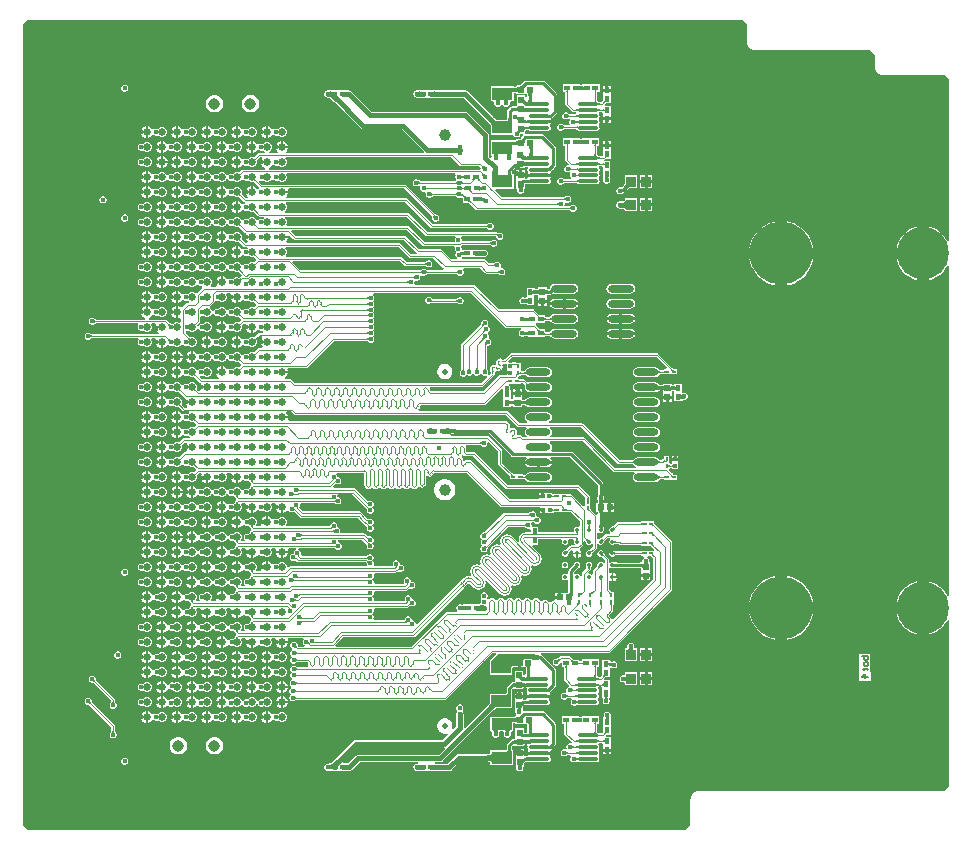
<source format=gbl>
G04*
G04 #@! TF.GenerationSoftware,Altium Limited,Altium NEXUS,4.1.1 (18)*
G04*
G04 Layer_Physical_Order=4*
G04 Layer_Color=16711680*
%FSLAX44Y44*%
%MOMM*%
G71*
G04*
G04 #@! TF.SameCoordinates,414CCE93-DEC9-4F78-9D08-55E8399EB41D*
G04*
G04*
G04 #@! TF.FilePolarity,Positive*
G04*
G01*
G75*
%ADD11C,0.2500*%
%ADD12C,0.2000*%
%ADD13C,0.1250*%
%ADD14C,0.6400*%
%ADD15R,0.8500X0.9000*%
%ADD18R,0.5000X0.4500*%
%ADD22R,0.5600X0.5200*%
%ADD41C,0.1000*%
%ADD42C,0.4000*%
%ADD43C,0.1500*%
%ADD44C,0.9700*%
%ADD45C,5.3000*%
%ADD46C,4.4000*%
%ADD47C,0.5000*%
%ADD48C,1.0000*%
%ADD49C,0.4000*%
%ADD50C,3.0000*%
%ADD51C,3.5000*%
%ADD52C,5.0000*%
%ADD62R,0.5500X0.5000*%
%ADD63R,0.3200X0.3600*%
%ADD64R,0.2500X0.3500*%
%ADD65R,0.3500X0.2500*%
%ADD66R,0.3600X0.3200*%
%ADD67R,0.4500X0.5500*%
%ADD68C,0.3500*%
%ADD69R,0.4500X0.5000*%
%ADD70O,2.2000X0.6000*%
%ADD71R,0.5200X0.5600*%
%ADD72O,2.1000X0.6000*%
%ADD73R,1.7000X1.0500*%
%ADD74O,1.8000X0.3000*%
G36*
X430961Y654155D02*
Y639000D01*
X430981Y638901D01*
X430971Y638800D01*
X431067Y637825D01*
X431154Y637538D01*
X431212Y637244D01*
X431959Y635442D01*
X432401Y634780D01*
X433780Y633401D01*
X433780Y633401D01*
X434442Y632959D01*
X436244Y632212D01*
X436538Y632154D01*
X436825Y632067D01*
X437800Y631971D01*
X437901Y631981D01*
X438000Y631961D01*
X535155D01*
X538961Y628155D01*
Y618000D01*
X538981Y617901D01*
X538971Y617800D01*
X539067Y616825D01*
X539154Y616538D01*
X539212Y616244D01*
X539959Y614442D01*
X540401Y613780D01*
X541780Y612401D01*
X541780Y612401D01*
X542442Y611959D01*
X544244Y611212D01*
X544273Y611207D01*
X544538Y611154D01*
X544825Y611067D01*
X545800Y610971D01*
X545901Y610981D01*
X546000Y610961D01*
X598155D01*
X601961Y607155D01*
Y470338D01*
X600715Y470091D01*
X600382Y470895D01*
X597865Y474662D01*
X594662Y477865D01*
X590895Y480382D01*
X586709Y482116D01*
X585000Y482456D01*
Y460000D01*
Y437544D01*
X586709Y437884D01*
X590895Y439618D01*
X594662Y442135D01*
X597865Y445338D01*
X600382Y449105D01*
X600715Y449909D01*
X601961Y449662D01*
Y315974D01*
Y314937D01*
X601961Y170338D01*
X600715Y170091D01*
X600382Y170895D01*
X597865Y174662D01*
X594662Y177865D01*
X590895Y180382D01*
X586709Y182116D01*
X586052Y182247D01*
X585000Y182456D01*
Y160000D01*
Y137544D01*
X586709Y137884D01*
X590895Y139618D01*
X594662Y142135D01*
X597865Y145338D01*
X600382Y149105D01*
X600715Y149909D01*
X601961Y149662D01*
Y8845D01*
X598106Y4990D01*
X390000Y5039D01*
X389901Y5019D01*
X389800Y5029D01*
X388825Y4933D01*
X388538Y4846D01*
X388244Y4788D01*
X386442Y4041D01*
X385780Y3599D01*
X384401Y2220D01*
X383959Y1558D01*
X383212Y-244D01*
X383154Y-538D01*
X383067Y-825D01*
X382971Y-1800D01*
X382981Y-1901D01*
X382961Y-2000D01*
Y-24155D01*
X379155Y-27961D01*
X-178155D01*
X-181961Y-24155D01*
Y314937D01*
Y654155D01*
X-178155Y657961D01*
X427155D01*
X430961Y654155D01*
D02*
G37*
%LPC*%
G36*
X257958Y606315D02*
X243598D01*
X242720Y606141D01*
X241976Y605644D01*
X240076Y603744D01*
X240016Y603727D01*
X239987Y603676D01*
X239933Y603655D01*
X239497Y603236D01*
X239106Y602892D01*
X238748Y602610D01*
X238428Y602390D01*
X238150Y602231D01*
X237938Y602138D01*
X236871D01*
X236831Y602138D01*
X236747Y602184D01*
X236655Y602180D01*
X236631Y602190D01*
X235601Y602138D01*
X235601Y601561D01*
X234546Y600981D01*
X234459Y600979D01*
X233230Y601091D01*
Y601610D01*
X232207Y601662D01*
X232114Y601624D01*
X231998Y601643D01*
X231947Y601610D01*
X214230D01*
Y589110D01*
X216201D01*
X217050Y587840D01*
X216958Y587618D01*
Y586425D01*
X217415Y585322D01*
X218258Y584478D01*
X219361Y584021D01*
X220555D01*
X221657Y584478D01*
X222501Y585322D01*
X222785Y586006D01*
X224131D01*
X224415Y585322D01*
X225259Y584478D01*
X226361Y584021D01*
X227555D01*
X228657Y584478D01*
X229501Y585322D01*
X229958Y586425D01*
Y587618D01*
X229866Y587840D01*
X230715Y589110D01*
X233230D01*
Y595990D01*
X233245Y596016D01*
X233252Y596080D01*
X233292Y596104D01*
X233428Y596159D01*
X233641Y596216D01*
X233927Y596263D01*
X234281Y596294D01*
X234418Y596298D01*
X234546Y596294D01*
X235601Y595715D01*
Y595138D01*
X236631Y595086D01*
X236655Y595096D01*
X236747Y595092D01*
X236831Y595138D01*
X243101D01*
X243101Y595138D01*
X243679Y595127D01*
X244317Y595081D01*
X244372Y594945D01*
X244429Y594731D01*
X244476Y594444D01*
X244507Y594088D01*
X244519Y593640D01*
X244557Y593555D01*
Y592118D01*
X244517Y592060D01*
X243287Y591559D01*
X243145Y591705D01*
Y593763D01*
X235945D01*
Y587233D01*
X235945Y586163D01*
X235945D01*
X235945Y585963D01*
X235923Y584718D01*
X235888Y584697D01*
X235752Y584642D01*
X235538Y584585D01*
X235251Y584538D01*
X234895Y584507D01*
X234447Y584495D01*
X234362Y584457D01*
X232099D01*
X232099Y584457D01*
X231221Y584282D01*
X230477Y583785D01*
X230477Y583785D01*
X228450Y581758D01*
X227953Y581013D01*
X227778Y580136D01*
Y574693D01*
X227740Y574608D01*
X227728Y574167D01*
X227698Y573817D01*
X227651Y573535D01*
X227595Y573327D01*
X227541Y573195D01*
X227521Y573163D01*
X227459Y573156D01*
X227374Y573110D01*
X221150D01*
X221086Y573149D01*
X221000Y573128D01*
X220917Y573162D01*
X220792Y573110D01*
X219174D01*
X218781Y573335D01*
X218212Y573731D01*
X216807Y574920D01*
X216012Y575687D01*
X215958Y575708D01*
X194503Y597163D01*
X193511Y597826D01*
X192340Y598059D01*
X192340Y598059D01*
X168740D01*
X168684Y598082D01*
X167822Y598091D01*
X167250Y598119D01*
Y598250D01*
X166220Y598302D01*
X166094Y598250D01*
X161020D01*
X160250Y598250D01*
X158980Y598250D01*
X154020D01*
X153906Y598250D01*
X153780Y598302D01*
X152750Y598250D01*
Y598139D01*
X151889Y598084D01*
X151486Y598082D01*
X151374Y598036D01*
X151195Y598000D01*
X150894D01*
X150616Y597885D01*
X150321Y597826D01*
X150070Y597659D01*
X149792Y597543D01*
X149579Y597330D01*
X149328Y597163D01*
X149161Y596912D01*
X148948Y596699D01*
X148832Y596421D01*
X148665Y596171D01*
X148606Y595875D01*
X148491Y595597D01*
Y595295D01*
X148432Y595000D01*
X148491Y594705D01*
Y594403D01*
X148606Y594125D01*
X148665Y593829D01*
X148832Y593579D01*
X148948Y593301D01*
X149161Y593088D01*
X149328Y592837D01*
X149579Y592670D01*
X149792Y592457D01*
X150070Y592341D01*
X150321Y592174D01*
X150616Y592115D01*
X150894Y592000D01*
X151195D01*
X151357Y591968D01*
X151473Y591918D01*
X152615Y591898D01*
X152750Y591890D01*
Y591750D01*
X153780Y591698D01*
X153906Y591750D01*
X158980D01*
X159750Y591750D01*
X161020Y591750D01*
X165980D01*
X166094Y591750D01*
X166220Y591698D01*
X167250Y591750D01*
Y591856D01*
X168242Y591916D01*
X168678Y591918D01*
X168735Y591941D01*
X191073D01*
X211620Y571395D01*
X211639Y571343D01*
X213083Y569789D01*
X213601Y569141D01*
X214005Y568559D01*
X214230Y568166D01*
Y566548D01*
X214178Y566423D01*
X214212Y566341D01*
X214191Y566254D01*
X214230Y566191D01*
Y560610D01*
X233054D01*
X233406Y559761D01*
X234250Y558917D01*
X235352Y558460D01*
X236546D01*
X237648Y558917D01*
X238492Y559761D01*
X238949Y560863D01*
Y561079D01*
X239006Y561179D01*
X239008Y561182D01*
X239009Y561184D01*
X239019Y561201D01*
X239024Y561244D01*
X239031Y561262D01*
X239052Y561305D01*
X239055Y561310D01*
X240947D01*
X241041Y561188D01*
X241413Y560040D01*
X239358Y557985D01*
X238860Y557241D01*
X238797Y556924D01*
X237000D01*
X236960Y556924D01*
X236877Y556970D01*
X236784Y556966D01*
X236760Y556976D01*
X235730Y556924D01*
X235730Y556347D01*
X234675Y555768D01*
X234306Y555758D01*
X232330Y555766D01*
X232270Y555768D01*
X232248Y555759D01*
X232220Y555771D01*
X232092Y555719D01*
X214242D01*
Y543219D01*
X214242D01*
X214890Y542186D01*
X214672Y541387D01*
X213363Y540963D01*
X212362Y541964D01*
Y560162D01*
X212362Y560162D01*
X212129Y561332D01*
X211466Y562325D01*
X211466Y562325D01*
X194628Y579163D01*
X193636Y579826D01*
X192465Y580059D01*
X192465Y580059D01*
X112814D01*
X95710Y597163D01*
X95459Y597330D01*
X95246Y597543D01*
X94968Y597659D01*
X94718Y597826D01*
X94422Y597885D01*
X94144Y598000D01*
X93843D01*
X93672Y598034D01*
X93558Y598082D01*
X92742Y598091D01*
X92250Y598116D01*
Y598250D01*
X91220Y598302D01*
X91094Y598250D01*
X85250D01*
X85250Y598250D01*
X84750D01*
Y598250D01*
X83980Y598250D01*
X79020D01*
X78906Y598250D01*
X78780Y598302D01*
X77750Y598250D01*
Y598166D01*
X76491Y598084D01*
X75995Y598082D01*
X75884Y598036D01*
X75704Y598000D01*
X75403D01*
X75125Y597885D01*
X74830Y597826D01*
X74579Y597659D01*
X74301Y597543D01*
X74088Y597330D01*
X73837Y597163D01*
X73670Y596912D01*
X73457Y596699D01*
X73341Y596421D01*
X73174Y596171D01*
X73115Y595875D01*
X73000Y595597D01*
Y595295D01*
X72941Y595000D01*
X73000Y594705D01*
Y594403D01*
X73115Y594125D01*
X73174Y593829D01*
X73341Y593579D01*
X73457Y593301D01*
X73670Y593088D01*
X73837Y592837D01*
X74088Y592670D01*
X74301Y592457D01*
X74579Y592341D01*
X74830Y592174D01*
X75125Y592115D01*
X75403Y592000D01*
X75704D01*
X75884Y591964D01*
X75995Y591918D01*
X76512Y591916D01*
X77723Y591884D01*
X77750Y591881D01*
Y591750D01*
X78071D01*
X81453Y588369D01*
X81993Y587795D01*
X82053Y587769D01*
X103984Y565837D01*
X103984Y565837D01*
X104977Y565174D01*
X106147Y564941D01*
X106147Y564941D01*
X138733D01*
X157432Y546242D01*
X156906Y544972D01*
X41322D01*
X40796Y546242D01*
X41558Y547004D01*
X42350Y548916D01*
Y549200D01*
X31950D01*
Y548916D01*
X32742Y547004D01*
X33504Y546242D01*
X32978Y544972D01*
X26726D01*
X26473Y546242D01*
X26829Y546389D01*
X28011Y547571D01*
X28650Y549114D01*
Y550785D01*
X28011Y552329D01*
X26829Y553511D01*
X25285Y554150D01*
X23615D01*
X22071Y553511D01*
X21126Y552565D01*
X20197Y552950D01*
X19003D01*
X17901Y552493D01*
X17759Y552351D01*
X16260Y552649D01*
X16158Y552896D01*
X14696Y554358D01*
X12784Y555150D01*
X12500D01*
Y549950D01*
Y544750D01*
X12784D01*
X14696Y545542D01*
X16158Y547004D01*
X16260Y547251D01*
X17759Y547549D01*
X17901Y547407D01*
X19003Y546950D01*
X20197D01*
X21126Y547335D01*
X22071Y546389D01*
X22427Y546242D01*
X22174Y544972D01*
X17815D01*
X17181Y544846D01*
X16644Y544487D01*
X13782Y541625D01*
X13667Y541581D01*
X13527Y541449D01*
X13423Y541362D01*
X13337Y541300D01*
X13272Y541262D01*
X13241Y541247D01*
X13240Y541247D01*
X13225Y541249D01*
X13206Y541244D01*
X13105Y541235D01*
X12585Y541450D01*
X10915D01*
X9371Y540811D01*
X8396Y539836D01*
X7397Y540250D01*
X6203D01*
X5101Y539793D01*
X5029Y539722D01*
X3531Y540020D01*
X3458Y540196D01*
X1996Y541658D01*
X84Y542450D01*
X-200D01*
Y537250D01*
Y532050D01*
X84D01*
X1996Y532842D01*
X3458Y534304D01*
X3531Y534480D01*
X5029Y534778D01*
X5101Y534707D01*
X6203Y534250D01*
X7397D01*
X8396Y534664D01*
X9371Y533689D01*
X10915Y533050D01*
X12585D01*
X14129Y533689D01*
X15311Y534871D01*
X15950Y536414D01*
Y538085D01*
X15735Y538605D01*
X15744Y538706D01*
X15749Y538725D01*
X15747Y538740D01*
X15747Y538741D01*
X15762Y538772D01*
X15800Y538837D01*
X15862Y538923D01*
X15948Y539027D01*
X16081Y539167D01*
X16125Y539282D01*
X18501Y541658D01*
X19845D01*
X20331Y540485D01*
X20042Y540196D01*
X19250Y538284D01*
Y538000D01*
X24450D01*
Y536500D01*
X19250D01*
Y536216D01*
X20042Y534304D01*
X21504Y532842D01*
X22808Y532302D01*
X22555Y531032D01*
X3875D01*
X3241Y530906D01*
X2703Y530546D01*
X1082Y528925D01*
X967Y528881D01*
X827Y528749D01*
X723Y528662D01*
X637Y528600D01*
X572Y528562D01*
X541Y528547D01*
X540Y528547D01*
X525Y528549D01*
X506Y528544D01*
X405Y528535D01*
X-115Y528750D01*
X-1785D01*
X-3329Y528111D01*
X-4304Y527136D01*
X-5303Y527550D01*
X-6497D01*
X-7599Y527093D01*
X-8443Y526249D01*
X-9813Y526261D01*
X-10089Y526929D01*
X-11271Y528111D01*
X-12815Y528750D01*
X-14485D01*
X-16029Y528111D01*
X-17018Y527121D01*
X-18053Y527550D01*
X-19247D01*
X-20349Y527093D01*
X-21193Y526249D01*
X-22538Y526322D01*
X-22789Y526929D01*
X-23971Y528111D01*
X-25515Y528750D01*
X-27185D01*
X-28729Y528111D01*
X-29692Y527148D01*
X-30663Y527550D01*
X-31857D01*
X-32959Y527093D01*
X-33059Y526993D01*
X-34557Y527291D01*
X-34642Y527495D01*
X-36104Y528958D01*
X-38016Y529750D01*
X-38300D01*
Y524550D01*
Y519350D01*
X-38016D01*
X-36104Y520142D01*
X-34642Y521604D01*
X-34557Y521808D01*
X-33059Y522106D01*
X-32959Y522007D01*
X-31857Y521550D01*
X-30663D01*
X-29692Y521952D01*
X-28729Y520989D01*
X-27185Y520350D01*
X-25515D01*
X-23971Y520989D01*
X-22789Y522171D01*
X-22538Y522778D01*
X-21193Y522851D01*
X-20349Y522007D01*
X-19247Y521550D01*
X-18053D01*
X-17018Y521979D01*
X-16029Y520989D01*
X-14485Y520350D01*
X-12815D01*
X-11271Y520989D01*
X-10089Y522171D01*
X-9813Y522839D01*
X-8443Y522851D01*
X-7599Y522007D01*
X-6497Y521550D01*
X-5303D01*
X-4304Y521964D01*
X-3329Y520989D01*
X-1785Y520350D01*
X-115D01*
X1429Y520989D01*
X2611Y522171D01*
X2947Y522982D01*
X4321Y522982D01*
X4460Y522647D01*
X5304Y521803D01*
X6407Y521347D01*
X7600D01*
X8600Y521761D01*
X9371Y520989D01*
X10915Y520350D01*
X12585D01*
X13105Y520565D01*
X13206Y520556D01*
X13225Y520551D01*
X13240Y520553D01*
X13241Y520553D01*
X13272Y520538D01*
X13337Y520500D01*
X13423Y520438D01*
X13527Y520351D01*
X13667Y520219D01*
X13782Y520175D01*
X17460Y516497D01*
X17371Y514932D01*
X16158Y514796D01*
X14696Y516258D01*
X12784Y517050D01*
X12500D01*
Y511850D01*
X11750D01*
Y511100D01*
X6550D01*
Y510816D01*
X7342Y508904D01*
X8319Y507927D01*
X7793Y506657D01*
X6586D01*
X3425Y509818D01*
X3381Y509933D01*
X3249Y510073D01*
X3162Y510177D01*
X3100Y510263D01*
X3062Y510328D01*
X3047Y510359D01*
X3047Y510360D01*
X3049Y510375D01*
X3044Y510394D01*
X3035Y510495D01*
X3250Y511015D01*
Y512685D01*
X2611Y514229D01*
X1429Y515411D01*
X-115Y516050D01*
X-1785D01*
X-3329Y515411D01*
X-4304Y514436D01*
X-5303Y514850D01*
X-6497D01*
X-7599Y514393D01*
X-7671Y514322D01*
X-9169Y514620D01*
X-9242Y514795D01*
X-10704Y516258D01*
X-12616Y517050D01*
X-12900D01*
Y511850D01*
Y506650D01*
X-12616D01*
X-10704Y507442D01*
X-9242Y508904D01*
X-9169Y509080D01*
X-7671Y509378D01*
X-7599Y509307D01*
X-6497Y508850D01*
X-5303D01*
X-4304Y509264D01*
X-3329Y508289D01*
X-1785Y507650D01*
X-115D01*
X405Y507865D01*
X506Y507856D01*
X525Y507851D01*
X540Y507853D01*
X541Y507853D01*
X572Y507838D01*
X637Y507800D01*
X723Y507738D01*
X827Y507651D01*
X967Y507519D01*
X1082Y507475D01*
X4728Y503829D01*
X5266Y503469D01*
X5900Y503343D01*
X6018D01*
X6203Y502150D01*
X5101Y501693D01*
X5029Y501622D01*
X3531Y501920D01*
X3458Y502095D01*
X1996Y503558D01*
X84Y504350D01*
X-200D01*
Y499150D01*
Y493950D01*
X84D01*
X1996Y494742D01*
X3458Y496204D01*
X3531Y496380D01*
X5029Y496678D01*
X5101Y496607D01*
X6203Y496150D01*
X7397D01*
X8396Y496564D01*
X9371Y495589D01*
X10915Y494950D01*
X12585D01*
X13105Y495165D01*
X13206Y495156D01*
X13225Y495151D01*
X13240Y495153D01*
X13241Y495153D01*
X13272Y495138D01*
X13337Y495100D01*
X13423Y495038D01*
X13527Y494952D01*
X13667Y494819D01*
X13782Y494775D01*
X16945Y491612D01*
X17483Y491253D01*
X18117Y491127D01*
X21528D01*
X21793Y490582D01*
X21901Y489949D01*
X20995Y489119D01*
X20197Y489450D01*
X19003D01*
X17901Y488993D01*
X17057Y488149D01*
X17012Y488041D01*
X15637D01*
X15311Y488829D01*
X14129Y490011D01*
X12585Y490650D01*
X10915D01*
X9371Y490011D01*
X8396Y489036D01*
X7397Y489450D01*
X6203D01*
X5101Y488993D01*
X4257Y488149D01*
X2887Y488162D01*
X2611Y488829D01*
X1429Y490011D01*
X-115Y490650D01*
X-1785D01*
X-3329Y490011D01*
X-4304Y489036D01*
X-5303Y489450D01*
X-6497D01*
X-7599Y488993D01*
X-8443Y488149D01*
X-9813Y488162D01*
X-10089Y488829D01*
X-11271Y490011D01*
X-12815Y490650D01*
X-14485D01*
X-16029Y490011D01*
X-17018Y489021D01*
X-18053Y489450D01*
X-19247D01*
X-20349Y488993D01*
X-21193Y488149D01*
X-22538Y488222D01*
X-22789Y488829D01*
X-23971Y490011D01*
X-25515Y490650D01*
X-27185D01*
X-28729Y490011D01*
X-29692Y489048D01*
X-30663Y489450D01*
X-31857D01*
X-32959Y488993D01*
X-33803Y488149D01*
X-33818Y488113D01*
X-35193D01*
X-35489Y488829D01*
X-36671Y490011D01*
X-38215Y490650D01*
X-39885D01*
X-41429Y490011D01*
X-42389Y489051D01*
X-43353Y489450D01*
X-44547D01*
X-45649Y488993D01*
X-46493Y488149D01*
X-46513Y488101D01*
X-47888Y488101D01*
X-48189Y488829D01*
X-49371Y490011D01*
X-50915Y490650D01*
X-52585D01*
X-54129Y490011D01*
X-55089Y489051D01*
X-56053Y489450D01*
X-57247D01*
X-58349Y488993D01*
X-58456Y488886D01*
X-59954Y489184D01*
X-60042Y489395D01*
X-61504Y490858D01*
X-63416Y491650D01*
X-63700D01*
Y486450D01*
Y481250D01*
X-63416D01*
X-61504Y482042D01*
X-60042Y483504D01*
X-59954Y483716D01*
X-58456Y484013D01*
X-58349Y483907D01*
X-57247Y483450D01*
X-56053D01*
X-55089Y483849D01*
X-54129Y482889D01*
X-52585Y482250D01*
X-50915D01*
X-49371Y482889D01*
X-48189Y484071D01*
X-47888Y484799D01*
X-46513Y484799D01*
X-46493Y484751D01*
X-45649Y483907D01*
X-44547Y483450D01*
X-43353D01*
X-42389Y483849D01*
X-41429Y482889D01*
X-39885Y482250D01*
X-38215D01*
X-36671Y482889D01*
X-35489Y484071D01*
X-35193Y484787D01*
X-33818D01*
X-33803Y484751D01*
X-32959Y483907D01*
X-31857Y483450D01*
X-30663D01*
X-29692Y483852D01*
X-28729Y482889D01*
X-27185Y482250D01*
X-25515D01*
X-23971Y482889D01*
X-22789Y484071D01*
X-22538Y484678D01*
X-21193Y484751D01*
X-20349Y483907D01*
X-19247Y483450D01*
X-18053D01*
X-17018Y483879D01*
X-16029Y482889D01*
X-14485Y482250D01*
X-12815D01*
X-11271Y482889D01*
X-10089Y484071D01*
X-9813Y484739D01*
X-8443Y484751D01*
X-7599Y483907D01*
X-6497Y483450D01*
X-5303D01*
X-4304Y483864D01*
X-3329Y482889D01*
X-1785Y482250D01*
X-115D01*
X405Y482465D01*
X506Y482456D01*
X525Y482451D01*
X540Y482453D01*
X541Y482453D01*
X572Y482438D01*
X637Y482400D01*
X723Y482338D01*
X827Y482252D01*
X967Y482119D01*
X1082Y482075D01*
X5328Y477828D01*
X5866Y477469D01*
X6352Y477373D01*
X6363Y477365D01*
X6696Y476917D01*
X7084Y476073D01*
X6550Y474784D01*
Y474500D01*
X11750D01*
Y473000D01*
X6550D01*
Y472716D01*
X7342Y470804D01*
X8032Y470114D01*
X7506Y468844D01*
X6299D01*
X3425Y471718D01*
X3381Y471833D01*
X3249Y471973D01*
X3162Y472077D01*
X3100Y472163D01*
X3062Y472228D01*
X3047Y472259D01*
X3047Y472260D01*
X3049Y472275D01*
X3044Y472294D01*
X3035Y472395D01*
X3250Y472915D01*
Y474585D01*
X2611Y476129D01*
X1429Y477311D01*
X-115Y477950D01*
X-1785D01*
X-3329Y477311D01*
X-4304Y476336D01*
X-5303Y476750D01*
X-6497D01*
X-7599Y476293D01*
X-7671Y476222D01*
X-9169Y476520D01*
X-9242Y476696D01*
X-10704Y478158D01*
X-12616Y478950D01*
X-12900D01*
Y473750D01*
Y468550D01*
X-12616D01*
X-10704Y469342D01*
X-9242Y470804D01*
X-9169Y470980D01*
X-7671Y471278D01*
X-7599Y471207D01*
X-6497Y470750D01*
X-5303D01*
X-4304Y471164D01*
X-3329Y470189D01*
X-1785Y469550D01*
X-115D01*
X405Y469765D01*
X506Y469756D01*
X525Y469751D01*
X540Y469753D01*
X541Y469753D01*
X572Y469738D01*
X637Y469700D01*
X723Y469638D01*
X827Y469552D01*
X967Y469419D01*
X1082Y469375D01*
X4441Y466016D01*
X4979Y465657D01*
X5613Y465531D01*
X7676D01*
X8194Y464261D01*
X7806Y463881D01*
X7397Y464050D01*
X6203D01*
X5101Y463593D01*
X5029Y463522D01*
X3531Y463820D01*
X3458Y463996D01*
X1996Y465458D01*
X84Y466250D01*
X-200D01*
Y461050D01*
Y455850D01*
X84D01*
X1996Y456642D01*
X3458Y458104D01*
X3531Y458280D01*
X5029Y458578D01*
X5101Y458507D01*
X6203Y458050D01*
X7397D01*
X8396Y458464D01*
X9371Y457489D01*
X10915Y456850D01*
X12585D01*
X13105Y457065D01*
X13206Y457056D01*
X13225Y457051D01*
X13240Y457053D01*
X13241Y457053D01*
X13272Y457038D01*
X13337Y457000D01*
X13423Y456938D01*
X13527Y456852D01*
X13667Y456719D01*
X13782Y456675D01*
X15467Y454990D01*
X15403Y454347D01*
X13782Y452725D01*
X13667Y452681D01*
X13527Y452549D01*
X13423Y452462D01*
X13337Y452400D01*
X13272Y452362D01*
X13241Y452347D01*
X13240Y452347D01*
X13225Y452349D01*
X13206Y452344D01*
X13105Y452335D01*
X12585Y452550D01*
X10915D01*
X9371Y451911D01*
X8353Y450893D01*
X7500Y451247D01*
X6307D01*
X5204Y450790D01*
X4360Y449946D01*
X4335Y449885D01*
X2960Y449885D01*
X2611Y450729D01*
X1429Y451911D01*
X-115Y452550D01*
X-1785D01*
X-3329Y451911D01*
X-4304Y450936D01*
X-5303Y451350D01*
X-6497D01*
X-7599Y450893D01*
X-8443Y450049D01*
X-9813Y450061D01*
X-10089Y450729D01*
X-11271Y451911D01*
X-12815Y452550D01*
X-14485D01*
X-16029Y451911D01*
X-17018Y450921D01*
X-18053Y451350D01*
X-19247D01*
X-20349Y450893D01*
X-21193Y450049D01*
X-22538Y450122D01*
X-22789Y450729D01*
X-23971Y451911D01*
X-25515Y452550D01*
X-27185D01*
X-28729Y451911D01*
X-29692Y450948D01*
X-30663Y451350D01*
X-31857D01*
X-32959Y450893D01*
X-33803Y450049D01*
X-33818Y450013D01*
X-35193D01*
X-35489Y450729D01*
X-36671Y451911D01*
X-38215Y452550D01*
X-39885D01*
X-41429Y451911D01*
X-42389Y450951D01*
X-43353Y451350D01*
X-44547D01*
X-45649Y450893D01*
X-46493Y450049D01*
X-46513Y450001D01*
X-47888Y450001D01*
X-48189Y450729D01*
X-49371Y451911D01*
X-50915Y452550D01*
X-52585D01*
X-54129Y451911D01*
X-55089Y450951D01*
X-56053Y451350D01*
X-57247D01*
X-58349Y450893D01*
X-58456Y450787D01*
X-59954Y451085D01*
X-60042Y451296D01*
X-61504Y452758D01*
X-63416Y453550D01*
X-63700D01*
Y448350D01*
Y443150D01*
X-63416D01*
X-61504Y443942D01*
X-60042Y445404D01*
X-59954Y445616D01*
X-58456Y445914D01*
X-58349Y445807D01*
X-57247Y445350D01*
X-56053D01*
X-55089Y445749D01*
X-54129Y444789D01*
X-52585Y444150D01*
X-50915D01*
X-49371Y444789D01*
X-48189Y445971D01*
X-47888Y446699D01*
X-46513Y446699D01*
X-46493Y446651D01*
X-45649Y445807D01*
X-44547Y445350D01*
X-43353D01*
X-42389Y445749D01*
X-41429Y444789D01*
X-39885Y444150D01*
X-38215D01*
X-36671Y444789D01*
X-35489Y445971D01*
X-35193Y446687D01*
X-33818D01*
X-33803Y446651D01*
X-32959Y445807D01*
X-31857Y445350D01*
X-30663D01*
X-29692Y445752D01*
X-28729Y444789D01*
X-27185Y444150D01*
X-25515D01*
X-23971Y444789D01*
X-22789Y445971D01*
X-22538Y446578D01*
X-21193Y446651D01*
X-20349Y445807D01*
X-19247Y445350D01*
X-18053D01*
X-17018Y445779D01*
X-16029Y444789D01*
X-14485Y444150D01*
X-12815D01*
X-11271Y444789D01*
X-10089Y445971D01*
X-9813Y446638D01*
X-8443Y446651D01*
X-7599Y445807D01*
X-6497Y445350D01*
X-5303D01*
X-4304Y445764D01*
X-3329Y444789D01*
X-1785Y444150D01*
X-115D01*
X405Y444365D01*
X506Y444356D01*
X525Y444351D01*
X540Y444353D01*
X541Y444353D01*
X572Y444338D01*
X637Y444300D01*
X723Y444238D01*
X827Y444151D01*
X967Y444019D01*
X1082Y443975D01*
X3293Y441764D01*
X3175Y441347D01*
X2729Y440532D01*
X2323Y440451D01*
X1785Y440092D01*
X1496Y439803D01*
X1422Y439784D01*
X1388Y439728D01*
X1326Y439704D01*
X1188Y439573D01*
X1089Y439491D01*
X1011Y439437D01*
X960Y439408D01*
X956Y439407D01*
X931Y439417D01*
X806Y439491D01*
X774Y439482D01*
X-115Y439850D01*
X-1785D01*
X-3329Y439211D01*
X-4304Y438236D01*
X-5303Y438650D01*
X-6497D01*
X-7599Y438193D01*
X-7671Y438122D01*
X-9169Y438420D01*
X-9242Y438596D01*
X-10704Y440058D01*
X-12616Y440850D01*
X-12900D01*
Y435650D01*
X-13650D01*
Y434900D01*
X-18850D01*
Y434616D01*
X-18190Y433022D01*
X-18765Y431752D01*
X-22512D01*
X-23038Y433022D01*
X-22789Y433271D01*
X-22150Y434814D01*
Y436485D01*
X-22789Y438029D01*
X-23971Y439211D01*
X-25515Y439850D01*
X-27185D01*
X-28729Y439211D01*
X-29692Y438248D01*
X-30663Y438650D01*
X-31857D01*
X-32959Y438193D01*
X-33803Y437349D01*
X-33818Y437313D01*
X-35193D01*
X-35489Y438029D01*
X-36671Y439211D01*
X-38215Y439850D01*
X-39885D01*
X-41429Y439211D01*
X-42389Y438251D01*
X-43353Y438650D01*
X-44547D01*
X-45649Y438193D01*
X-46493Y437349D01*
X-46513Y437301D01*
X-47888Y437301D01*
X-48189Y438029D01*
X-49371Y439211D01*
X-50915Y439850D01*
X-52585D01*
X-54129Y439211D01*
X-55089Y438251D01*
X-56053Y438650D01*
X-57247D01*
X-58349Y438193D01*
X-58456Y438087D01*
X-59954Y438385D01*
X-60042Y438596D01*
X-61504Y440058D01*
X-63416Y440850D01*
X-63700D01*
Y435650D01*
Y430450D01*
X-63416D01*
X-61504Y431242D01*
X-60042Y432704D01*
X-59954Y432915D01*
X-58456Y433214D01*
X-58349Y433107D01*
X-57247Y432650D01*
X-56053D01*
X-55089Y433049D01*
X-54129Y432089D01*
X-52585Y431450D01*
X-50915D01*
X-49371Y432089D01*
X-48189Y433271D01*
X-47888Y433999D01*
X-46513Y433999D01*
X-46493Y433951D01*
X-45649Y433107D01*
X-44547Y432650D01*
X-43353D01*
X-42389Y433049D01*
X-41429Y432089D01*
X-39885Y431450D01*
X-38215D01*
X-36671Y432089D01*
X-35489Y433271D01*
X-35193Y433987D01*
X-33818D01*
X-33803Y433951D01*
X-32959Y433107D01*
X-31857Y432650D01*
X-30728D01*
X-30650Y432639D01*
X-30271Y432299D01*
X-30271Y432298D01*
X-30268Y430696D01*
X-34733Y426232D01*
X-35172Y425793D01*
X-36400Y426240D01*
X-36671Y426511D01*
X-38215Y427150D01*
X-39885D01*
X-41429Y426511D01*
X-42389Y425551D01*
X-43353Y425950D01*
X-44547D01*
X-45649Y425493D01*
X-45756Y425387D01*
X-47254Y425685D01*
X-47342Y425896D01*
X-48804Y427358D01*
X-50716Y428150D01*
X-51000D01*
Y422950D01*
Y417750D01*
X-50716D01*
X-48804Y418542D01*
X-47342Y420004D01*
X-47254Y420215D01*
X-45756Y420513D01*
X-45649Y420407D01*
X-44547Y419950D01*
X-43353D01*
X-42389Y420349D01*
X-41429Y419389D01*
X-41429Y419389D01*
X-41682Y418119D01*
X-42537D01*
X-43172Y417993D01*
X-43709Y417634D01*
X-47146Y414197D01*
X-47296Y414097D01*
X-47769Y413623D01*
X-48804Y414658D01*
X-50716Y415450D01*
X-51000D01*
Y410250D01*
Y405050D01*
X-50716D01*
X-49784Y405436D01*
X-48514Y404587D01*
Y401913D01*
X-49784Y401282D01*
X-50915Y401750D01*
X-52585D01*
X-54129Y401111D01*
X-55089Y400151D01*
X-56053Y400550D01*
X-56460D01*
X-56648Y400632D01*
X-56825Y400636D01*
X-56956Y400647D01*
X-57074Y400665D01*
X-57178Y400690D01*
X-57272Y400720D01*
X-57356Y400755D01*
X-57432Y400794D01*
X-57503Y400839D01*
X-57569Y400891D01*
X-57668Y400981D01*
X-57779Y401021D01*
X-60304Y403546D01*
X-60841Y403906D01*
X-61475Y404032D01*
X-75255D01*
X-75508Y405302D01*
X-74204Y405842D01*
X-72742Y407304D01*
X-72610Y407622D01*
X-71112Y407920D01*
X-70899Y407707D01*
X-69797Y407250D01*
X-68603D01*
X-67745Y407605D01*
X-66829Y406689D01*
X-65285Y406050D01*
X-63615D01*
X-62071Y406689D01*
X-60889Y407871D01*
X-60250Y409414D01*
Y411085D01*
X-60889Y412629D01*
X-62071Y413811D01*
X-63615Y414450D01*
X-65285D01*
X-66829Y413811D01*
X-67745Y412895D01*
X-68603Y413250D01*
X-69797D01*
X-70899Y412793D01*
X-71112Y412580D01*
X-72610Y412878D01*
X-72742Y413195D01*
X-74204Y414658D01*
X-76116Y415450D01*
X-76400D01*
Y410250D01*
X-77150D01*
Y409500D01*
X-82350D01*
Y409216D01*
X-81558Y407304D01*
X-80096Y405842D01*
X-78792Y405302D01*
X-79045Y404032D01*
X-120122D01*
X-120229Y404081D01*
X-120363Y404087D01*
X-120446Y404098D01*
X-120528Y404116D01*
X-120610Y404142D01*
X-120694Y404177D01*
X-120781Y404222D01*
X-120873Y404278D01*
X-120969Y404348D01*
X-121069Y404433D01*
X-121197Y404556D01*
X-121388Y404630D01*
X-121676Y404918D01*
X-122778Y405375D01*
X-123972D01*
X-125074Y404918D01*
X-125918Y404074D01*
X-126375Y402972D01*
Y401778D01*
X-125918Y400676D01*
X-125074Y399832D01*
X-123972Y399375D01*
X-122778D01*
X-121676Y399832D01*
X-121388Y400120D01*
X-121197Y400194D01*
X-121069Y400317D01*
X-120969Y400401D01*
X-120873Y400471D01*
X-120781Y400528D01*
X-120694Y400573D01*
X-120610Y400608D01*
X-120528Y400634D01*
X-120446Y400652D01*
X-120362Y400663D01*
X-120229Y400669D01*
X-120122Y400718D01*
X-84871D01*
X-84344Y399448D01*
X-84543Y399249D01*
X-85000Y398147D01*
Y396953D01*
X-84543Y395851D01*
X-83699Y395007D01*
X-82597Y394550D01*
X-81403D01*
X-80474Y394935D01*
X-79529Y393989D01*
X-77985Y393350D01*
X-76315D01*
X-74771Y393989D01*
X-73589Y395171D01*
X-72950Y396715D01*
Y398385D01*
X-73390Y399448D01*
X-72719Y400718D01*
X-70141D01*
X-69292Y399448D01*
X-69650Y398584D01*
Y398300D01*
X-64450D01*
Y396800D01*
X-69650D01*
Y396516D01*
X-68858Y394604D01*
X-67396Y393142D01*
X-66877Y392927D01*
X-67130Y391657D01*
X-123747D01*
X-123854Y391706D01*
X-123988Y391712D01*
X-124071Y391723D01*
X-124153Y391741D01*
X-124235Y391767D01*
X-124319Y391802D01*
X-124406Y391847D01*
X-124498Y391903D01*
X-124594Y391973D01*
X-124694Y392058D01*
X-124822Y392181D01*
X-125013Y392255D01*
X-125301Y392543D01*
X-126403Y393000D01*
X-127597D01*
X-128699Y392543D01*
X-129543Y391699D01*
X-130000Y390597D01*
Y389403D01*
X-129543Y388301D01*
X-128699Y387457D01*
X-127597Y387000D01*
X-126403D01*
X-125301Y387457D01*
X-125013Y387745D01*
X-124822Y387819D01*
X-124694Y387942D01*
X-124594Y388027D01*
X-124498Y388097D01*
X-124406Y388153D01*
X-124319Y388198D01*
X-124235Y388233D01*
X-124153Y388259D01*
X-124071Y388277D01*
X-123987Y388288D01*
X-123854Y388294D01*
X-123747Y388343D01*
X-84472D01*
X-84019Y387073D01*
X-84543Y386549D01*
X-85000Y385447D01*
Y384253D01*
X-84543Y383151D01*
X-83699Y382307D01*
X-82597Y381850D01*
X-81403D01*
X-80474Y382235D01*
X-79529Y381289D01*
X-77985Y380650D01*
X-76315D01*
X-74771Y381289D01*
X-73589Y382471D01*
X-72950Y384015D01*
Y385685D01*
X-73525Y387073D01*
X-73044Y388343D01*
X-69970D01*
X-69158Y387073D01*
X-69650Y385884D01*
Y385600D01*
X-64450D01*
Y384850D01*
X-63700D01*
Y379650D01*
X-63416D01*
X-61504Y380442D01*
X-60042Y381904D01*
X-59954Y382116D01*
X-58456Y382413D01*
X-58349Y382307D01*
X-57247Y381850D01*
X-56053D01*
X-55089Y382249D01*
X-54129Y381289D01*
X-52585Y380650D01*
X-50915D01*
X-49371Y381289D01*
X-48189Y382471D01*
X-47888Y383199D01*
X-46513Y383199D01*
X-46493Y383151D01*
X-45649Y382307D01*
X-44547Y381850D01*
X-43353D01*
X-42389Y382249D01*
X-41429Y381289D01*
X-39885Y380650D01*
X-38215D01*
X-36671Y381289D01*
X-35489Y382471D01*
X-34850Y384015D01*
Y385685D01*
X-35489Y387229D01*
X-36671Y388411D01*
X-38215Y389050D01*
X-39885D01*
X-40242Y388902D01*
X-40323Y388914D01*
X-40333Y388917D01*
X-40340Y388916D01*
X-40372Y388921D01*
X-40379Y388919D01*
X-40422Y388939D01*
X-40491Y388981D01*
X-40581Y389046D01*
X-40687Y389135D01*
X-40828Y389268D01*
X-40943Y389313D01*
X-44389Y392758D01*
X-44327Y393382D01*
X-43829Y394550D01*
X-42635D01*
X-42179Y394739D01*
X-41429Y393989D01*
X-39885Y393350D01*
X-38215D01*
X-36671Y393989D01*
X-35489Y395171D01*
X-35192Y395888D01*
X-34604Y396914D01*
X-33600Y396953D01*
X-33143Y395851D01*
X-32299Y395007D01*
X-31197Y394550D01*
X-30003D01*
X-29499Y394759D01*
X-28729Y393989D01*
X-27185Y393350D01*
X-25515D01*
X-23971Y393989D01*
X-22789Y395171D01*
X-22150Y396715D01*
Y398385D01*
X-22789Y399929D01*
X-23971Y401111D01*
X-25515Y401750D01*
X-27185D01*
X-28729Y401111D01*
X-29499Y400341D01*
X-30003Y400550D01*
X-31197D01*
X-32299Y400093D01*
X-33143Y399249D01*
X-33236Y399026D01*
X-34081Y398709D01*
X-34435Y398852D01*
X-34491Y399766D01*
X-32829Y401428D01*
X-32469Y401966D01*
X-32343Y402600D01*
X-32343Y402600D01*
Y406443D01*
X-31073Y407292D01*
X-30972Y407250D01*
X-29778D01*
X-29433Y407393D01*
X-28729Y406689D01*
X-27185Y406050D01*
X-25515D01*
X-23971Y406689D01*
X-22789Y407871D01*
X-22492Y408588D01*
X-21904Y409614D01*
X-20900Y409653D01*
X-20443Y408551D01*
X-19599Y407707D01*
X-18497Y407250D01*
X-17303D01*
X-16799Y407459D01*
X-16029Y406689D01*
X-14485Y406050D01*
X-12815D01*
X-11271Y406689D01*
X-10089Y407871D01*
X-9813Y408539D01*
X-8443Y408551D01*
X-7599Y407707D01*
X-6497Y407250D01*
X-5303D01*
X-4304Y407664D01*
X-3329Y406689D01*
X-1785Y406050D01*
X-115D01*
X405Y406265D01*
X506Y406256D01*
X525Y406251D01*
X540Y406253D01*
X541Y406253D01*
X572Y406238D01*
X637Y406200D01*
X723Y406138D01*
X827Y406051D01*
X967Y405919D01*
X1082Y405875D01*
X3036Y403921D01*
X3031Y403875D01*
X1082Y401925D01*
X967Y401881D01*
X827Y401749D01*
X723Y401662D01*
X637Y401600D01*
X572Y401562D01*
X541Y401547D01*
X540Y401547D01*
X525Y401549D01*
X506Y401544D01*
X405Y401535D01*
X-115Y401750D01*
X-1785D01*
X-3329Y401111D01*
X-4304Y400136D01*
X-5303Y400550D01*
X-6497D01*
X-7599Y400093D01*
X-7671Y400022D01*
X-9169Y400320D01*
X-9242Y400495D01*
X-10704Y401958D01*
X-12616Y402750D01*
X-12900D01*
Y397550D01*
Y392350D01*
X-12616D01*
X-10704Y393142D01*
X-9242Y394604D01*
X-9169Y394780D01*
X-7671Y395078D01*
X-7599Y395007D01*
X-6497Y394550D01*
X-5303D01*
X-4304Y394964D01*
X-3329Y393989D01*
X-1785Y393350D01*
X-115D01*
X1429Y393989D01*
X2611Y395171D01*
X3250Y396715D01*
Y398385D01*
X3035Y398905D01*
X3044Y399006D01*
X3049Y399025D01*
X3047Y399040D01*
X3047Y399041D01*
X3062Y399072D01*
X3100Y399137D01*
X3162Y399223D01*
X3248Y399327D01*
X3381Y399467D01*
X3425Y399582D01*
X4889Y401046D01*
X6233D01*
X7044Y399776D01*
X6550Y398584D01*
Y398300D01*
X11750D01*
Y397550D01*
X12500D01*
Y392350D01*
X12784D01*
X14696Y393142D01*
X16158Y394604D01*
X16260Y394851D01*
X17759Y395149D01*
X17901Y395007D01*
X19003Y394550D01*
X20197D01*
X20729Y394770D01*
X21277Y394248D01*
X20768Y392978D01*
X18221D01*
X17587Y392852D01*
X17049Y392492D01*
X13782Y389225D01*
X13667Y389181D01*
X13527Y389049D01*
X13423Y388962D01*
X13337Y388900D01*
X13272Y388862D01*
X13241Y388847D01*
X13240Y388847D01*
X13225Y388849D01*
X13206Y388844D01*
X13105Y388835D01*
X12585Y389050D01*
X10915D01*
X9371Y388411D01*
X8396Y387436D01*
X7397Y387850D01*
X6203D01*
X5101Y387393D01*
X5029Y387322D01*
X3531Y387620D01*
X3458Y387795D01*
X1996Y389258D01*
X84Y390050D01*
X-200D01*
Y384850D01*
Y379650D01*
X84D01*
X1996Y380442D01*
X3458Y381904D01*
X3531Y382080D01*
X5029Y382378D01*
X5101Y382307D01*
X6203Y381850D01*
X7397D01*
X8396Y382264D01*
X9371Y381289D01*
X10915Y380650D01*
X12585D01*
X14129Y381289D01*
X15311Y382471D01*
X15950Y384015D01*
Y385685D01*
X15735Y386205D01*
X15744Y386306D01*
X15749Y386325D01*
X15747Y386340D01*
X15747Y386341D01*
X15762Y386372D01*
X15800Y386437D01*
X15862Y386523D01*
X15948Y386627D01*
X16081Y386767D01*
X16125Y386882D01*
X18907Y389664D01*
X20114D01*
X20640Y388394D01*
X20042Y387795D01*
X19250Y385884D01*
Y385600D01*
X24450D01*
Y384100D01*
X19250D01*
Y383816D01*
X20042Y381904D01*
X20687Y381259D01*
X20161Y379989D01*
X17932D01*
X17932Y379989D01*
X17298Y379863D01*
X16760Y379504D01*
X13782Y376525D01*
X13667Y376481D01*
X13527Y376349D01*
X13423Y376262D01*
X13337Y376200D01*
X13272Y376162D01*
X13241Y376147D01*
X13240Y376147D01*
X13225Y376149D01*
X13206Y376144D01*
X13105Y376135D01*
X12585Y376350D01*
X10915D01*
X9371Y375711D01*
X8396Y374736D01*
X7397Y375150D01*
X6203D01*
X5101Y374693D01*
X4257Y373849D01*
X2887Y373862D01*
X2611Y374529D01*
X1429Y375711D01*
X-115Y376350D01*
X-1785D01*
X-3329Y375711D01*
X-4304Y374736D01*
X-5303Y375150D01*
X-6497D01*
X-7599Y374693D01*
X-8443Y373849D01*
X-9813Y373862D01*
X-10089Y374529D01*
X-11271Y375711D01*
X-12815Y376350D01*
X-14485D01*
X-16029Y375711D01*
X-17018Y374721D01*
X-18053Y375150D01*
X-19247D01*
X-20349Y374693D01*
X-21193Y373849D01*
X-22538Y373922D01*
X-22789Y374529D01*
X-23971Y375711D01*
X-25515Y376350D01*
X-27185D01*
X-28729Y375711D01*
X-29692Y374748D01*
X-30663Y375150D01*
X-31857D01*
X-32959Y374693D01*
X-33059Y374594D01*
X-34557Y374892D01*
X-34642Y375095D01*
X-36104Y376558D01*
X-38016Y377350D01*
X-38300D01*
Y372150D01*
Y366950D01*
X-38016D01*
X-36104Y367742D01*
X-34642Y369204D01*
X-34557Y369408D01*
X-33059Y369706D01*
X-32959Y369607D01*
X-31857Y369150D01*
X-30663D01*
X-29692Y369552D01*
X-28729Y368589D01*
X-27185Y367950D01*
X-25515D01*
X-23971Y368589D01*
X-22789Y369771D01*
X-22538Y370378D01*
X-21193Y370451D01*
X-20349Y369607D01*
X-19247Y369150D01*
X-18053D01*
X-17018Y369579D01*
X-16029Y368589D01*
X-14485Y367950D01*
X-12815D01*
X-11271Y368589D01*
X-10089Y369771D01*
X-9813Y370438D01*
X-8443Y370451D01*
X-7599Y369607D01*
X-6497Y369150D01*
X-5303D01*
X-4304Y369564D01*
X-3329Y368589D01*
X-1785Y367950D01*
X-115D01*
X405Y368165D01*
X506Y368156D01*
X525Y368151D01*
X540Y368153D01*
X541Y368153D01*
X572Y368138D01*
X637Y368100D01*
X723Y368038D01*
X827Y367952D01*
X967Y367819D01*
X1082Y367775D01*
X3019Y365838D01*
X3026Y365769D01*
X1082Y363825D01*
X967Y363781D01*
X827Y363649D01*
X723Y363562D01*
X637Y363500D01*
X572Y363462D01*
X541Y363447D01*
X540Y363447D01*
X525Y363449D01*
X506Y363444D01*
X405Y363435D01*
X-115Y363650D01*
X-1785D01*
X-3329Y363011D01*
X-4304Y362036D01*
X-5303Y362450D01*
X-6497D01*
X-7599Y361993D01*
X-7671Y361922D01*
X-9169Y362220D01*
X-9242Y362396D01*
X-10704Y363858D01*
X-12616Y364650D01*
X-12900D01*
Y359450D01*
X-13650D01*
Y358700D01*
X-18850D01*
Y358416D01*
X-18058Y356504D01*
X-16596Y355042D01*
X-16318Y354927D01*
X-16571Y353657D01*
X-30914D01*
X-32668Y355412D01*
X-31949Y356488D01*
X-31857Y356450D01*
X-30663D01*
X-29692Y356852D01*
X-28729Y355889D01*
X-27185Y355250D01*
X-25515D01*
X-23971Y355889D01*
X-22789Y357071D01*
X-22150Y358615D01*
Y360285D01*
X-22789Y361829D01*
X-23971Y363011D01*
X-25515Y363650D01*
X-27185D01*
X-28729Y363011D01*
X-29692Y362048D01*
X-30663Y362450D01*
X-31857D01*
X-32959Y361993D01*
X-33803Y361149D01*
X-33818Y361113D01*
X-35193D01*
X-35489Y361829D01*
X-36671Y363011D01*
X-38215Y363650D01*
X-39885D01*
X-41429Y363011D01*
X-42389Y362051D01*
X-43353Y362450D01*
X-44547D01*
X-45649Y361993D01*
X-45756Y361886D01*
X-47254Y362184D01*
X-47342Y362396D01*
X-48804Y363858D01*
X-50716Y364650D01*
X-51000D01*
Y359450D01*
Y354250D01*
X-50716D01*
X-48804Y355042D01*
X-47342Y356504D01*
X-47254Y356716D01*
X-45756Y357014D01*
X-45649Y356907D01*
X-44547Y356450D01*
X-43353D01*
X-42389Y356849D01*
X-41429Y355889D01*
X-39885Y355250D01*
X-38215D01*
X-37695Y355465D01*
X-37594Y355456D01*
X-37575Y355451D01*
X-37560Y355453D01*
X-37559Y355453D01*
X-37528Y355438D01*
X-37463Y355400D01*
X-37377Y355338D01*
X-37273Y355252D01*
X-37133Y355119D01*
X-37018Y355075D01*
X-32772Y350829D01*
X-32234Y350469D01*
X-31748Y350373D01*
X-31737Y350365D01*
X-31404Y349917D01*
X-31016Y349073D01*
X-31550Y347784D01*
Y347500D01*
X-26350D01*
Y346000D01*
X-31550D01*
Y345716D01*
X-31192Y344852D01*
X-32041Y343582D01*
X-33539D01*
X-34675Y344718D01*
X-34719Y344833D01*
X-34851Y344973D01*
X-34938Y345077D01*
X-35000Y345163D01*
X-35038Y345228D01*
X-35053Y345259D01*
X-35053Y345260D01*
X-35051Y345275D01*
X-35056Y345294D01*
X-35065Y345395D01*
X-34850Y345914D01*
Y347585D01*
X-35489Y349129D01*
X-36671Y350311D01*
X-38215Y350950D01*
X-39885D01*
X-41429Y350311D01*
X-42389Y349351D01*
X-43353Y349750D01*
X-44547D01*
X-45649Y349293D01*
X-46493Y348449D01*
X-46513Y348401D01*
X-47888Y348401D01*
X-48189Y349129D01*
X-49371Y350311D01*
X-50915Y350950D01*
X-52585D01*
X-54129Y350311D01*
X-55089Y349351D01*
X-56053Y349750D01*
X-57247D01*
X-58349Y349293D01*
X-58456Y349187D01*
X-59954Y349484D01*
X-60042Y349696D01*
X-61504Y351158D01*
X-63416Y351950D01*
X-63700D01*
Y346750D01*
Y341550D01*
X-63416D01*
X-61504Y342342D01*
X-60042Y343804D01*
X-59954Y344016D01*
X-58456Y344314D01*
X-58349Y344207D01*
X-57247Y343750D01*
X-56053D01*
X-55089Y344149D01*
X-54129Y343189D01*
X-52585Y342550D01*
X-50915D01*
X-50395Y342765D01*
X-50294Y342756D01*
X-50275Y342751D01*
X-50260Y342753D01*
X-50259Y342753D01*
X-50228Y342738D01*
X-50163Y342700D01*
X-50077Y342638D01*
X-49973Y342551D01*
X-49833Y342419D01*
X-49718Y342375D01*
X-45172Y337828D01*
X-44634Y337469D01*
X-43870Y336305D01*
X-43840Y336073D01*
X-44250Y335084D01*
Y334800D01*
X-39050D01*
Y333300D01*
X-44250D01*
Y333016D01*
X-43458Y331104D01*
X-43115Y330761D01*
X-43641Y329491D01*
X-44848D01*
X-47375Y332018D01*
X-47419Y332133D01*
X-47551Y332273D01*
X-47638Y332377D01*
X-47700Y332463D01*
X-47738Y332528D01*
X-47753Y332559D01*
X-47753Y332560D01*
X-47751Y332575D01*
X-47756Y332594D01*
X-47765Y332695D01*
X-47550Y333214D01*
Y334885D01*
X-48189Y336429D01*
X-49371Y337611D01*
X-50915Y338250D01*
X-52585D01*
X-54129Y337611D01*
X-55089Y336651D01*
X-56053Y337050D01*
X-57247D01*
X-58349Y336593D01*
X-58456Y336487D01*
X-59954Y336785D01*
X-60042Y336996D01*
X-61504Y338458D01*
X-63416Y339250D01*
X-63700D01*
Y334050D01*
Y328850D01*
X-63416D01*
X-61504Y329642D01*
X-60042Y331104D01*
X-59954Y331315D01*
X-58456Y331614D01*
X-58349Y331507D01*
X-57247Y331050D01*
X-56053D01*
X-55089Y331449D01*
X-54129Y330489D01*
X-52585Y329850D01*
X-50915D01*
X-50395Y330065D01*
X-50294Y330056D01*
X-50275Y330051D01*
X-50260Y330053D01*
X-50259Y330053D01*
X-50228Y330038D01*
X-50163Y330000D01*
X-50077Y329938D01*
X-49973Y329851D01*
X-49833Y329719D01*
X-49718Y329675D01*
X-46705Y326662D01*
X-46168Y326303D01*
X-45534Y326177D01*
X-41690D01*
X-41433Y324928D01*
X-41433Y324907D01*
X-42389Y323951D01*
X-43353Y324350D01*
X-44547D01*
X-45649Y323893D01*
X-45756Y323787D01*
X-47254Y324085D01*
X-47342Y324296D01*
X-48804Y325758D01*
X-50716Y326550D01*
X-51000D01*
Y321350D01*
Y316150D01*
X-50716D01*
X-48804Y316942D01*
X-47342Y318404D01*
X-47254Y318615D01*
X-45756Y318913D01*
X-45649Y318807D01*
X-44547Y318350D01*
X-43353D01*
X-42389Y318749D01*
X-41429Y317789D01*
X-39885Y317150D01*
X-38215D01*
X-37695Y317365D01*
X-37594Y317356D01*
X-37575Y317351D01*
X-37560Y317353D01*
X-37559Y317353D01*
X-37528Y317338D01*
X-37463Y317300D01*
X-37377Y317238D01*
X-37273Y317152D01*
X-37133Y317019D01*
X-37018Y316975D01*
X-35919Y315875D01*
X-35879Y315819D01*
X-35801Y314368D01*
X-35888Y314155D01*
X-37018Y313025D01*
X-37133Y312981D01*
X-37273Y312849D01*
X-37377Y312762D01*
X-37463Y312700D01*
X-37528Y312662D01*
X-37559Y312647D01*
X-37560Y312647D01*
X-37575Y312649D01*
X-37594Y312644D01*
X-37695Y312635D01*
X-38215Y312850D01*
X-39885D01*
X-41429Y312211D01*
X-42389Y311251D01*
X-43353Y311650D01*
X-44547D01*
X-45649Y311193D01*
X-45756Y311087D01*
X-47254Y311385D01*
X-47342Y311595D01*
X-48804Y313058D01*
X-50716Y313850D01*
X-51000D01*
Y308650D01*
Y303450D01*
X-50716D01*
X-48804Y304242D01*
X-47342Y305704D01*
X-47254Y305916D01*
X-45756Y306213D01*
X-45649Y306107D01*
X-44547Y305650D01*
X-43353D01*
X-42389Y306049D01*
X-41429Y305089D01*
X-41037Y304927D01*
X-41289Y303657D01*
X-45700D01*
X-45700Y303657D01*
X-46334Y303531D01*
X-46872Y303172D01*
X-49718Y300325D01*
X-49833Y300281D01*
X-49973Y300149D01*
X-50077Y300062D01*
X-50163Y300000D01*
X-50228Y299962D01*
X-50259Y299947D01*
X-50260Y299947D01*
X-50275Y299949D01*
X-50294Y299944D01*
X-50395Y299935D01*
X-50915Y300150D01*
X-52585D01*
X-54129Y299511D01*
X-55089Y298551D01*
X-56053Y298950D01*
X-57247D01*
X-58349Y298493D01*
X-58456Y298386D01*
X-59954Y298685D01*
X-60042Y298895D01*
X-61504Y300358D01*
X-63416Y301150D01*
X-63700D01*
Y295950D01*
Y290750D01*
X-63416D01*
X-61504Y291542D01*
X-60042Y293004D01*
X-59954Y293216D01*
X-58456Y293514D01*
X-58349Y293407D01*
X-57247Y292950D01*
X-56053D01*
X-55089Y293349D01*
X-54129Y292389D01*
X-52585Y291750D01*
X-50915D01*
X-49371Y292389D01*
X-48189Y293571D01*
X-47550Y295114D01*
Y296785D01*
X-47765Y297305D01*
X-47756Y297406D01*
X-47751Y297425D01*
X-47753Y297440D01*
X-47753Y297441D01*
X-47738Y297472D01*
X-47700Y297537D01*
X-47638Y297623D01*
X-47551Y297727D01*
X-47419Y297867D01*
X-47375Y297982D01*
X-45014Y300343D01*
X-43670D01*
X-43184Y299170D01*
X-43458Y298895D01*
X-44250Y296984D01*
Y296700D01*
X-39050D01*
Y295200D01*
X-44250D01*
Y294916D01*
X-43526Y293167D01*
X-44011Y291898D01*
X-44759D01*
X-45393Y291771D01*
X-45931Y291412D01*
X-49718Y287625D01*
X-49833Y287581D01*
X-49973Y287449D01*
X-50077Y287362D01*
X-50163Y287300D01*
X-50228Y287262D01*
X-50259Y287247D01*
X-50260Y287247D01*
X-50275Y287249D01*
X-50294Y287244D01*
X-50395Y287235D01*
X-50915Y287450D01*
X-52585D01*
X-54129Y286811D01*
X-55089Y285851D01*
X-56053Y286250D01*
X-57247D01*
X-58349Y285793D01*
X-58456Y285686D01*
X-59954Y285984D01*
X-60042Y286196D01*
X-61504Y287658D01*
X-63416Y288450D01*
X-63700D01*
Y283250D01*
Y278050D01*
X-63416D01*
X-61504Y278842D01*
X-60042Y280304D01*
X-59954Y280515D01*
X-58456Y280814D01*
X-58349Y280707D01*
X-57247Y280250D01*
X-56053D01*
X-55089Y280649D01*
X-54129Y279689D01*
X-52585Y279050D01*
X-50915D01*
X-49371Y279689D01*
X-48189Y280871D01*
X-47888Y281599D01*
X-46513Y281599D01*
X-46493Y281551D01*
X-45649Y280707D01*
X-44547Y280250D01*
X-43353D01*
X-42389Y280649D01*
X-41429Y279689D01*
X-39885Y279050D01*
X-38215D01*
X-37695Y279265D01*
X-37594Y279256D01*
X-37575Y279251D01*
X-37560Y279253D01*
X-37559Y279253D01*
X-37528Y279238D01*
X-37463Y279200D01*
X-37377Y279138D01*
X-37273Y279051D01*
X-37133Y278919D01*
X-37018Y278875D01*
X-35941Y277798D01*
X-35795Y276148D01*
X-37018Y274925D01*
X-37133Y274881D01*
X-37273Y274749D01*
X-37377Y274662D01*
X-37463Y274600D01*
X-37528Y274562D01*
X-37559Y274547D01*
X-37560Y274547D01*
X-37575Y274549D01*
X-37594Y274544D01*
X-37695Y274535D01*
X-38215Y274750D01*
X-39885D01*
X-41429Y274111D01*
X-42389Y273151D01*
X-43353Y273550D01*
X-44547D01*
X-45649Y273093D01*
X-45756Y272987D01*
X-47254Y273284D01*
X-47342Y273496D01*
X-48804Y274958D01*
X-50716Y275750D01*
X-51000D01*
Y270550D01*
Y265350D01*
X-50716D01*
X-48804Y266142D01*
X-47342Y267604D01*
X-47254Y267815D01*
X-45756Y268113D01*
X-45649Y268007D01*
X-44547Y267550D01*
X-43353D01*
X-42389Y267949D01*
X-41429Y266989D01*
X-39885Y266350D01*
X-38215D01*
X-36671Y266989D01*
X-35489Y268171D01*
X-34850Y269715D01*
Y271385D01*
X-35065Y271905D01*
X-35056Y272006D01*
X-35051Y272025D01*
X-35053Y272040D01*
X-35053Y272041D01*
X-35038Y272072D01*
X-35000Y272137D01*
X-34938Y272223D01*
X-34852Y272327D01*
X-34719Y272467D01*
X-34675Y272582D01*
X-32914Y274343D01*
X-31570D01*
X-30933Y273073D01*
X-31550Y271584D01*
Y271300D01*
X-26350D01*
Y270550D01*
X-25600D01*
Y265350D01*
X-25316D01*
X-23404Y266142D01*
X-21942Y267604D01*
X-21883Y267745D01*
X-20385Y268043D01*
X-20349Y268007D01*
X-19247Y267550D01*
X-18053D01*
X-17018Y267979D01*
X-16029Y266989D01*
X-14485Y266350D01*
X-12815D01*
X-11271Y266989D01*
X-10089Y268171D01*
X-9450Y269715D01*
Y271385D01*
X-10089Y272929D01*
X-10234Y273073D01*
X-9707Y274343D01*
X-6170D01*
X-5533Y273073D01*
X-6150Y271584D01*
Y271300D01*
X-950D01*
Y270550D01*
X-200D01*
Y265350D01*
X84D01*
X1996Y266142D01*
X3458Y267604D01*
X3531Y267780D01*
X5029Y268078D01*
X5101Y268007D01*
X6203Y267550D01*
X7397D01*
X8396Y267964D01*
X9371Y266989D01*
X10126Y266677D01*
Y266036D01*
X10602Y264888D01*
X11112Y264200D01*
X10602Y263512D01*
X10126Y262364D01*
Y261723D01*
X9371Y261411D01*
X8396Y260436D01*
X7397Y260850D01*
X6203D01*
X5101Y260393D01*
X4257Y259549D01*
X2887Y259562D01*
X2611Y260229D01*
X1429Y261411D01*
X-115Y262050D01*
X-1785D01*
X-3329Y261411D01*
X-4304Y260436D01*
X-5303Y260850D01*
X-6497D01*
X-7599Y260393D01*
X-8443Y259549D01*
X-9813Y259562D01*
X-10089Y260229D01*
X-11271Y261411D01*
X-12815Y262050D01*
X-14485D01*
X-16029Y261411D01*
X-17018Y260421D01*
X-18053Y260850D01*
X-19247D01*
X-20349Y260393D01*
X-21193Y259549D01*
X-22538Y259622D01*
X-22789Y260229D01*
X-23971Y261411D01*
X-25515Y262050D01*
X-27185D01*
X-28729Y261411D01*
X-29692Y260448D01*
X-30663Y260850D01*
X-31857D01*
X-32959Y260393D01*
X-33059Y260294D01*
X-34557Y260592D01*
X-34642Y260795D01*
X-36104Y262258D01*
X-38016Y263050D01*
X-38300D01*
Y257850D01*
Y252650D01*
X-38016D01*
X-36104Y253442D01*
X-34642Y254904D01*
X-34557Y255108D01*
X-33059Y255406D01*
X-32959Y255307D01*
X-31857Y254850D01*
X-30663D01*
X-29692Y255252D01*
X-28729Y254289D01*
X-27185Y253650D01*
X-25515D01*
X-23971Y254289D01*
X-22789Y255471D01*
X-22538Y256078D01*
X-21193Y256151D01*
X-20349Y255307D01*
X-19247Y254850D01*
X-18053D01*
X-17018Y255279D01*
X-16029Y254289D01*
X-14485Y253650D01*
X-12815D01*
X-11271Y254289D01*
X-10089Y255471D01*
X-9813Y256138D01*
X-8443Y256151D01*
X-7599Y255307D01*
X-6497Y254850D01*
X-5303D01*
X-4304Y255264D01*
X-3329Y254289D01*
X-2574Y253976D01*
Y253336D01*
X-2098Y252188D01*
X-1588Y251500D01*
X-2098Y250812D01*
X-2574Y249664D01*
Y249023D01*
X-3329Y248711D01*
X-4304Y247736D01*
X-5303Y248150D01*
X-6497D01*
X-7599Y247693D01*
X-7671Y247622D01*
X-9169Y247920D01*
X-9242Y248095D01*
X-10704Y249558D01*
X-12616Y250350D01*
X-12900D01*
Y245150D01*
Y239950D01*
X-12616D01*
X-10704Y240742D01*
X-9242Y242204D01*
X-9169Y242380D01*
X-7671Y242678D01*
X-7599Y242607D01*
X-6497Y242150D01*
X-5303D01*
X-4304Y242564D01*
X-3329Y241589D01*
X-1785Y240950D01*
X-115D01*
X1429Y241589D01*
X2611Y242771D01*
X3250Y244314D01*
Y245985D01*
X2682Y247356D01*
X3173Y248626D01*
X6213D01*
X7035Y247356D01*
X6550Y246184D01*
Y245900D01*
X11750D01*
Y245150D01*
X12500D01*
Y239950D01*
X12784D01*
X14696Y240742D01*
X16158Y242204D01*
X16231Y242380D01*
X17729Y242678D01*
X17801Y242607D01*
X18903Y242150D01*
X20097D01*
X21096Y242564D01*
X22071Y241589D01*
X23615Y240950D01*
X25285D01*
X26829Y241589D01*
X28011Y242771D01*
X28650Y244314D01*
Y245985D01*
X28082Y247356D01*
X28573Y248626D01*
X31613D01*
X32436Y247356D01*
X31950Y246184D01*
Y245900D01*
X37150D01*
Y245150D01*
X37900D01*
Y239950D01*
X38184D01*
X40096Y240742D01*
X41457Y242103D01*
X42191Y242155D01*
X42890Y242100D01*
X43636Y241353D01*
X44739Y240897D01*
X45932D01*
X47035Y241353D01*
X47165Y241483D01*
X52296Y236352D01*
X53444Y235876D01*
X101327D01*
X103881Y233323D01*
X103881Y233323D01*
X108458Y228746D01*
X108458Y228746D01*
X108775Y228429D01*
X108796Y228382D01*
X108829Y228290D01*
X108859Y228178D01*
X108881Y228062D01*
X108915Y227707D01*
X108918Y227505D01*
X109000Y227314D01*
Y226903D01*
X109457Y225801D01*
X110301Y224957D01*
X111403Y224500D01*
X112597D01*
X113699Y224957D01*
X114543Y225801D01*
X115000Y226903D01*
Y228097D01*
X114543Y229199D01*
X113743Y230000D01*
X114543Y230801D01*
X115000Y231903D01*
Y233097D01*
X114543Y234199D01*
X113699Y235043D01*
X112597Y235500D01*
X111403D01*
X110301Y235043D01*
X110295Y235037D01*
X108677Y236654D01*
X108677Y236654D01*
X104184Y241148D01*
X103035Y241624D01*
X55152D01*
X51855Y244921D01*
X51985Y245051D01*
X52442Y246153D01*
Y247347D01*
X52438Y247356D01*
X53286Y248626D01*
X76929D01*
X77050Y248576D01*
X81707D01*
X81778Y248553D01*
X81890Y248507D01*
X82015Y248447D01*
X82143Y248375D01*
X82477Y248156D01*
X82655Y248022D01*
X82763Y247994D01*
X82836Y247921D01*
X83939Y247465D01*
X85132D01*
X86235Y247921D01*
X87079Y248765D01*
X87535Y249868D01*
Y251061D01*
X87079Y252164D01*
X86235Y253008D01*
X85132Y253465D01*
X84399D01*
X84082Y254734D01*
X84845Y255876D01*
X96327D01*
X108775Y243429D01*
X108796Y243382D01*
X108829Y243290D01*
X108859Y243178D01*
X108881Y243062D01*
X108915Y242707D01*
X108918Y242505D01*
X109000Y242314D01*
Y241903D01*
X109457Y240801D01*
X110301Y239957D01*
X111403Y239500D01*
X112597D01*
X113699Y239957D01*
X114543Y240801D01*
X115000Y241903D01*
Y243097D01*
X114543Y244199D01*
X113743Y245000D01*
X114543Y245801D01*
X115000Y246903D01*
Y248097D01*
X114543Y249199D01*
X113699Y250043D01*
X112597Y250500D01*
X111403D01*
X110301Y250043D01*
X110295Y250037D01*
X99184Y261148D01*
X98035Y261624D01*
X81019D01*
X80493Y262894D01*
X82678Y265079D01*
X82836Y264921D01*
X83939Y264464D01*
X85132D01*
X86235Y264921D01*
X87079Y265765D01*
X87535Y266868D01*
Y268061D01*
X87079Y269164D01*
X86235Y270008D01*
X85132Y270464D01*
X84000D01*
Y271597D01*
X83543Y272699D01*
X83169Y273073D01*
X83695Y274343D01*
X106840D01*
X106867Y274278D01*
X106932Y274251D01*
Y263613D01*
X106900D01*
X107153Y262345D01*
X107871Y261270D01*
X108946Y260551D01*
X110214Y260299D01*
X110214D01*
X110214D01*
Y260299D01*
X111482Y260551D01*
X112557Y261270D01*
X112700Y261484D01*
X114228D01*
X114371Y261270D01*
X115446Y260551D01*
X116714Y260299D01*
X116714D01*
X116714D01*
Y260299D01*
X117982Y260551D01*
X119057Y261270D01*
X119200Y261484D01*
X120728D01*
X120871Y261270D01*
X121946Y260551D01*
X123214Y260299D01*
X123214D01*
X123214D01*
Y260299D01*
X124482Y260551D01*
X125557Y261270D01*
X125700Y261484D01*
X127228D01*
X127371Y261270D01*
X128446Y260551D01*
X129714Y260299D01*
X129714D01*
X129714D01*
Y260299D01*
X130982Y260551D01*
X132057Y261270D01*
X132200Y261484D01*
X133728D01*
X133871Y261270D01*
X134946Y260551D01*
X136214Y260299D01*
X136214D01*
X136214D01*
Y260299D01*
X137482Y260551D01*
X138557Y261270D01*
X138700Y261484D01*
X140228D01*
X140371Y261270D01*
X141446Y260551D01*
X142714Y260299D01*
X142714D01*
X142714D01*
Y260299D01*
X143982Y260551D01*
X145057Y261270D01*
X145200Y261484D01*
X146728D01*
X146871Y261270D01*
X147946Y260551D01*
X149214Y260299D01*
X149214D01*
X149214D01*
Y260299D01*
X150482Y260551D01*
X151557Y261270D01*
X152179Y262201D01*
X152655Y262401D01*
X153610Y262543D01*
X154446Y261985D01*
X155714Y261733D01*
X155714D01*
X155714D01*
Y261733D01*
X156982Y261985D01*
X158057Y262703D01*
X158776Y263778D01*
X159028Y265046D01*
X158996D01*
Y271205D01*
X159042Y271249D01*
X160266Y271768D01*
X160946Y271313D01*
X162214Y271061D01*
X162214D01*
X162214D01*
Y271061D01*
X163482Y271313D01*
X164557Y272032D01*
X165276Y273107D01*
X165504Y274254D01*
X165561Y274278D01*
X165588Y274343D01*
X193362D01*
X221660Y246044D01*
X222198Y245685D01*
X222832Y245559D01*
X255400D01*
Y244270D01*
X258200D01*
Y243000D01*
X259470D01*
Y240400D01*
X266600D01*
X266600Y240400D01*
X267500Y240750D01*
X268531Y240698D01*
X268555Y240708D01*
X268650Y240705D01*
X268732Y240750D01*
X273000D01*
Y240750D01*
X274270Y240750D01*
X277230D01*
X277268Y240750D01*
X277351Y240705D01*
X277445Y240708D01*
X277470Y240698D01*
X278500Y240750D01*
X279746Y241343D01*
X281448D01*
X289130Y233662D01*
Y229419D01*
X287860Y228620D01*
X287547Y228750D01*
X286453D01*
X285442Y228331D01*
X284669Y227558D01*
X284250Y226547D01*
Y225453D01*
X284378Y225144D01*
X283578Y223874D01*
X254250D01*
Y228500D01*
X249179D01*
X248693Y229228D01*
Y230421D01*
X248404Y231117D01*
X248929Y232180D01*
X249148Y232387D01*
X249861D01*
X249968Y232338D01*
X250102Y232332D01*
X250185Y232321D01*
X250267Y232303D01*
X250349Y232277D01*
X250433Y232243D01*
X250520Y232197D01*
X250612Y232141D01*
X250708Y232071D01*
X250808Y231986D01*
X250936Y231863D01*
X251127Y231789D01*
X251415Y231501D01*
X252517Y231044D01*
X253711D01*
X254813Y231501D01*
X255657Y232345D01*
X256114Y233447D01*
Y234641D01*
X255657Y235744D01*
X254813Y236588D01*
X253711Y237044D01*
X253206D01*
X252324Y238234D01*
X252331Y238249D01*
Y239443D01*
X251874Y240546D01*
X251030Y241390D01*
X249928Y241846D01*
X248734D01*
X247631Y241390D01*
X247343Y241101D01*
X247153Y241027D01*
X247025Y240904D01*
X246924Y240820D01*
X246828Y240750D01*
X246737Y240693D01*
X246649Y240648D01*
X246566Y240613D01*
X246484Y240588D01*
X246402Y240569D01*
X246318Y240558D01*
X246184Y240553D01*
X246078Y240503D01*
X238029D01*
X238029Y240503D01*
X225721D01*
X225087Y240377D01*
X224550Y240018D01*
X208898Y224366D01*
X208786Y224325D01*
X208687Y224233D01*
X208612Y224173D01*
X208528Y224115D01*
X208433Y224060D01*
X208329Y224008D01*
X208213Y223958D01*
X208098Y223918D01*
X207776Y223832D01*
X207598Y223799D01*
X207540Y223761D01*
X207521D01*
X206419Y223305D01*
X205575Y222461D01*
X205118Y221358D01*
Y220165D01*
X205575Y219062D01*
X205882Y218755D01*
X206396Y218171D01*
X205882Y217095D01*
X205815Y217028D01*
X205358Y215926D01*
Y214732D01*
X205815Y213630D01*
X205849Y213595D01*
X206453Y212570D01*
X205849Y211936D01*
X205620Y211707D01*
X205163Y210604D01*
Y209411D01*
X205620Y208308D01*
X206464Y207464D01*
X207566Y207007D01*
X208760D01*
X209862Y207464D01*
X210706Y208308D01*
X211163Y209411D01*
Y209818D01*
X211245Y210005D01*
X211249Y210182D01*
X211260Y210313D01*
X211278Y210431D01*
X211303Y210536D01*
X211333Y210629D01*
X211368Y210713D01*
X211408Y210789D01*
X211453Y210860D01*
X211504Y210927D01*
X211594Y211026D01*
X211635Y211136D01*
X228666Y228167D01*
X242440D01*
X242547Y228118D01*
X242680Y228112D01*
X242764Y228101D01*
X242846Y228083D01*
X242928Y228057D01*
X243011Y228022D01*
X243099Y227978D01*
X243190Y227921D01*
X243286Y227851D01*
X243387Y227766D01*
X243515Y227643D01*
X243705Y227569D01*
X243993Y227281D01*
X245096Y226824D01*
X246290D01*
X246480Y226903D01*
X247750Y226054D01*
Y223874D01*
X246039D01*
X246039Y223874D01*
X243563D01*
X243514Y223853D01*
X241312Y223415D01*
X239403Y222140D01*
X238128Y220231D01*
X237680Y217980D01*
X237946Y216645D01*
X236775Y216019D01*
X232132Y220662D01*
X232130Y220663D01*
X232129Y220665D01*
X232087Y220682D01*
X230207Y221939D01*
X227956Y222387D01*
X225704Y221939D01*
X223837Y220692D01*
X223788Y220671D01*
X223768Y220622D01*
X222520Y218755D01*
X222073Y216504D01*
X222497Y214368D01*
X222072Y213845D01*
X221549Y213420D01*
X219414Y213845D01*
X217162Y213397D01*
X215295Y212150D01*
X215246Y212129D01*
X215226Y212080D01*
X213979Y210213D01*
X213531Y207962D01*
X213955Y205827D01*
X213531Y205303D01*
X213007Y204878D01*
X210872Y205303D01*
X208620Y204855D01*
X206753Y203608D01*
X206704Y203587D01*
X206684Y203538D01*
X205437Y201671D01*
X204989Y199420D01*
X205414Y197285D01*
X204989Y196761D01*
X204465Y196337D01*
X202330Y196761D01*
X200079Y196313D01*
X198211Y195066D01*
X198163Y195046D01*
X198142Y194997D01*
X196895Y193130D01*
X196447Y190878D01*
X196895Y188627D01*
X197493Y187731D01*
X196730Y186588D01*
X195094Y186913D01*
X192843Y186465D01*
X190963Y185209D01*
X190921Y185192D01*
X188145Y182416D01*
X188142Y182409D01*
X188135Y182406D01*
X186904Y181175D01*
X151805Y146076D01*
X150535Y146602D01*
Y147061D01*
X150079Y148164D01*
X149235Y149008D01*
X148132Y149465D01*
X147000D01*
Y150597D01*
X146543Y151699D01*
X145699Y152543D01*
X144597Y153000D01*
X143403D01*
X142301Y152543D01*
X141457Y151699D01*
X141000Y150597D01*
Y149741D01*
X115280D01*
X114954Y150210D01*
X114630Y151011D01*
X115000Y151903D01*
Y153097D01*
X114543Y154199D01*
X113743Y155000D01*
X114543Y155801D01*
X115000Y156903D01*
Y158097D01*
X114789Y158606D01*
X115526Y159876D01*
X143084D01*
X144232Y160352D01*
X145594Y161714D01*
X145752Y161556D01*
X146854Y161099D01*
X148048D01*
X149150Y161556D01*
X149994Y162400D01*
X150451Y163503D01*
Y164696D01*
X149994Y165799D01*
X149150Y166643D01*
X148048Y167099D01*
X146916D01*
Y168232D01*
X146459Y169334D01*
X145615Y170178D01*
X144512Y170635D01*
X143319D01*
X142216Y170178D01*
X141372Y169334D01*
X140916Y168232D01*
Y167038D01*
X140976Y166894D01*
X140127Y165624D01*
X115845D01*
X114996Y166894D01*
X115000Y166903D01*
Y168097D01*
X114543Y169199D01*
X113743Y170000D01*
X114543Y170801D01*
X115000Y171903D01*
Y173097D01*
X114996Y173106D01*
X115845Y174376D01*
X141981D01*
X143129Y174852D01*
X145101Y176824D01*
X145259Y176666D01*
X146362Y176210D01*
X147555D01*
X148658Y176666D01*
X149502Y177510D01*
X149958Y178613D01*
Y179806D01*
X149502Y180909D01*
X148658Y181753D01*
X147555Y182210D01*
X146423D01*
Y183342D01*
X145966Y184445D01*
X145122Y185289D01*
X144020Y185745D01*
X142826D01*
X141724Y185289D01*
X140880Y184445D01*
X140423Y183342D01*
Y182148D01*
X140831Y181162D01*
X140462Y180605D01*
X140006Y180124D01*
X115845D01*
X114996Y181394D01*
X115000Y181403D01*
Y182597D01*
X114543Y183699D01*
X113743Y184500D01*
X114543Y185301D01*
X115000Y186403D01*
Y187597D01*
X114789Y188106D01*
X115526Y189376D01*
X133239D01*
X134387Y189852D01*
X135735Y191200D01*
X135893Y191042D01*
X136995Y190585D01*
X138189D01*
X139291Y191042D01*
X140135Y191886D01*
X140592Y192989D01*
Y194182D01*
X140135Y195285D01*
X139291Y196129D01*
X138189Y196585D01*
X137056D01*
Y197718D01*
X136600Y198820D01*
X135756Y199664D01*
X134653Y200121D01*
X133460D01*
X132357Y199664D01*
X131513Y198820D01*
X131056Y197718D01*
Y196524D01*
X131110Y196394D01*
X130262Y195124D01*
X115526D01*
X114789Y196394D01*
X115000Y196903D01*
Y198097D01*
X114543Y199199D01*
X113743Y200000D01*
X114543Y200801D01*
X115000Y201903D01*
Y203097D01*
X114543Y204199D01*
X113699Y205043D01*
X112597Y205500D01*
X111403D01*
X110301Y205043D01*
X110010Y204753D01*
X109817Y204676D01*
X109662Y204525D01*
X109532Y204411D01*
X109411Y204317D01*
X109300Y204242D01*
X109199Y204184D01*
X109111Y204142D01*
X109062Y204124D01*
X53796D01*
X52951Y205394D01*
X53086Y205718D01*
Y206912D01*
X52629Y208014D01*
X51785Y208858D01*
X50961Y209200D01*
X51214Y210469D01*
X82295D01*
X83006Y209758D01*
X84108Y209302D01*
X85302D01*
X86404Y209758D01*
X87248Y210602D01*
X87705Y211705D01*
Y212898D01*
X87248Y214001D01*
X86404Y214845D01*
X85302Y215302D01*
X84705D01*
X84247Y216423D01*
X84948Y217470D01*
X104734D01*
X105143Y217061D01*
X105143Y217061D01*
X108458Y213746D01*
X108458Y213746D01*
X108775Y213429D01*
X108796Y213382D01*
X108829Y213290D01*
X108859Y213178D01*
X108881Y213062D01*
X108915Y212707D01*
X108918Y212505D01*
X109000Y212314D01*
Y211903D01*
X109457Y210801D01*
X110301Y209957D01*
X111403Y209500D01*
X112597D01*
X113699Y209957D01*
X114543Y210801D01*
X115000Y211903D01*
Y213097D01*
X114543Y214199D01*
X113743Y215000D01*
X114543Y215801D01*
X115000Y216903D01*
Y218097D01*
X114543Y219199D01*
X113699Y220043D01*
X112597Y220500D01*
X111403D01*
X111112Y220380D01*
X109939Y220393D01*
X107591Y222741D01*
X106442Y223217D01*
X87241D01*
X86392Y224487D01*
X86396Y224496D01*
Y225690D01*
X85940Y226793D01*
X85096Y227636D01*
X84808Y227756D01*
X83870Y228811D01*
Y230005D01*
X83414Y231108D01*
X82570Y231952D01*
X81467Y232408D01*
X80274D01*
X79171Y231952D01*
X78327Y231108D01*
X77870Y230005D01*
Y229052D01*
X77838Y228974D01*
X41273D01*
X40782Y230244D01*
X41350Y231614D01*
Y233285D01*
X40711Y234829D01*
X39529Y236011D01*
X37985Y236650D01*
X36315D01*
X34771Y236011D01*
X33826Y235065D01*
X32897Y235450D01*
X31703D01*
X30601Y234993D01*
X30459Y234851D01*
X28960Y235149D01*
X28858Y235396D01*
X27396Y236858D01*
X25484Y237650D01*
X25200D01*
Y232450D01*
X24450D01*
Y231700D01*
X19250D01*
Y231416D01*
X19735Y230244D01*
X18913Y228974D01*
X15873D01*
X15382Y230244D01*
X15950Y231614D01*
Y233285D01*
X15311Y234829D01*
X14129Y236011D01*
X12585Y236650D01*
X10915D01*
X9371Y236011D01*
X8638Y235278D01*
X8222Y235450D01*
X7028D01*
X5926Y234993D01*
X5271Y234338D01*
X4336Y234343D01*
X3841Y234472D01*
X3458Y235396D01*
X1996Y236858D01*
X84Y237650D01*
X-200D01*
Y232450D01*
Y227250D01*
X84D01*
X1996Y228042D01*
X3458Y229504D01*
X3841Y230428D01*
X4336Y230557D01*
X5271Y230562D01*
X5926Y229907D01*
X7028Y229450D01*
X8222D01*
X8638Y229622D01*
X9371Y228889D01*
X10126Y228577D01*
Y227936D01*
X10602Y226788D01*
X11112Y226100D01*
X10602Y225412D01*
X10126Y224264D01*
Y223624D01*
X9371Y223311D01*
X8638Y222578D01*
X8222Y222750D01*
X7028D01*
X5926Y222293D01*
X5082Y221449D01*
X4625Y220347D01*
Y219153D01*
X5082Y218051D01*
X5589Y217544D01*
X5112Y216274D01*
X3173D01*
X2682Y217544D01*
X3250Y218915D01*
Y220585D01*
X2611Y222129D01*
X1429Y223311D01*
X-115Y223950D01*
X-1785D01*
X-3329Y223311D01*
X-4099Y222541D01*
X-4603Y222750D01*
X-5797D01*
X-6899Y222293D01*
X-7743Y221449D01*
X-8200Y220347D01*
X-9204Y220385D01*
X-9792Y221412D01*
X-10089Y222129D01*
X-11271Y223311D01*
X-12815Y223950D01*
X-14485D01*
X-16029Y223311D01*
X-16799Y222541D01*
X-17303Y222750D01*
X-18497D01*
X-19599Y222293D01*
X-20443Y221449D01*
X-20900Y220347D01*
X-21904Y220385D01*
X-22492Y221412D01*
X-22789Y222129D01*
X-23971Y223311D01*
X-25515Y223950D01*
X-27185D01*
X-28729Y223311D01*
X-29499Y222541D01*
X-30003Y222750D01*
X-31197D01*
X-32299Y222293D01*
X-32866Y221727D01*
X-33970Y221782D01*
X-34322Y221923D01*
X-34642Y222696D01*
X-36104Y224158D01*
X-38016Y224950D01*
X-38300D01*
Y219750D01*
Y214550D01*
X-38016D01*
X-36104Y215342D01*
X-34642Y216804D01*
X-34322Y217577D01*
X-33970Y217718D01*
X-32866Y217773D01*
X-32299Y217207D01*
X-31197Y216750D01*
X-30003D01*
X-29499Y216959D01*
X-28729Y216189D01*
X-27185Y215550D01*
X-25515D01*
X-23971Y216189D01*
X-22789Y217371D01*
X-22492Y218088D01*
X-21904Y219114D01*
X-20900Y219153D01*
X-20443Y218051D01*
X-19599Y217207D01*
X-18497Y216750D01*
X-17303D01*
X-16799Y216959D01*
X-16029Y216189D01*
X-14485Y215550D01*
X-12815D01*
X-11271Y216189D01*
X-10089Y217371D01*
X-9792Y218088D01*
X-9204Y219114D01*
X-8200Y219153D01*
X-7743Y218051D01*
X-6899Y217207D01*
X-5797Y216750D01*
X-4603D01*
X-4099Y216959D01*
X-3329Y216189D01*
X-2574Y215877D01*
Y215236D01*
X-2098Y214088D01*
X-1588Y213400D01*
X-2098Y212712D01*
X-2574Y211564D01*
Y210924D01*
X-3329Y210611D01*
X-4099Y209841D01*
X-4603Y210050D01*
X-5797D01*
X-6899Y209593D01*
X-7466Y209027D01*
X-8570Y209082D01*
X-8922Y209223D01*
X-9242Y209995D01*
X-10704Y211458D01*
X-12616Y212250D01*
X-12900D01*
Y207050D01*
Y201850D01*
X-12616D01*
X-10704Y202642D01*
X-9242Y204104D01*
X-8922Y204877D01*
X-8570Y205018D01*
X-7466Y205073D01*
X-6899Y204507D01*
X-5797Y204050D01*
X-4603D01*
X-4099Y204259D01*
X-3329Y203489D01*
X-1785Y202850D01*
X-115D01*
X1429Y203489D01*
X2611Y204671D01*
X3250Y206215D01*
Y207885D01*
X2682Y209256D01*
X3173Y210526D01*
X6213D01*
X7035Y209256D01*
X6550Y208084D01*
Y207800D01*
X11750D01*
Y207050D01*
X12500D01*
Y201850D01*
X12784D01*
X14696Y202642D01*
X16158Y204104D01*
X16478Y204877D01*
X16830Y205018D01*
X17934Y205073D01*
X18501Y204507D01*
X19603Y204050D01*
X20797D01*
X21301Y204259D01*
X22071Y203489D01*
X23615Y202850D01*
X25285D01*
X26829Y203489D01*
X28011Y204671D01*
X28650Y206215D01*
Y207885D01*
X28082Y209256D01*
X28573Y210526D01*
X31613D01*
X32436Y209256D01*
X31950Y208084D01*
Y207800D01*
X42350D01*
Y208084D01*
X41888Y209200D01*
X42737Y210469D01*
X48958D01*
X49210Y209200D01*
X48387Y208858D01*
X47543Y208014D01*
X47086Y206912D01*
Y205779D01*
X45954D01*
X44851Y205323D01*
X44007Y204479D01*
X43550Y203376D01*
Y202183D01*
X44007Y201080D01*
X44851Y200236D01*
X45954Y199779D01*
X47147D01*
X48250Y200236D01*
X48407Y200394D01*
X49949Y198852D01*
X51098Y198376D01*
X108016D01*
X108574Y197818D01*
X108694Y197597D01*
X108749Y197476D01*
X108973Y196863D01*
X109042Y196632D01*
X109184Y196459D01*
X109211Y196394D01*
X108474Y195124D01*
X44259D01*
X43111Y194648D01*
X42620Y194157D01*
X41350Y194683D01*
Y195185D01*
X40711Y196729D01*
X39529Y197911D01*
X37985Y198550D01*
X36315D01*
X34771Y197911D01*
X33826Y196965D01*
X32897Y197350D01*
X31703D01*
X30601Y196893D01*
X30459Y196751D01*
X28960Y197049D01*
X28858Y197295D01*
X27396Y198758D01*
X25484Y199550D01*
X25200D01*
Y194350D01*
X24450D01*
Y193600D01*
X19250D01*
Y193316D01*
X19735Y192144D01*
X18913Y190874D01*
X15873D01*
X15382Y192144D01*
X15950Y193514D01*
Y195185D01*
X15311Y196729D01*
X14129Y197911D01*
X12585Y198550D01*
X10915D01*
X9371Y197911D01*
X8638Y197178D01*
X8222Y197350D01*
X7028D01*
X5926Y196893D01*
X5271Y196238D01*
X4336Y196243D01*
X3841Y196372D01*
X3458Y197295D01*
X1996Y198758D01*
X84Y199550D01*
X-200D01*
Y194350D01*
Y189150D01*
X84D01*
X1996Y189942D01*
X3458Y191404D01*
X3841Y192328D01*
X4336Y192456D01*
X5271Y192461D01*
X5926Y191807D01*
X7028Y191350D01*
X8222D01*
X8638Y191522D01*
X9371Y190789D01*
X10126Y190476D01*
Y189836D01*
X10602Y188688D01*
X11112Y188000D01*
X10602Y187312D01*
X10126Y186164D01*
Y185523D01*
X9371Y185211D01*
X8638Y184478D01*
X8222Y184650D01*
X7028D01*
X5926Y184193D01*
X5082Y183349D01*
X4625Y182247D01*
Y181053D01*
X5082Y179951D01*
X5589Y179444D01*
X5112Y178174D01*
X3173D01*
X2682Y179444D01*
X3250Y180814D01*
Y182485D01*
X2611Y184029D01*
X1429Y185211D01*
X-115Y185850D01*
X-1785D01*
X-3329Y185211D01*
X-4099Y184441D01*
X-4603Y184650D01*
X-5797D01*
X-6899Y184193D01*
X-7743Y183349D01*
X-8200Y182247D01*
X-9204Y182285D01*
X-9792Y183312D01*
X-10089Y184029D01*
X-11271Y185211D01*
X-12815Y185850D01*
X-14485D01*
X-16029Y185211D01*
X-16799Y184441D01*
X-17303Y184650D01*
X-18497D01*
X-19599Y184193D01*
X-20443Y183349D01*
X-20900Y182247D01*
X-21904Y182285D01*
X-22492Y183312D01*
X-22789Y184029D01*
X-23971Y185211D01*
X-25515Y185850D01*
X-27185D01*
X-28729Y185211D01*
X-29433Y184507D01*
X-29778Y184650D01*
X-30972D01*
X-32074Y184193D01*
X-32800Y183468D01*
X-33528Y183445D01*
X-34209Y183552D01*
X-34642Y184596D01*
X-36104Y186058D01*
X-38016Y186850D01*
X-38300D01*
Y181650D01*
Y176450D01*
X-38016D01*
X-36104Y177242D01*
X-34642Y178704D01*
X-34209Y179748D01*
X-33528Y179855D01*
X-32800Y179832D01*
X-32074Y179107D01*
X-30972Y178650D01*
X-29778D01*
X-29433Y178793D01*
X-28729Y178089D01*
X-27185Y177450D01*
X-25515D01*
X-23971Y178089D01*
X-22789Y179271D01*
X-22492Y179988D01*
X-21904Y181014D01*
X-20900Y181053D01*
X-20443Y179951D01*
X-19599Y179107D01*
X-18497Y178650D01*
X-17303D01*
X-16799Y178859D01*
X-16029Y178089D01*
X-14485Y177450D01*
X-12815D01*
X-11271Y178089D01*
X-10089Y179271D01*
X-9792Y179988D01*
X-9204Y181014D01*
X-8200Y181053D01*
X-7743Y179951D01*
X-6899Y179107D01*
X-5797Y178650D01*
X-4603D01*
X-4099Y178859D01*
X-3329Y178089D01*
X-2574Y177777D01*
Y177136D01*
X-2098Y175988D01*
X-1588Y175300D01*
X-2098Y174612D01*
X-2574Y173464D01*
Y172824D01*
X-3329Y172511D01*
X-4099Y171741D01*
X-4603Y171950D01*
X-5797D01*
X-6899Y171493D01*
X-7466Y170927D01*
X-8570Y170982D01*
X-8922Y171123D01*
X-9242Y171896D01*
X-10704Y173358D01*
X-12616Y174150D01*
X-12900D01*
Y168950D01*
X-13650D01*
Y168200D01*
X-18850D01*
Y167916D01*
X-18364Y166744D01*
X-19187Y165474D01*
X-22227D01*
X-22718Y166744D01*
X-22150Y168114D01*
Y169785D01*
X-22789Y171329D01*
X-23971Y172511D01*
X-25515Y173150D01*
X-27185D01*
X-28729Y172511D01*
X-29433Y171807D01*
X-29778Y171950D01*
X-30972D01*
X-32074Y171493D01*
X-32918Y170649D01*
X-33375Y169547D01*
Y168353D01*
X-32918Y167251D01*
X-32411Y166744D01*
X-32888Y165474D01*
X-34927D01*
X-35418Y166744D01*
X-34850Y168114D01*
Y169785D01*
X-35489Y171329D01*
X-36671Y172511D01*
X-38215Y173150D01*
X-39885D01*
X-41429Y172511D01*
X-42199Y171741D01*
X-42703Y171950D01*
X-43897D01*
X-44999Y171493D01*
X-45566Y170927D01*
X-46670Y170982D01*
X-47022Y171123D01*
X-47342Y171896D01*
X-48804Y173358D01*
X-50716Y174150D01*
X-51000D01*
Y168950D01*
Y163750D01*
X-50716D01*
X-48804Y164542D01*
X-47342Y166004D01*
X-47022Y166777D01*
X-46670Y166918D01*
X-45566Y166973D01*
X-44999Y166407D01*
X-43897Y165950D01*
X-42703D01*
X-42199Y166159D01*
X-41429Y165389D01*
X-40674Y165077D01*
Y164436D01*
X-40198Y163288D01*
X-39688Y162600D01*
X-40198Y161912D01*
X-40674Y160764D01*
Y160124D01*
X-41429Y159811D01*
X-42199Y159041D01*
X-42703Y159250D01*
X-43897D01*
X-44999Y158793D01*
X-45566Y158227D01*
X-46670Y158282D01*
X-47022Y158423D01*
X-47342Y159195D01*
X-48804Y160658D01*
X-50716Y161450D01*
X-51000D01*
Y156250D01*
Y151050D01*
X-50716D01*
X-48804Y151842D01*
X-47342Y153304D01*
X-47022Y154077D01*
X-46670Y154218D01*
X-45566Y154273D01*
X-44999Y153707D01*
X-43897Y153250D01*
X-42703D01*
X-42199Y153459D01*
X-41429Y152689D01*
X-39885Y152050D01*
X-38215D01*
X-36671Y152689D01*
X-35489Y153871D01*
X-34850Y155414D01*
Y157085D01*
X-35418Y158456D01*
X-34927Y159726D01*
X-31887D01*
X-31065Y158456D01*
X-31550Y157284D01*
Y157000D01*
X-26350D01*
Y156250D01*
X-25600D01*
Y151050D01*
X-25316D01*
X-23404Y151842D01*
X-21942Y153304D01*
X-21622Y154077D01*
X-21270Y154218D01*
X-20166Y154273D01*
X-19599Y153707D01*
X-18497Y153250D01*
X-17303D01*
X-16799Y153459D01*
X-16029Y152689D01*
X-14485Y152050D01*
X-12815D01*
X-11271Y152689D01*
X-10089Y153871D01*
X-9450Y155414D01*
Y157085D01*
X-10018Y158456D01*
X-9527Y159726D01*
X-6487D01*
X-5664Y158456D01*
X-6150Y157284D01*
Y157000D01*
X-950D01*
Y156250D01*
X-200D01*
Y151050D01*
X84D01*
X1996Y151842D01*
X3458Y153304D01*
X3841Y154228D01*
X4336Y154356D01*
X5271Y154361D01*
X5926Y153707D01*
X7028Y153250D01*
X8222D01*
X8638Y153422D01*
X9371Y152689D01*
X10126Y152376D01*
Y151736D01*
X10602Y150588D01*
X11112Y149900D01*
X10602Y149212D01*
X10126Y148064D01*
Y147423D01*
X9371Y147111D01*
X8638Y146378D01*
X8222Y146550D01*
X7028D01*
X5926Y146093D01*
X5082Y145249D01*
X4625Y144147D01*
Y142953D01*
X5082Y141851D01*
X5589Y141344D01*
X5112Y140074D01*
X3173D01*
X2682Y141344D01*
X3250Y142715D01*
Y144385D01*
X2611Y145929D01*
X1429Y147111D01*
X-115Y147750D01*
X-1785D01*
X-3329Y147111D01*
X-4099Y146341D01*
X-4603Y146550D01*
X-5797D01*
X-6899Y146093D01*
X-7743Y145249D01*
X-8200Y144147D01*
X-9204Y144185D01*
X-9792Y145212D01*
X-10089Y145929D01*
X-11271Y147111D01*
X-12815Y147750D01*
X-14485D01*
X-16029Y147111D01*
X-16799Y146341D01*
X-17303Y146550D01*
X-18497D01*
X-19599Y146093D01*
X-20443Y145249D01*
X-20900Y144147D01*
X-21904Y144185D01*
X-22492Y145212D01*
X-22789Y145929D01*
X-23971Y147111D01*
X-25515Y147750D01*
X-27185D01*
X-28729Y147111D01*
X-29433Y146407D01*
X-29778Y146550D01*
X-30972D01*
X-32074Y146093D01*
X-32800Y145368D01*
X-33528Y145345D01*
X-34209Y145451D01*
X-34642Y146496D01*
X-36104Y147958D01*
X-38016Y148750D01*
X-38300D01*
Y143550D01*
Y138350D01*
X-38016D01*
X-36104Y139142D01*
X-34642Y140604D01*
X-34209Y141649D01*
X-33528Y141755D01*
X-32800Y141732D01*
X-32074Y141007D01*
X-30972Y140550D01*
X-29778D01*
X-29433Y140693D01*
X-28729Y139989D01*
X-27185Y139350D01*
X-25515D01*
X-23971Y139989D01*
X-22789Y141171D01*
X-22492Y141888D01*
X-21904Y142914D01*
X-20900Y142953D01*
X-20443Y141851D01*
X-19599Y141007D01*
X-18497Y140550D01*
X-17303D01*
X-16799Y140759D01*
X-16029Y139989D01*
X-14485Y139350D01*
X-12815D01*
X-11271Y139989D01*
X-10089Y141171D01*
X-9792Y141888D01*
X-9204Y142914D01*
X-8200Y142953D01*
X-7743Y141851D01*
X-6899Y141007D01*
X-5797Y140550D01*
X-4603D01*
X-4099Y140759D01*
X-3329Y139989D01*
X-2574Y139677D01*
Y139036D01*
X-2098Y137888D01*
X-1588Y137200D01*
X-2098Y136512D01*
X-2574Y135364D01*
Y134724D01*
X-3329Y134411D01*
X-4099Y133641D01*
X-4603Y133850D01*
X-5797D01*
X-6899Y133393D01*
X-7466Y132827D01*
X-8570Y132882D01*
X-8922Y133023D01*
X-9242Y133795D01*
X-10704Y135258D01*
X-12616Y136050D01*
X-12900D01*
Y130850D01*
Y125650D01*
X-12616D01*
X-10704Y126442D01*
X-9242Y127904D01*
X-8922Y128677D01*
X-8570Y128818D01*
X-7466Y128873D01*
X-6899Y128307D01*
X-5797Y127850D01*
X-4603D01*
X-4099Y128059D01*
X-3329Y127289D01*
X-1785Y126650D01*
X-115D01*
X1429Y127289D01*
X2611Y128471D01*
X3250Y130014D01*
Y131685D01*
X2682Y133056D01*
X3173Y134326D01*
X6213D01*
X7035Y133056D01*
X6550Y131884D01*
Y131600D01*
X11750D01*
Y130850D01*
X12500D01*
Y125650D01*
X12784D01*
X14696Y126442D01*
X16158Y127904D01*
X16478Y128677D01*
X16830Y128818D01*
X17934Y128873D01*
X18501Y128307D01*
X19603Y127850D01*
X20797D01*
X21301Y128059D01*
X22071Y127289D01*
X23615Y126650D01*
X25285D01*
X26829Y127289D01*
X28011Y128471D01*
X28650Y130014D01*
Y131685D01*
X28082Y133056D01*
X28573Y134326D01*
X31613D01*
X32436Y133056D01*
X31950Y131884D01*
Y131600D01*
X42350D01*
Y131884D01*
X41865Y133056D01*
X42687Y134326D01*
X54890D01*
X55416Y133056D01*
X55207Y132847D01*
X54750Y131744D01*
Y130551D01*
X55207Y129448D01*
X56051Y128604D01*
X56447Y128440D01*
X56195Y127170D01*
X50830D01*
X50800Y127253D01*
X50709Y127351D01*
X50658Y127418D01*
X50613Y127488D01*
X50573Y127565D01*
X50539Y127649D01*
X50509Y127742D01*
X50484Y127847D01*
X50466Y127964D01*
X50454Y128096D01*
X50451Y128273D01*
X50369Y128460D01*
Y128867D01*
X49912Y129970D01*
X49068Y130814D01*
X47965Y131271D01*
X46772D01*
X45669Y130814D01*
X44825Y129970D01*
X44369Y128867D01*
Y127674D01*
X44825Y126571D01*
X45669Y125727D01*
X46042Y125573D01*
Y124198D01*
X45571Y124003D01*
X44727Y123159D01*
X44270Y122056D01*
Y120863D01*
X44727Y119760D01*
X45035Y119452D01*
X45356Y118494D01*
X45011Y117817D01*
X44595Y117401D01*
X44138Y116298D01*
Y115105D01*
X44595Y114002D01*
X45439Y113158D01*
X46542Y112702D01*
X47735D01*
X48838Y113158D01*
X49126Y113446D01*
X49316Y113520D01*
X49444Y113643D01*
X49545Y113728D01*
X49641Y113798D01*
X49732Y113855D01*
X49820Y113900D01*
X49903Y113934D01*
X49985Y113960D01*
X50067Y113978D01*
X50151Y113989D01*
X50285Y113995D01*
X50391Y114045D01*
X58935D01*
Y113961D01*
X59045Y113916D01*
X59090Y113806D01*
X59173D01*
Y112145D01*
X59136D01*
X59379Y110927D01*
X59235Y110444D01*
X58814Y109657D01*
X50253D01*
X50146Y109706D01*
X50012Y109712D01*
X49929Y109723D01*
X49847Y109741D01*
X49765Y109767D01*
X49681Y109802D01*
X49594Y109847D01*
X49502Y109903D01*
X49406Y109973D01*
X49306Y110058D01*
X49178Y110181D01*
X48987Y110255D01*
X48699Y110543D01*
X47597Y111000D01*
X46403D01*
X45301Y110543D01*
X44457Y109699D01*
X44000Y108597D01*
Y107403D01*
X44457Y106301D01*
X44727Y106031D01*
X45292Y105440D01*
X44727Y104371D01*
X44694Y104338D01*
X44237Y103236D01*
Y102042D01*
X44694Y100940D01*
X45538Y100096D01*
X45522Y98727D01*
X45197Y98593D01*
X44353Y97749D01*
X43897Y96646D01*
Y95453D01*
X44353Y94350D01*
X44967Y93736D01*
X44940Y92713D01*
X44804Y92294D01*
X44559Y92193D01*
X43715Y91349D01*
X43259Y90246D01*
Y89053D01*
X43715Y87950D01*
X44137Y87529D01*
X44455Y86789D01*
X44163Y85896D01*
X43792Y85525D01*
X43336Y84423D01*
Y83229D01*
X43792Y82126D01*
X44636Y81283D01*
X45739Y80826D01*
X46933D01*
X48035Y81283D01*
X48323Y81570D01*
X48513Y81645D01*
X48642Y81768D01*
X48742Y81852D01*
X48838Y81922D01*
X48930Y81979D01*
X49017Y82024D01*
X49101Y82059D01*
X49183Y82085D01*
X49264Y82103D01*
X49348Y82114D01*
X49482Y82119D01*
X49588Y82169D01*
X174826D01*
X175460Y82295D01*
X175997Y82654D01*
X215318Y121975D01*
X218102D01*
X218628Y120705D01*
X213741Y115818D01*
X213281D01*
X213195Y114824D01*
X213195Y114583D01*
X213195Y113722D01*
X213195Y113722D01*
X213281Y113515D01*
Y103318D01*
X232281D01*
Y108671D01*
X232296Y108698D01*
X232324Y108951D01*
X232357Y109044D01*
X232413Y109127D01*
X232523Y109228D01*
X232720Y109347D01*
X233021Y109469D01*
X233428Y109578D01*
X233939Y109663D01*
X234548Y109717D01*
X235279Y109736D01*
X235331Y109759D01*
X235538D01*
X235538Y109759D01*
X235542Y109760D01*
X237591D01*
X237887Y109701D01*
X238183Y109760D01*
X242137D01*
X242137Y109760D01*
X242715Y109749D01*
X243354Y109702D01*
X243408Y109566D01*
X243465Y109353D01*
X243512Y109066D01*
X243543Y108710D01*
X243555Y108262D01*
X243593Y108177D01*
Y103767D01*
X243341Y103527D01*
X243134Y103364D01*
X242999Y103279D01*
X242348Y103058D01*
X241632Y103438D01*
Y106493D01*
X234432D01*
Y99963D01*
X234432Y98893D01*
X234432D01*
Y98693D01*
X234432D01*
Y97325D01*
X234417Y97297D01*
X234411Y97238D01*
X234375Y97216D01*
X234239Y97161D01*
X234026Y97104D01*
X233738Y97057D01*
X233383Y97026D01*
X232935Y97014D01*
X232849Y96976D01*
X232621D01*
X231743Y96802D01*
X230999Y96305D01*
X228128Y93433D01*
X227631Y92689D01*
X227456Y91811D01*
Y88901D01*
X227418Y88816D01*
X227406Y88374D01*
X227376Y88024D01*
X227329Y87743D01*
X227272Y87534D01*
X227218Y87402D01*
X227199Y87370D01*
X227137Y87364D01*
X227052Y87318D01*
X213281D01*
Y81689D01*
X213273Y81676D01*
X213281Y81643D01*
Y81557D01*
X213260Y81505D01*
X213281Y81453D01*
Y79745D01*
X213070Y79379D01*
X212671Y78807D01*
X211476Y77398D01*
X210705Y76600D01*
X210683Y76546D01*
X192086Y57948D01*
X191017Y58456D01*
X190903Y58561D01*
Y69866D01*
X190903Y69866D01*
X190670Y71037D01*
X190329Y71548D01*
X190274Y71679D01*
X190254Y71699D01*
X190019Y72230D01*
X190047Y72669D01*
X190235Y73318D01*
X190301Y73432D01*
X190387Y73518D01*
X190844Y74620D01*
Y75814D01*
X190387Y76917D01*
X189543Y77761D01*
X188441Y78217D01*
X187247D01*
X186145Y77761D01*
X185301Y76917D01*
X184844Y75814D01*
Y74620D01*
X185301Y73518D01*
X185320Y73498D01*
X185417Y73267D01*
X185568Y72142D01*
X185408Y71902D01*
X185334Y71825D01*
X185188Y71679D01*
X185072Y71400D01*
X184905Y71150D01*
X184846Y70854D01*
X184731Y70576D01*
Y70275D01*
X184672Y69979D01*
X184731Y69684D01*
Y69383D01*
X184785Y69252D01*
Y59777D01*
X182325Y57317D01*
X181187Y57974D01*
X181500Y59144D01*
Y60856D01*
X181057Y62509D01*
X180201Y63991D01*
X178991Y65201D01*
X177509Y66057D01*
X175856Y66500D01*
X174144D01*
X172491Y66057D01*
X171009Y65201D01*
X169799Y63991D01*
X168943Y62509D01*
X168500Y60856D01*
Y59144D01*
X168943Y57491D01*
X169799Y56009D01*
X171009Y54799D01*
X172491Y53943D01*
X174144Y53500D01*
X175856D01*
X177026Y53814D01*
X177683Y52675D01*
X173067Y48059D01*
X99628D01*
X99628Y48059D01*
X98457Y47826D01*
X97465Y47163D01*
X82555Y32253D01*
X82499Y32230D01*
X80969Y30710D01*
X78843Y28677D01*
X77750Y28250D01*
X76523Y28000D01*
X75476D01*
X74373Y27543D01*
X73529Y26699D01*
X73072Y25597D01*
Y24403D01*
X73529Y23301D01*
X74373Y22457D01*
X75476Y22000D01*
X76669D01*
X77105Y22181D01*
X77750Y21750D01*
X78780Y21698D01*
X78814Y21712D01*
X78926Y21708D01*
X78998Y21750D01*
X83980D01*
X84750Y21750D01*
Y21750D01*
X85250D01*
Y21750D01*
X90980D01*
X91094Y21750D01*
X91220Y21698D01*
X92250Y21750D01*
Y21834D01*
X93509Y21916D01*
X94004Y21918D01*
X94116Y21964D01*
X94296Y22000D01*
X94597D01*
X94875Y22115D01*
X95170Y22174D01*
X95421Y22341D01*
X95699Y22457D01*
X95912Y22670D01*
X96163Y22837D01*
X102872Y29546D01*
X152515D01*
X153251Y28939D01*
X153261Y28534D01*
X152750Y28250D01*
Y28153D01*
X152583Y28129D01*
X151888Y28084D01*
X151484Y28082D01*
X151372Y28036D01*
X151194Y28000D01*
X150893D01*
X150615Y27885D01*
X150319Y27826D01*
X150069Y27659D01*
X149790Y27543D01*
X149577Y27330D01*
X149327Y27163D01*
X149159Y26912D01*
X148946Y26699D01*
X148831Y26421D01*
X148664Y26170D01*
X148605Y25875D01*
X148490Y25597D01*
Y25296D01*
X148431Y25000D01*
X148490Y24704D01*
Y24403D01*
X148605Y24125D01*
X148664Y23830D01*
X148831Y23579D01*
X148946Y23301D01*
X149159Y23088D01*
X149327Y22837D01*
X149577Y22670D01*
X149790Y22457D01*
X150069Y22341D01*
X150319Y22174D01*
X150615Y22115D01*
X150893Y22000D01*
X151194D01*
X151356Y21968D01*
X151471Y21918D01*
X152615Y21898D01*
X152750Y21890D01*
Y21750D01*
X153780Y21698D01*
X153906Y21750D01*
X158980D01*
X159750Y21750D01*
X161020Y21750D01*
X165980D01*
X166094Y21750D01*
X166220Y21698D01*
X167250Y21750D01*
Y21860D01*
X168134Y21916D01*
X168543Y21918D01*
X168600Y21941D01*
X179000D01*
X179000Y21941D01*
X180170Y22174D01*
X181163Y22837D01*
X188304Y29978D01*
X210602D01*
X210654Y29955D01*
X211387Y29936D01*
X211998Y29883D01*
X212509Y29798D01*
X212917Y29689D01*
X213218Y29567D01*
X213414Y29448D01*
X213523Y29348D01*
X213577Y29267D01*
X213610Y29175D01*
X213637Y28923D01*
X213652Y28895D01*
Y26787D01*
X232652D01*
Y37984D01*
X232678Y38021D01*
X232657Y38143D01*
X232704Y38257D01*
X232652Y39287D01*
X232203D01*
X232201Y39302D01*
X232120Y40331D01*
X232114Y40770D01*
X232076Y40859D01*
Y42461D01*
X233627Y44012D01*
X233733Y44007D01*
X234870Y43659D01*
Y42761D01*
X242070D01*
Y43918D01*
X242085Y43946D01*
X242092Y44005D01*
X242127Y44027D01*
X242263Y44082D01*
X242476Y44139D01*
X242764Y44186D01*
X243120Y44217D01*
X243568Y44229D01*
X243568Y44229D01*
X244397Y44236D01*
X245030Y43307D01*
X245084Y42978D01*
X245060Y42942D01*
X244866Y41967D01*
X245060Y40991D01*
X245613Y40164D01*
Y38769D01*
X245257Y38237D01*
X246103D01*
X246622Y38271D01*
X246753Y38309D01*
X246842Y38351D01*
Y38237D01*
X254915D01*
X264573D01*
X264376Y38532D01*
X264575Y39475D01*
X264795Y39910D01*
X264958Y39943D01*
X265703Y40440D01*
X268654Y43392D01*
X269151Y44136D01*
X269326Y45014D01*
Y61050D01*
X269326Y61050D01*
X269151Y61928D01*
X268654Y62673D01*
X259654Y71673D01*
X258910Y72170D01*
X258032Y72344D01*
X242385D01*
X242385Y72344D01*
X241652Y73425D01*
X241632Y73540D01*
X241632Y73540D01*
Y77544D01*
X241797Y77709D01*
X243437D01*
X243525Y77670D01*
X245421Y77637D01*
X245809Y77609D01*
X245891Y77599D01*
X245960Y77584D01*
X246063Y77604D01*
X246097Y77597D01*
X246245Y77536D01*
X246296Y77557D01*
X246818Y77454D01*
X261818D01*
X262793Y77648D01*
X263620Y78200D01*
X264173Y79027D01*
X264367Y80003D01*
X264173Y80978D01*
X263620Y81805D01*
Y83200D01*
X263976Y83733D01*
X254318D01*
X246245D01*
Y83618D01*
X246097Y83704D01*
X246034Y83733D01*
X244660D01*
X244705Y83666D01*
X244151Y82367D01*
X243490Y82334D01*
X243412Y82297D01*
X241632D01*
Y83870D01*
X241200D01*
X241079Y83821D01*
X240896Y83711D01*
X240754Y83581D01*
X240653Y83431D01*
X240592Y83261D01*
X240571Y83071D01*
Y83870D01*
X238032D01*
Y85140D01*
D01*
Y83870D01*
X234433D01*
Y81340D01*
X234432Y81340D01*
Y81140D01*
X234433D01*
X234433Y80070D01*
Y73540D01*
X234433D01*
X234848Y72918D01*
X234776Y72743D01*
Y71550D01*
X235233Y70447D01*
X235666Y70014D01*
X235335Y69216D01*
X235090Y68760D01*
X234771Y68744D01*
Y68397D01*
X233951Y67800D01*
X233613Y67648D01*
X232652Y67787D01*
X231630Y67839D01*
X231502Y67787D01*
X213652D01*
Y55287D01*
X214367D01*
X215185Y54017D01*
X215032Y53647D01*
Y52454D01*
X215489Y51351D01*
X216332Y50507D01*
X217435Y50050D01*
X218629D01*
X219731Y50507D01*
X220575Y51351D01*
X221032Y52454D01*
Y53647D01*
X220879Y54017D01*
X221697Y55287D01*
X224367D01*
X225185Y54017D01*
X225032Y53647D01*
Y52454D01*
X225489Y51351D01*
X226332Y50507D01*
X227435Y50050D01*
X228629D01*
X229731Y50507D01*
X230575Y51351D01*
X231032Y52454D01*
Y53647D01*
X230879Y54017D01*
X231697Y55287D01*
X232652D01*
Y62178D01*
X233705Y62799D01*
X234771Y62321D01*
Y61744D01*
X235801Y61692D01*
X235825Y61702D01*
X235917Y61698D01*
X236001Y61744D01*
X241001D01*
X242271Y61744D01*
Y61744D01*
X242271D01*
Y61744D01*
X244694D01*
X244720Y61729D01*
X244785Y61722D01*
X244809Y61682D01*
X244864Y61546D01*
X244921Y61333D01*
X244968Y61047D01*
X244999Y60692D01*
X245011Y60246D01*
X245049Y60161D01*
Y55234D01*
X245011Y55144D01*
X245002Y54343D01*
X244087Y54298D01*
X244009Y54261D01*
X243653D01*
X243568Y54299D01*
X243123Y54310D01*
X242768Y54341D01*
X242482Y54389D01*
X242270Y54445D01*
X242134Y54500D01*
X242092Y54526D01*
X242084Y54592D01*
X242070Y54617D01*
Y58161D01*
X234870D01*
Y51631D01*
X234870Y50561D01*
X234870D01*
X234870Y50361D01*
X234848Y49116D01*
X234813Y49094D01*
X234677Y49039D01*
X234463Y48983D01*
X234176Y48935D01*
X233820Y48904D01*
X233372Y48893D01*
X233287Y48855D01*
X232931D01*
X232053Y48680D01*
X231309Y48183D01*
X228160Y45034D01*
X227663Y44289D01*
X227488Y43411D01*
Y40870D01*
X227450Y40785D01*
X227438Y40344D01*
X227407Y39994D01*
X227360Y39712D01*
X227304Y39504D01*
X227250Y39372D01*
X227231Y39340D01*
X227169Y39333D01*
X227084Y39287D01*
X213652D01*
Y37180D01*
X213637Y37151D01*
X213610Y36899D01*
X213577Y36808D01*
X213523Y36727D01*
X213414Y36627D01*
X213218Y36508D01*
X212917Y36386D01*
X212509Y36277D01*
X211998Y36192D01*
X211387Y36138D01*
X210654Y36119D01*
X210602Y36096D01*
X187037D01*
X187037Y36096D01*
X185867Y35863D01*
X184874Y35200D01*
X177733Y28059D01*
X168605D01*
X168550Y28082D01*
X167933Y28089D01*
X166744Y28755D01*
X166764Y29546D01*
X171068D01*
X171068Y29546D01*
X172239Y29779D01*
X173231Y30442D01*
X214997Y72208D01*
X215049Y72227D01*
X216609Y73677D01*
X217259Y74199D01*
X217842Y74607D01*
X218208Y74818D01*
X219917D01*
X219968Y74796D01*
X220020Y74818D01*
X220107D01*
X220140Y74810D01*
X220152Y74818D01*
X232281D01*
Y86048D01*
X232281Y86162D01*
X232333Y86287D01*
X232281Y87318D01*
X232154D01*
X232085Y88351D01*
X232082Y88793D01*
X232044Y88884D01*
Y90861D01*
X233151Y91967D01*
X233186Y91970D01*
X234432Y91487D01*
Y91093D01*
X241632D01*
Y92305D01*
X241648Y92333D01*
X241654Y92393D01*
X241690Y92414D01*
X241825Y92469D01*
X242039Y92526D01*
X242326Y92573D01*
X242682Y92604D01*
X243130Y92616D01*
X243215Y92654D01*
X243528D01*
X243619Y92616D01*
X244113Y92613D01*
X244705Y91340D01*
X244463Y90978D01*
X244269Y90003D01*
X244463Y89027D01*
X245016Y88200D01*
Y86805D01*
X244660Y86273D01*
X245992D01*
X245995Y86273D01*
X246135Y86327D01*
X246245Y86387D01*
Y86273D01*
X254318D01*
X263976D01*
X263679Y86717D01*
X263645Y86970D01*
X263831Y88192D01*
X264256Y88476D01*
X265667Y89887D01*
X266006Y90181D01*
X266023Y90215D01*
X266058Y90230D01*
X266579Y90745D01*
X266591Y90774D01*
X266620Y90788D01*
X266649Y90869D01*
X268622Y92842D01*
X269119Y93587D01*
X269294Y94465D01*
Y107000D01*
X269119Y107878D01*
X268622Y108622D01*
X262939Y114305D01*
X262939Y114305D01*
X257244Y120000D01*
X256500Y120498D01*
X256269Y120543D01*
X256089Y120653D01*
X256059Y120705D01*
X256790Y121975D01*
X313632D01*
X314266Y122101D01*
X314803Y122460D01*
X367172Y174828D01*
X367531Y175366D01*
X367657Y176000D01*
Y215250D01*
X367531Y215884D01*
X367172Y216422D01*
X353188Y230405D01*
X353147Y230517D01*
X352714Y230983D01*
X352585Y231144D01*
X352500Y231266D01*
Y231423D01*
X352552Y231548D01*
X352518Y231630D01*
X352539Y231717D01*
X352500Y231780D01*
Y233250D01*
X347000Y233250D01*
X345730Y233250D01*
X342770D01*
X342732Y233250D01*
X342649Y233295D01*
X342555Y233292D01*
X342531Y233302D01*
X341500Y233250D01*
X340254Y232657D01*
X322000D01*
X321366Y232531D01*
X320828Y232171D01*
X317970Y229314D01*
X317857Y229270D01*
X317736Y229157D01*
X317644Y229081D01*
X317554Y229018D01*
X317469Y228966D01*
X317386Y228924D01*
X317305Y228892D01*
X317225Y228867D01*
X317144Y228849D01*
X317060Y228838D01*
X316927Y228831D01*
X316757Y228750D01*
X316453D01*
X315442Y228331D01*
X314669Y227558D01*
X314250Y226547D01*
Y225453D01*
X314669Y224442D01*
X315184Y223927D01*
X314839Y222726D01*
X314795Y222657D01*
X312000D01*
X311366Y222531D01*
X310828Y222171D01*
X307970Y219314D01*
X307857Y219270D01*
X307736Y219157D01*
X307644Y219081D01*
X307554Y219018D01*
X307469Y218966D01*
X307386Y218924D01*
X307305Y218892D01*
X307225Y218867D01*
X307144Y218849D01*
X307060Y218838D01*
X306927Y218831D01*
X306757Y218750D01*
X306453D01*
X305442Y218331D01*
X304927Y217816D01*
X303726Y218161D01*
X303657Y218205D01*
Y223795D01*
X303726Y223839D01*
X304927Y224184D01*
X305442Y223669D01*
X306453Y223250D01*
X307547D01*
X308558Y223669D01*
X309331Y224442D01*
X309750Y225453D01*
Y226547D01*
X309415Y227355D01*
X309332Y229762D01*
X309294Y229845D01*
Y239817D01*
X309332Y239902D01*
X309344Y240350D01*
X309375Y240706D01*
X309422Y240993D01*
X309479Y241207D01*
X309534Y241343D01*
X309555Y241378D01*
X309615Y241385D01*
X309643Y241400D01*
X310900Y241400D01*
X312170Y241400D01*
X313630D01*
Y245000D01*
Y248600D01*
X312170D01*
X311100Y248600D01*
X309643Y248600D01*
X309615Y248615D01*
X309555Y248622D01*
X309534Y248657D01*
X309479Y248793D01*
X309422Y249007D01*
X309375Y249294D01*
X309344Y249650D01*
X309332Y250098D01*
X309318Y250130D01*
X309332Y250162D01*
X309345Y250750D01*
X309364Y250998D01*
X309373Y251062D01*
X309377Y251081D01*
X309543Y251248D01*
X310000Y252351D01*
Y253544D01*
X309543Y254647D01*
X309379Y254811D01*
X309334Y255520D01*
X309332Y255716D01*
X309294Y255807D01*
Y265000D01*
X309119Y265878D01*
X308622Y266622D01*
X283672Y291572D01*
X282928Y292069D01*
X282050Y292244D01*
X265515D01*
X264933Y293514D01*
X265518Y294389D01*
X265828Y295950D01*
X265518Y297511D01*
X264634Y298834D01*
X263540Y299565D01*
X263689Y300676D01*
X263751Y300835D01*
X291822D01*
X317231Y275426D01*
X317768Y275067D01*
X318402Y274941D01*
X335336D01*
X335721Y273671D01*
X335366Y273434D01*
X334482Y272111D01*
X334172Y270550D01*
X334482Y268989D01*
X335366Y267666D01*
X336689Y266782D01*
X338250Y266472D01*
X353250D01*
X354811Y266782D01*
X356134Y267666D01*
X356887Y268793D01*
X357194Y268824D01*
X357434Y268829D01*
X357549Y268880D01*
X360142D01*
X360255Y268829D01*
X360460Y268824D01*
X360502Y268821D01*
X360502Y268273D01*
X361532Y268221D01*
X361556Y268231D01*
X361649Y268227D01*
X361732Y268273D01*
X366002D01*
Y268273D01*
X367272Y268273D01*
X371502D01*
Y272773D01*
X368828D01*
X368822Y272777D01*
X368064Y273428D01*
X367827Y273661D01*
X367707Y273709D01*
X365076Y276340D01*
X365250Y277500D01*
X365720Y278575D01*
X367153D01*
X367266Y278525D01*
X367477Y278520D01*
X367514Y278517D01*
Y277414D01*
X372714D01*
Y284544D01*
X367514D01*
Y281948D01*
X367477Y281945D01*
X367266Y281939D01*
X367153Y281889D01*
X365634D01*
X365250Y283000D01*
X365250D01*
Y288500D01*
X360750D01*
Y286341D01*
X360711Y286338D01*
X360503Y286332D01*
X360390Y286282D01*
X360227D01*
X359593Y286156D01*
X359056Y285797D01*
X358166Y284907D01*
X357551D01*
X357436Y284957D01*
X357180Y284963D01*
X356987Y284977D01*
X356899Y284989D01*
X356134Y286134D01*
X354811Y287018D01*
X353250Y287328D01*
X338250D01*
X336689Y287018D01*
X335366Y286134D01*
X334604Y284993D01*
X334304Y284962D01*
X334064Y284957D01*
X333949Y284907D01*
X323089D01*
X292022Y315974D01*
X291485Y316333D01*
X290851Y316459D01*
X263742D01*
X263651Y316695D01*
X263531Y317729D01*
X264634Y318466D01*
X265518Y319789D01*
X265828Y321350D01*
X265518Y322911D01*
X264634Y324234D01*
X263311Y325118D01*
X261750Y325428D01*
X246750D01*
X245189Y325118D01*
X243866Y324234D01*
X242982Y322911D01*
X242672Y321350D01*
X242982Y319789D01*
X243866Y318466D01*
X244969Y317729D01*
X244849Y316695D01*
X244758Y316459D01*
X237884D01*
X228128Y326215D01*
X227591Y326574D01*
X226957Y326700D01*
X153108D01*
X152723Y327970D01*
X152916Y328100D01*
X153694Y329264D01*
X153968Y330637D01*
X154896Y331462D01*
X208119D01*
X208753Y331588D01*
X209290Y331947D01*
X222689Y345346D01*
X224231Y345156D01*
X224545Y344735D01*
X224545Y344735D01*
X224545D01*
Y338505D01*
X224545Y337735D01*
X224545Y336465D01*
Y330235D01*
X231045D01*
Y330822D01*
X232048Y331440D01*
X233050Y330821D01*
Y329650D01*
X240250D01*
Y331245D01*
X240265Y331271D01*
X240272Y331335D01*
X240311Y331359D01*
X240447Y331414D01*
X240660Y331470D01*
X240947Y331518D01*
X241301Y331549D01*
X241666Y331558D01*
X241968Y331550D01*
X242303Y331520D01*
X242626Y331471D01*
X242936Y331403D01*
X243235Y331316D01*
X243524Y331211D01*
X243803Y331087D01*
X244073Y330944D01*
X244337Y330781D01*
X244622Y330576D01*
X244817Y330531D01*
X245189Y330282D01*
X246750Y329972D01*
X261750D01*
X263311Y330282D01*
X264634Y331166D01*
X265518Y332489D01*
X265828Y334050D01*
X265518Y335611D01*
X264634Y336934D01*
X263311Y337818D01*
X261750Y338128D01*
X246750D01*
X245189Y337818D01*
X244274Y337206D01*
X244249Y337198D01*
X244241Y337185D01*
X243866Y336934D01*
X243509Y336399D01*
X243485Y336393D01*
X243135Y336326D01*
X242102Y336236D01*
X241619Y336227D01*
X241298Y336235D01*
X240938Y336262D01*
X240644Y336304D01*
X240584Y336318D01*
X240270Y337383D01*
X240252Y337504D01*
X240250Y337575D01*
X240250Y337593D01*
X240250Y338520D01*
Y339980D01*
X236650D01*
X233050D01*
Y338520D01*
X233050Y337593D01*
X233050Y337575D01*
X233048Y337504D01*
X233030Y337383D01*
X232953Y337121D01*
X232238Y336796D01*
X231045Y337539D01*
Y344735D01*
X230800D01*
X230558Y345096D01*
Y346290D01*
X230102Y347392D01*
X229394Y348100D01*
X229491Y348739D01*
X229783Y349370D01*
X231843D01*
X233113Y349370D01*
Y349370D01*
X233114D01*
Y349370D01*
X237344D01*
X237381Y349370D01*
X237464Y349324D01*
X237558Y349328D01*
X237583Y349318D01*
X238613Y349370D01*
X239859Y349963D01*
X241194D01*
X242537Y348619D01*
X242583Y348503D01*
X242760Y348318D01*
X242886Y348172D01*
X242940Y348101D01*
X242672Y346750D01*
X242982Y345189D01*
X243866Y343866D01*
X245189Y342982D01*
X246750Y342672D01*
X261750D01*
X263311Y342982D01*
X264634Y343866D01*
X265518Y345189D01*
X265828Y346750D01*
X265518Y348311D01*
X264634Y349634D01*
X263311Y350518D01*
X261750Y350828D01*
X246750D01*
X245404Y350561D01*
X245170Y350751D01*
X244997Y350917D01*
X244881Y350963D01*
X243052Y352791D01*
X242514Y353151D01*
X241880Y353277D01*
X238973D01*
X238860Y353327D01*
X238654Y353332D01*
X238613Y353336D01*
Y353870D01*
X237583Y353922D01*
X236951Y354262D01*
X236804Y354361D01*
X236831Y355579D01*
X237827Y356201D01*
X237850Y356193D01*
X237928Y356230D01*
X238013Y356214D01*
X238056Y356243D01*
X239397D01*
Y357134D01*
X239434Y357137D01*
X239645Y357143D01*
X239757Y357193D01*
X242656D01*
X242771Y357143D01*
X243034Y357137D01*
X243237Y357123D01*
X243400Y357102D01*
X243519Y357078D01*
X243526Y357076D01*
X243866Y356566D01*
X245189Y355682D01*
X246750Y355372D01*
X261750D01*
X263311Y355682D01*
X264634Y356566D01*
X265518Y357889D01*
X265828Y359450D01*
X265518Y361011D01*
X264634Y362334D01*
X263311Y363218D01*
X261750Y363528D01*
X246750D01*
X245189Y363218D01*
X243866Y362334D01*
X242982Y361011D01*
X242896Y360580D01*
X242724Y360562D01*
X242484Y360557D01*
X242380Y360511D01*
X242267Y360530D01*
X242234Y360507D01*
X239757D01*
X239644Y360557D01*
X239602Y360558D01*
X239397Y361743D01*
X239397D01*
Y367243D01*
X236705D01*
X236274Y367531D01*
X235640Y367657D01*
X231681D01*
X231047Y367531D01*
X230905Y367436D01*
X230789Y367413D01*
X229215D01*
X228689Y368683D01*
X232350Y372343D01*
X354064D01*
X362984Y363423D01*
X362498Y362250D01*
X360500D01*
Y361441D01*
X360456Y361437D01*
X360252Y361432D01*
X360139Y361382D01*
X357479D01*
X357365Y361432D01*
X357109Y361438D01*
X356915Y361451D01*
X356765Y361472D01*
X356701Y361485D01*
X356134Y362334D01*
X354811Y363218D01*
X353250Y363528D01*
X338250D01*
X336689Y363218D01*
X335366Y362334D01*
X334482Y361011D01*
X334172Y359450D01*
X334482Y357889D01*
X335366Y356566D01*
X336689Y355682D01*
X338250Y355372D01*
X353250D01*
X354811Y355682D01*
X356134Y356566D01*
X357018Y357889D01*
X357542Y358022D01*
X357632Y358068D01*
X359253D01*
X360500Y357750D01*
X361530Y357698D01*
X361636Y357742D01*
X361749Y357720D01*
X361792Y357750D01*
X366000D01*
X366000Y357750D01*
X367270Y357750D01*
X371500D01*
Y362250D01*
X369128D01*
X369035Y362301D01*
X368892Y362397D01*
X368137Y363035D01*
X367844Y363321D01*
X367725Y363368D01*
X355922Y375172D01*
X355384Y375531D01*
X354750Y375657D01*
X231663D01*
X231029Y375531D01*
X230492Y375172D01*
X225696Y370376D01*
X224540Y370101D01*
X223376Y370878D01*
X222002Y371152D01*
X220629Y370878D01*
X219465Y370101D01*
X219464Y370100D01*
X218687Y368936D01*
X218413Y367563D01*
X218605Y366598D01*
X218502Y366409D01*
X217796Y365703D01*
X217607Y365600D01*
X216642Y365792D01*
X215269Y365518D01*
X214105Y364741D01*
X214104Y364740D01*
X213327Y363576D01*
X213053Y362203D01*
X213327Y360829D01*
X214105Y359665D01*
X213829Y358509D01*
X212479Y357158D01*
X211402Y357878D01*
X211743Y358700D01*
Y359894D01*
X211286Y360996D01*
X210998Y361284D01*
X210924Y361475D01*
X210801Y361603D01*
X210716Y361703D01*
X210646Y361799D01*
X210589Y361891D01*
X210544Y361978D01*
X210510Y362062D01*
X210484Y362144D01*
X210466Y362226D01*
X210455Y362309D01*
X210449Y362443D01*
X210399Y362550D01*
Y381671D01*
X210451Y381711D01*
X210521Y381755D01*
X210598Y381795D01*
X210681Y381830D01*
X210775Y381860D01*
X210879Y381884D01*
X210997Y381903D01*
X211128Y381914D01*
X211306Y381918D01*
X211493Y382000D01*
X211900D01*
X213003Y382457D01*
X213846Y383301D01*
X214303Y384403D01*
Y385597D01*
X213846Y386699D01*
X213003Y387543D01*
X212909Y387582D01*
X211988Y388263D01*
X212274Y389115D01*
X212394Y389403D01*
Y390597D01*
X211937Y391699D01*
X211603Y392034D01*
X211837Y393505D01*
X211967Y393559D01*
X212810Y394403D01*
X213267Y395506D01*
Y396699D01*
X212810Y397802D01*
X211967Y398646D01*
X211647Y398778D01*
X211543Y399301D01*
X212000Y400403D01*
Y401597D01*
X211543Y402699D01*
X210699Y403543D01*
X209597Y404000D01*
X208403D01*
X207301Y403543D01*
X206457Y402699D01*
X206000Y401597D01*
Y401189D01*
X205918Y401002D01*
X205914Y400825D01*
X205903Y400694D01*
X205885Y400576D01*
X205860Y400472D01*
X205830Y400378D01*
X205795Y400294D01*
X205756Y400218D01*
X205711Y400147D01*
X205659Y400081D01*
X205569Y399982D01*
X205528Y399871D01*
X189499Y383842D01*
X189140Y383305D01*
X189014Y382671D01*
Y361963D01*
X188964Y361856D01*
X188958Y361722D01*
X188948Y361639D01*
X188930Y361557D01*
X188904Y361475D01*
X188869Y361391D01*
X188824Y361304D01*
X188767Y361213D01*
X188697Y361116D01*
X188613Y361016D01*
X188490Y360888D01*
X188415Y360697D01*
X188127Y360409D01*
X187671Y359307D01*
Y358113D01*
X188127Y357011D01*
X188971Y356167D01*
X190074Y355710D01*
X191267D01*
X192370Y356167D01*
X193214Y357011D01*
X193848Y357137D01*
X194030Y356954D01*
X195133Y356498D01*
X196327D01*
X197429Y356954D01*
X198155Y357681D01*
X198738Y357769D01*
X199612Y357713D01*
X200293Y357032D01*
X201396Y356575D01*
X202589D01*
X203692Y357032D01*
X204536Y357876D01*
X204623Y358085D01*
X205997D01*
X206199Y357598D01*
X207043Y356754D01*
X208146Y356297D01*
X209339D01*
X210162Y356638D01*
X210881Y355561D01*
X205783Y350463D01*
X47880D01*
X45171Y353172D01*
X44634Y353531D01*
X44000Y353657D01*
X40071D01*
X39818Y354927D01*
X40096Y355042D01*
X41558Y356504D01*
X42350Y358416D01*
Y358700D01*
X37150D01*
Y360200D01*
X42350D01*
Y360484D01*
X41792Y361833D01*
X42510Y363103D01*
X57676D01*
X58310Y363229D01*
X58847Y363588D01*
X81103Y385843D01*
X109247D01*
X109354Y385794D01*
X109488Y385788D01*
X109571Y385777D01*
X109653Y385759D01*
X109735Y385733D01*
X109819Y385698D01*
X109906Y385653D01*
X109998Y385597D01*
X110094Y385527D01*
X110194Y385442D01*
X110322Y385319D01*
X110513Y385245D01*
X110801Y384957D01*
X111903Y384500D01*
X113097D01*
X114199Y384957D01*
X115043Y385801D01*
X115500Y386903D01*
Y388097D01*
X115043Y389199D01*
X114243Y390000D01*
X115043Y390801D01*
X115500Y391903D01*
Y393097D01*
X115043Y394199D01*
X114243Y395000D01*
X115043Y395801D01*
X115500Y396903D01*
Y398097D01*
X115043Y399199D01*
X114243Y400000D01*
X115043Y400801D01*
X115500Y401903D01*
Y403097D01*
X115043Y404199D01*
X114243Y405000D01*
X115043Y405801D01*
X115500Y406903D01*
Y408097D01*
X115043Y409199D01*
X114243Y410000D01*
X115043Y410801D01*
X115500Y411903D01*
Y413097D01*
X115043Y414199D01*
X114243Y415000D01*
X115043Y415801D01*
X115500Y416903D01*
Y418097D01*
X115043Y419199D01*
X114243Y420000D01*
X115043Y420801D01*
X115500Y421903D01*
Y423097D01*
X115043Y424199D01*
X114393Y424850D01*
X114590Y425764D01*
X114782Y426120D01*
X196905D01*
X225915Y397110D01*
X226453Y396751D01*
X227087Y396625D01*
X239135D01*
X239387Y395355D01*
X238918Y395160D01*
X238074Y394316D01*
X237617Y393214D01*
Y392020D01*
X238074Y390918D01*
X238918Y390074D01*
X240020Y389617D01*
X241214D01*
X242316Y390074D01*
X242481Y390238D01*
X243189Y390283D01*
X243386Y390285D01*
X243476Y390323D01*
X243992D01*
X244079Y390285D01*
X244426Y390278D01*
X245571Y389944D01*
Y389367D01*
X246601Y389315D01*
X246635Y389329D01*
X246747Y389325D01*
X246819Y389367D01*
X252571D01*
X252571Y389367D01*
X253071D01*
Y389367D01*
X253841Y389367D01*
X260071D01*
Y390234D01*
X260115Y390238D01*
X260319Y390243D01*
X260431Y390293D01*
X263699D01*
X263814Y390243D01*
X264070Y390237D01*
X264263Y390223D01*
X264351Y390211D01*
X265116Y389066D01*
X266439Y388182D01*
X268000Y387872D01*
X284000D01*
X285561Y388182D01*
X286884Y389066D01*
X287768Y390389D01*
X288078Y391950D01*
X287768Y393511D01*
X286884Y394834D01*
X285561Y395718D01*
X284000Y396028D01*
X268000D01*
X266439Y395718D01*
X265116Y394834D01*
X264354Y393693D01*
X264054Y393662D01*
X263814Y393657D01*
X263699Y393607D01*
X260431D01*
X260319Y393657D01*
X260115Y393662D01*
X260071Y393666D01*
Y395867D01*
X256057D01*
X256046Y395874D01*
X256016Y395867D01*
X255921D01*
X255869Y395888D01*
X255817Y395867D01*
X255578D01*
X255489Y395930D01*
X255088Y396271D01*
X254854Y396498D01*
X254736Y396545D01*
X251828Y399453D01*
X252102Y400792D01*
X252145Y400852D01*
X252658Y401003D01*
X253158D01*
Y401003D01*
X253928Y401004D01*
X260158D01*
Y402934D01*
X260202Y402938D01*
X260406Y402943D01*
X260518Y402993D01*
X263699D01*
X263814Y402943D01*
X264070Y402937D01*
X264263Y402923D01*
X264351Y402911D01*
X265116Y401766D01*
X266439Y400882D01*
X268000Y400572D01*
X284000D01*
X285561Y400882D01*
X286884Y401766D01*
X287768Y403089D01*
X288078Y404650D01*
X287768Y406211D01*
X286884Y407534D01*
X285561Y408418D01*
X284000Y408728D01*
X268000D01*
X266439Y408418D01*
X265116Y407534D01*
X264354Y406393D01*
X264054Y406362D01*
X263814Y406357D01*
X263699Y406307D01*
X260518D01*
X260406Y406357D01*
X260202Y406362D01*
X260158Y406366D01*
Y407504D01*
X256144D01*
X256133Y407510D01*
X256103Y407504D01*
X256008D01*
X255956Y407525D01*
X255904Y407504D01*
X255665D01*
X255576Y407567D01*
X255175Y407908D01*
X254941Y408135D01*
X254823Y408181D01*
X250833Y412172D01*
X250295Y412531D01*
X249661Y412657D01*
X220686D01*
X200280Y433063D01*
X199743Y433422D01*
X199109Y433548D01*
X149450D01*
X148758Y434818D01*
X149000Y435403D01*
Y435987D01*
X150123Y436864D01*
X150173Y436876D01*
X150482Y436748D01*
X151675D01*
X152778Y437205D01*
X153622Y438049D01*
X154078Y439151D01*
Y440345D01*
X154052Y440408D01*
X154148Y440792D01*
X154767Y441746D01*
X154798Y441752D01*
X155338Y441750D01*
X155435Y441652D01*
X156538Y441195D01*
X157731D01*
X158834Y441652D01*
X159618Y442436D01*
X159701Y442489D01*
X159789Y442615D01*
X159850Y442687D01*
X159906Y442742D01*
X159958Y442784D01*
X160008Y442816D01*
X160057Y442841D01*
X160109Y442860D01*
X160168Y442875D01*
X160239Y442885D01*
X160372Y442891D01*
X160458Y442932D01*
X160552Y442915D01*
X160589Y442941D01*
X184552D01*
X184593Y442913D01*
X184682Y442930D01*
X184764Y442891D01*
X184898Y442885D01*
X184969Y442875D01*
X185029Y442860D01*
X185082Y442840D01*
X185132Y442815D01*
X185183Y442783D01*
X185237Y442740D01*
X185294Y442683D01*
X185356Y442611D01*
X185446Y442485D01*
X185543Y442424D01*
X186301Y441666D01*
X187403Y441210D01*
X188597D01*
X189699Y441666D01*
X190543Y442510D01*
X191000Y443613D01*
Y444807D01*
X190543Y445909D01*
X190379Y446073D01*
X190905Y447343D01*
X205143D01*
X209086Y443400D01*
X209623Y443041D01*
X210257Y442915D01*
X220057D01*
X220164Y442865D01*
X220298Y442860D01*
X220382Y442849D01*
X220463Y442831D01*
X220545Y442805D01*
X220629Y442770D01*
X220716Y442725D01*
X220808Y442668D01*
X220904Y442598D01*
X221004Y442514D01*
X221133Y442391D01*
X221323Y442317D01*
X221611Y442029D01*
X222714Y441572D01*
X223907D01*
X225010Y442029D01*
X225854Y442872D01*
X226310Y443975D01*
Y445168D01*
X225854Y446271D01*
X225010Y447115D01*
X223907Y447572D01*
X223111D01*
X222904Y447753D01*
X222408Y448499D01*
X222327Y448745D01*
X222635Y449488D01*
Y450681D01*
X222178Y451784D01*
X221334Y452628D01*
X220232Y453085D01*
X219038D01*
X217936Y452628D01*
X217648Y452340D01*
X217457Y452266D01*
X217329Y452143D01*
X217229Y452058D01*
X217133Y451988D01*
X217041Y451932D01*
X216954Y451886D01*
X216870Y451852D01*
X216788Y451826D01*
X216706Y451808D01*
X216622Y451797D01*
X216489Y451791D01*
X216382Y451742D01*
X212352D01*
X209264Y454830D01*
X208726Y455190D01*
X208092Y455316D01*
X190031D01*
X189516Y456025D01*
X189436Y456586D01*
X189912Y456945D01*
X190590Y456750D01*
X190590Y456750D01*
X190590Y456750D01*
X196820D01*
X197590Y456750D01*
X198860Y456750D01*
X203820D01*
X203935Y456750D01*
X204060Y456698D01*
X204116Y456701D01*
X204119Y456700D01*
X205090Y456750D01*
Y456753D01*
X208119Y456919D01*
X208165Y456941D01*
X208500D01*
X208796Y457000D01*
X209097D01*
X209375Y457115D01*
X209671Y457174D01*
X209921Y457341D01*
X210199Y457457D01*
X210412Y457670D01*
X210663Y457837D01*
X210830Y458088D01*
X211043Y458301D01*
X211159Y458579D01*
X211326Y458829D01*
X211385Y459125D01*
X211500Y459403D01*
Y459705D01*
X211559Y460000D01*
X211500Y460295D01*
Y460597D01*
X211385Y460875D01*
X211326Y461171D01*
X211159Y461421D01*
X211043Y461699D01*
X210830Y461912D01*
X210663Y462163D01*
X210412Y462330D01*
X210199Y462543D01*
X209921Y462659D01*
X209671Y462826D01*
X209375Y462885D01*
X209097Y463000D01*
X208796D01*
X208500Y463059D01*
X208126D01*
X208070Y463082D01*
X206049Y463102D01*
X205090Y463145D01*
X205090Y463250D01*
X204082Y463302D01*
X204080Y463301D01*
X204060Y463302D01*
X203934Y463250D01*
X198860D01*
X198090Y463250D01*
X196820Y463250D01*
X190602D01*
X190563Y463256D01*
X189429Y463512D01*
Y464629D01*
X188972Y465732D01*
X189036Y466385D01*
X189570Y466930D01*
X213163D01*
X213270Y466880D01*
X213404Y466874D01*
X213487Y466863D01*
X213569Y466845D01*
X213651Y466819D01*
X213734Y466785D01*
X213822Y466740D01*
X213913Y466683D01*
X214010Y466613D01*
X214110Y466528D01*
X214238Y466405D01*
X214429Y466331D01*
X214717Y466043D01*
X215819Y465586D01*
X217013D01*
X218115Y466043D01*
X218959Y466887D01*
X219416Y467990D01*
Y469183D01*
X218959Y470286D01*
X218115Y471130D01*
X217013Y471586D01*
X215819D01*
X214717Y471130D01*
X214429Y470842D01*
X214238Y470767D01*
X214110Y470644D01*
X214010Y470560D01*
X213914Y470490D01*
X213822Y470433D01*
X213735Y470388D01*
X213651Y470353D01*
X213569Y470327D01*
X213487Y470309D01*
X213403Y470298D01*
X213270Y470293D01*
X213163Y470243D01*
X189736D01*
X189440Y470685D01*
Y471879D01*
X188983Y472981D01*
X188782Y473183D01*
X189308Y474453D01*
X218689D01*
Y473983D01*
X219145Y472881D01*
X219989Y472037D01*
X221092Y471580D01*
X222285D01*
X223388Y472037D01*
X224232Y472881D01*
X224689Y473983D01*
Y475177D01*
X224232Y476279D01*
X223388Y477123D01*
X222285Y477580D01*
X221092D01*
X220626Y477387D01*
X220548Y477419D01*
X220215Y477641D01*
X219582Y477767D01*
X160576D01*
X144388Y493955D01*
X143851Y494314D01*
X143217Y494440D01*
X40039D01*
X39726Y495146D01*
X39650Y495710D01*
X40711Y496771D01*
X41350Y498315D01*
Y499985D01*
X40711Y501529D01*
X40166Y502073D01*
X40693Y503343D01*
X141314D01*
X162966Y481691D01*
X163503Y481332D01*
X164137Y481206D01*
X210060D01*
X210166Y481156D01*
X210300Y481151D01*
X210384Y481140D01*
X210465Y481121D01*
X210547Y481096D01*
X210631Y481061D01*
X210718Y481016D01*
X210810Y480959D01*
X210906Y480889D01*
X211007Y480805D01*
X211135Y480682D01*
X211325Y480607D01*
X211613Y480320D01*
X212716Y479863D01*
X213909D01*
X215012Y480320D01*
X215856Y481163D01*
X216312Y482266D01*
Y483460D01*
X215856Y484562D01*
X215012Y485406D01*
X213909Y485863D01*
X212716D01*
X211613Y485406D01*
X211325Y485118D01*
X211135Y485044D01*
X211007Y484921D01*
X210906Y484836D01*
X210810Y484766D01*
X210718Y484710D01*
X210631Y484664D01*
X210547Y484630D01*
X210465Y484604D01*
X210384Y484586D01*
X210300Y484575D01*
X210166Y484569D01*
X210060Y484520D01*
X164823D01*
X143172Y506172D01*
X142634Y506531D01*
X142000Y506657D01*
X41107D01*
X40581Y507927D01*
X41558Y508904D01*
X42350Y510816D01*
Y511100D01*
X37150D01*
Y512600D01*
X42350D01*
Y512884D01*
X41992Y513748D01*
X42841Y515018D01*
X140301D01*
X163855Y491463D01*
X163865Y491413D01*
X163939Y491363D01*
X163969Y491280D01*
X164059Y491181D01*
X164102Y491124D01*
X164134Y491070D01*
X164158Y491018D01*
X164176Y490964D01*
X164189Y490905D01*
X164197Y490836D01*
X164198Y490754D01*
X164191Y490658D01*
X164166Y490505D01*
X164193Y490388D01*
Y489332D01*
X164650Y488230D01*
X165494Y487386D01*
X166596Y486929D01*
X167790D01*
X168893Y487386D01*
X169736Y488230D01*
X170193Y489332D01*
Y490526D01*
X169736Y491628D01*
X168893Y492472D01*
X167883Y492891D01*
X167799Y492951D01*
X167414Y493040D01*
X167283Y493080D01*
X167152Y493129D01*
X167034Y493180D01*
X166928Y493235D01*
X166832Y493292D01*
X166746Y493352D01*
X166669Y493413D01*
X166571Y493504D01*
X166459Y493546D01*
X142158Y517846D01*
X141621Y518206D01*
X140987Y518332D01*
X20311D01*
X17853Y520790D01*
X18572Y521867D01*
X19257Y521584D01*
X20450D01*
X21176Y521884D01*
X22071Y520989D01*
X23615Y520350D01*
X25285D01*
X26829Y520989D01*
X28011Y522171D01*
X28437Y523201D01*
X29812D01*
X29957Y522851D01*
X30801Y522007D01*
X31903Y521550D01*
X33097D01*
X33884Y521876D01*
X34771Y520989D01*
X36315Y520350D01*
X37985D01*
X39529Y520989D01*
X40711Y522171D01*
X41350Y523714D01*
Y525385D01*
X40910Y526448D01*
X41581Y527718D01*
X183689D01*
X183999Y527303D01*
X184356Y526448D01*
X184000Y525588D01*
Y524394D01*
X184457Y523291D01*
X184506Y523242D01*
X184527Y523216D01*
X184552Y523173D01*
X184646Y522937D01*
X184668Y522853D01*
X184676Y522801D01*
X184493Y522416D01*
X183897Y521657D01*
X154253D01*
X154146Y521706D01*
X154012Y521712D01*
X153929Y521723D01*
X153847Y521741D01*
X153765Y521767D01*
X153681Y521802D01*
X153594Y521847D01*
X153502Y521903D01*
X153406Y521973D01*
X153306Y522058D01*
X153178Y522181D01*
X152987Y522255D01*
X152699Y522543D01*
X151597Y523000D01*
X150403D01*
X149301Y522543D01*
X148457Y521699D01*
X148000Y520597D01*
Y519403D01*
X148457Y518301D01*
X149301Y517457D01*
X150403Y517000D01*
X151597D01*
X152699Y517457D01*
X152987Y517745D01*
X153178Y517819D01*
X153774Y517813D01*
X154314Y516994D01*
X154413Y516594D01*
X154000Y515597D01*
Y514403D01*
X154457Y513301D01*
X155301Y512457D01*
X156403Y512000D01*
X157597D01*
X158453Y512355D01*
X159354Y511452D01*
X159000Y510597D01*
Y509403D01*
X159457Y508301D01*
X160301Y507457D01*
X161403Y507000D01*
X162597D01*
X163699Y507457D01*
X163987Y507745D01*
X164178Y507819D01*
X164306Y507942D01*
X164406Y508027D01*
X164502Y508097D01*
X164594Y508153D01*
X164681Y508198D01*
X164765Y508233D01*
X164847Y508259D01*
X164929Y508277D01*
X165013Y508288D01*
X165146Y508293D01*
X165253Y508343D01*
X183747D01*
X183854Y508293D01*
X183988Y508288D01*
X184071Y508277D01*
X184153Y508259D01*
X184235Y508233D01*
X184319Y508198D01*
X184406Y508153D01*
X184498Y508097D01*
X184594Y508027D01*
X184694Y507942D01*
X184822Y507819D01*
X185013Y507745D01*
X185301Y507457D01*
X186403Y507000D01*
X187597D01*
X188332Y507305D01*
X188538Y507329D01*
X188715Y507428D01*
X188726Y507433D01*
X189645Y507572D01*
X190366Y506923D01*
X190577Y506658D01*
X190547Y506587D01*
X190581Y506505D01*
X190560Y506418D01*
X190599Y506355D01*
Y502886D01*
X194613D01*
X194624Y502879D01*
X194654Y502886D01*
X194749D01*
X194801Y502864D01*
X194853Y502886D01*
X195092D01*
X195181Y502822D01*
X195581Y502481D01*
X195816Y502254D01*
X195934Y502207D01*
X201202Y496939D01*
X201740Y496580D01*
X202374Y496454D01*
X280375D01*
X280483Y496404D01*
X280617Y496399D01*
X280708Y496388D01*
X280801Y496369D01*
X280898Y496342D01*
X280998Y496305D01*
X281103Y496258D01*
X281214Y496199D01*
X281330Y496127D01*
X281452Y496042D01*
X281599Y495926D01*
X281730Y495890D01*
X281846Y495773D01*
X282949Y495316D01*
X284142D01*
X285245Y495773D01*
X286089Y496617D01*
X286546Y497719D01*
Y498913D01*
X286089Y500015D01*
X285245Y500859D01*
X284142Y501316D01*
X282949D01*
X281846Y500859D01*
X281350Y500363D01*
X281159Y500266D01*
X281051Y500140D01*
X280971Y500060D01*
X280895Y499995D01*
X280823Y499944D01*
X280756Y499904D01*
X280689Y499874D01*
X280622Y499850D01*
X280552Y499834D01*
X280475Y499823D01*
X280341Y499817D01*
X280308Y499801D01*
X280273Y499812D01*
X280192Y499767D01*
X277117D01*
X276268Y501038D01*
X276382Y501312D01*
Y502506D01*
X276330Y502631D01*
X277112Y503296D01*
X277376Y503426D01*
X278403Y503000D01*
X279597D01*
X280699Y503457D01*
X281543Y504301D01*
X282000Y505403D01*
Y506597D01*
X281543Y507699D01*
X280699Y508543D01*
X279597Y509000D01*
X278403D01*
X277301Y508543D01*
X277013Y508255D01*
X276822Y508181D01*
X276694Y508058D01*
X276594Y507974D01*
X276498Y507904D01*
X276406Y507847D01*
X276319Y507802D01*
X276235Y507767D01*
X276153Y507741D01*
X276071Y507723D01*
X275987Y507712D01*
X275854Y507706D01*
X275747Y507657D01*
X223461D01*
X217572Y513545D01*
X218058Y514719D01*
X233242D01*
Y525949D01*
X233242Y525988D01*
X233287Y526071D01*
X233284Y526164D01*
X233294Y526188D01*
X233242Y527219D01*
X232665Y527219D01*
X232099Y528273D01*
X232087Y528716D01*
X232049Y528801D01*
Y529805D01*
X234210Y531965D01*
X236518Y531994D01*
X236537Y532001D01*
X237725D01*
X237946Y532046D01*
X242675D01*
Y533280D01*
X242690Y533308D01*
X242696Y533368D01*
X242732Y533389D01*
X242868Y533444D01*
X243081Y533501D01*
X243369Y533548D01*
X243724Y533579D01*
X244172Y533591D01*
X244250Y533625D01*
X244331Y533590D01*
X244759Y533586D01*
X245369Y532310D01*
X245145Y531975D01*
X244951Y531000D01*
X245145Y530025D01*
X245698Y529198D01*
Y527802D01*
X245403Y527361D01*
X246927Y527384D01*
Y527270D01*
X255000D01*
X264658D01*
X264398Y527659D01*
X264455Y528334D01*
X264670Y529084D01*
X265253Y529473D01*
X266409Y530629D01*
X266735Y530913D01*
X266751Y530945D01*
X266784Y530958D01*
X267333Y531499D01*
X267372Y531593D01*
X268622Y532842D01*
X268622Y532842D01*
X269119Y533587D01*
X269294Y534464D01*
X269294Y534465D01*
Y549000D01*
X269119Y549878D01*
X268622Y550622D01*
X258913Y560331D01*
X258169Y560828D01*
X257291Y561003D01*
X244342D01*
X243297Y561284D01*
X243199Y562224D01*
Y564038D01*
X243216Y564045D01*
X243364Y564084D01*
X243575Y564119D01*
X243845Y564142D01*
X244197Y564152D01*
X244293Y564194D01*
X244592D01*
X244694Y564151D01*
X245063Y564150D01*
X245964Y564122D01*
X246363Y564088D01*
X246478Y564072D01*
X246541Y564059D01*
X246602Y564041D01*
X246689Y564050D01*
X246841Y564019D01*
X246989Y563958D01*
X247040Y563980D01*
X247562Y563876D01*
X262562D01*
X263537Y564070D01*
X264364Y564623D01*
X264917Y565450D01*
X265111Y566425D01*
X264917Y567401D01*
X264364Y568227D01*
Y569623D01*
X264720Y570155D01*
X255062D01*
Y572695D01*
X264720D01*
X264526Y572985D01*
X264520Y573088D01*
X264747Y573898D01*
X264995Y574334D01*
X265335Y574401D01*
X266079Y574898D01*
X269580Y578399D01*
X269580Y578399D01*
X270077Y579144D01*
X270252Y580022D01*
Y594021D01*
X270077Y594899D01*
X269580Y595644D01*
X259580Y605644D01*
X258836Y606141D01*
X257958Y606315D01*
D02*
G37*
G36*
X315393Y601584D02*
X313413D01*
Y599354D01*
X315393D01*
Y601584D01*
D02*
G37*
G36*
X310873D02*
X308893D01*
Y599354D01*
X310873D01*
Y601584D01*
D02*
G37*
G36*
X-95403Y603000D02*
X-96597D01*
X-97699Y602543D01*
X-98543Y601699D01*
X-99000Y600597D01*
Y599403D01*
X-98543Y598301D01*
X-97699Y597457D01*
X-96597Y597000D01*
X-95403D01*
X-94301Y597457D01*
X-93457Y598301D01*
X-93000Y599403D01*
Y600597D01*
X-93457Y601699D01*
X-94301Y602543D01*
X-95403Y603000D01*
D02*
G37*
G36*
X282402Y603068D02*
X281132Y603068D01*
X274902D01*
Y596568D01*
X276686D01*
X276689Y596532D01*
X276695Y596321D01*
X276745Y596208D01*
Y586577D01*
X276871Y585943D01*
X277230Y585406D01*
X282383Y580253D01*
X282920Y579894D01*
X283554Y579768D01*
X285814D01*
X285923Y579718D01*
X286038Y579714D01*
X286332Y578520D01*
X286300Y578401D01*
X285742Y578082D01*
X280678D01*
X280571Y578131D01*
X280437Y578137D01*
X280354Y578148D01*
X280272Y578166D01*
X280190Y578192D01*
X280107Y578227D01*
X280019Y578272D01*
X279927Y578329D01*
X279831Y578399D01*
X279731Y578483D01*
X279603Y578606D01*
X279412Y578680D01*
X279124Y578968D01*
X278022Y579425D01*
X276828D01*
X275726Y578968D01*
X274882Y578124D01*
X274425Y577022D01*
Y575828D01*
X274882Y574726D01*
X275726Y573882D01*
X276828Y573425D01*
X278022D01*
X279124Y573882D01*
X279412Y574170D01*
X279603Y574244D01*
X280199Y574238D01*
X280739Y573419D01*
X280838Y573019D01*
X280425Y572022D01*
Y570828D01*
X280882Y569726D01*
X280991Y569617D01*
X280465Y568347D01*
X276504D01*
X276436Y568387D01*
X276383Y568373D01*
X276334Y568396D01*
X276201Y568402D01*
X276126Y568413D01*
X276059Y568429D01*
X275997Y568451D01*
X275935Y568480D01*
X275873Y568518D01*
X275807Y568567D01*
X275737Y568629D01*
X275663Y568707D01*
X275561Y568833D01*
X275387Y568928D01*
X274817Y569498D01*
X273715Y569955D01*
X272521D01*
X271418Y569498D01*
X270575Y568654D01*
X270118Y567551D01*
Y566358D01*
X270575Y565255D01*
X271418Y564411D01*
X272521Y563955D01*
X273715D01*
X274817Y564411D01*
X274888Y564482D01*
X274993Y564508D01*
X275146Y564622D01*
X275273Y564706D01*
X275395Y564778D01*
X275511Y564837D01*
X275622Y564884D01*
X275727Y564921D01*
X275827Y564948D01*
X275924Y564967D01*
X276017Y564978D01*
X276151Y564983D01*
X276259Y565033D01*
X285627D01*
X285670Y565004D01*
X286568Y564871D01*
X286616Y564838D01*
X286648Y564790D01*
X286663Y564745D01*
X286686Y564734D01*
X286760Y564623D01*
X287587Y564070D01*
X288562Y563876D01*
X303562D01*
X304537Y564070D01*
X305364Y564623D01*
X305917Y565450D01*
X306111Y566425D01*
X305917Y567401D01*
X305364Y568227D01*
Y569623D01*
X305917Y570450D01*
X306111Y571425D01*
X305917Y572401D01*
X305364Y573227D01*
Y574623D01*
X305917Y575450D01*
X306111Y576425D01*
X305917Y577401D01*
X305425Y578136D01*
X305321Y578366D01*
X305309Y578398D01*
X305296Y578456D01*
X305359Y579525D01*
X305475Y579681D01*
X305865Y579712D01*
X306180Y579718D01*
X306296Y579768D01*
X307647D01*
X308893Y578647D01*
Y577866D01*
X308893Y576596D01*
Y575136D01*
X315393D01*
Y576596D01*
X315393Y577366D01*
X315393Y578636D01*
Y584866D01*
X310814D01*
X310667Y585219D01*
X310663Y586120D01*
X311544Y586990D01*
X311668Y587072D01*
X311691Y587063D01*
X311743Y587084D01*
X311838D01*
X311868Y587077D01*
X311879Y587084D01*
X315393D01*
Y593314D01*
X315393Y594084D01*
X315393Y595354D01*
Y596814D01*
X312143D01*
X308893D01*
Y595354D01*
X308893Y594584D01*
X308893Y593314D01*
Y590070D01*
X308886Y590059D01*
X308893Y590029D01*
Y589934D01*
X308872Y589883D01*
X308893Y589831D01*
Y589592D01*
X308830Y589502D01*
X308489Y589102D01*
X308262Y588867D01*
X308215Y588749D01*
X307547Y588082D01*
X306310D01*
X306201Y588132D01*
X305577Y588154D01*
X305401Y588173D01*
X305364Y588227D01*
X305085Y588414D01*
X305085Y588415D01*
X305082Y588416D01*
X304979Y588485D01*
X304953Y588527D01*
X304895Y588541D01*
X304537Y588780D01*
X304311Y588825D01*
X304298Y588980D01*
X304293Y589200D01*
X304243Y589313D01*
Y596155D01*
X304293Y596268D01*
X304298Y596478D01*
X304301Y596515D01*
X306086D01*
Y603015D01*
X299856D01*
X299086Y603015D01*
X297816Y603015D01*
X291586D01*
Y603015D01*
X291175Y602741D01*
X291117Y602765D01*
X289924D01*
X289882Y602747D01*
X289402Y603068D01*
Y603068D01*
X282402Y603068D01*
D02*
G37*
G36*
X11468Y594250D02*
X9532D01*
X7663Y593749D01*
X5987Y592781D01*
X4618Y591413D01*
X3651Y589737D01*
X3150Y587868D01*
Y585932D01*
X3651Y584063D01*
X4618Y582387D01*
X5987Y581018D01*
X7663Y580051D01*
X9532Y579550D01*
X11468D01*
X13337Y580051D01*
X15013Y581018D01*
X16381Y582387D01*
X17349Y584063D01*
X17850Y585932D01*
Y587868D01*
X17349Y589737D01*
X16381Y591413D01*
X15013Y592781D01*
X13337Y593749D01*
X11468Y594250D01*
D02*
G37*
G36*
X-19032Y594150D02*
X-20968D01*
X-22837Y593649D01*
X-24513Y592682D01*
X-25882Y591313D01*
X-26849Y589637D01*
X-27350Y587768D01*
Y585832D01*
X-26849Y583963D01*
X-25882Y582287D01*
X-24513Y580919D01*
X-22837Y579951D01*
X-20968Y579450D01*
X-19032D01*
X-17163Y579951D01*
X-15487Y580919D01*
X-14118Y582287D01*
X-13151Y583963D01*
X-12650Y585832D01*
Y587768D01*
X-13151Y589637D01*
X-14118Y591313D01*
X-15487Y592682D01*
X-17163Y593649D01*
X-19032Y594150D01*
D02*
G37*
G36*
X315393Y572596D02*
X313413D01*
Y570366D01*
X315393D01*
Y572596D01*
D02*
G37*
G36*
X310873D02*
X308893D01*
Y570366D01*
X310873D01*
Y572596D01*
D02*
G37*
G36*
X23700Y567850D02*
X23416D01*
X21504Y567058D01*
X20042Y565596D01*
X19250Y563684D01*
Y563400D01*
X23700D01*
Y567850D01*
D02*
G37*
G36*
X-1700D02*
X-1984D01*
X-3896Y567058D01*
X-5358Y565596D01*
X-6150Y563684D01*
Y563400D01*
X-1700D01*
Y567850D01*
D02*
G37*
G36*
X-27100D02*
X-27384D01*
X-29296Y567058D01*
X-30758Y565596D01*
X-31550Y563684D01*
Y563400D01*
X-27100D01*
Y567850D01*
D02*
G37*
G36*
X-52500D02*
X-52784D01*
X-54696Y567058D01*
X-56158Y565596D01*
X-56950Y563684D01*
Y563400D01*
X-52500D01*
Y567850D01*
D02*
G37*
G36*
X-77900D02*
X-78184D01*
X-80096Y567058D01*
X-81558Y565596D01*
X-82350Y563684D01*
Y563400D01*
X-77900D01*
Y567850D01*
D02*
G37*
G36*
X25484D02*
X25200D01*
Y562650D01*
Y557450D01*
X25484D01*
X27396Y558242D01*
X28858Y559704D01*
X29031Y560120D01*
X30517Y560390D01*
X30801Y560107D01*
X31903Y559650D01*
X33097D01*
X33884Y559976D01*
X34771Y559089D01*
X36315Y558450D01*
X37985D01*
X39529Y559089D01*
X40711Y560271D01*
X41350Y561814D01*
Y563485D01*
X40711Y565029D01*
X39529Y566211D01*
X37985Y566850D01*
X36315D01*
X34771Y566211D01*
X33884Y565324D01*
X33097Y565650D01*
X31903D01*
X30801Y565193D01*
X30517Y564910D01*
X29031Y565180D01*
X28858Y565596D01*
X27396Y567058D01*
X25484Y567850D01*
D02*
G37*
G36*
X84D02*
X-200D01*
Y562650D01*
Y557450D01*
X84D01*
X1996Y558242D01*
X3458Y559704D01*
X3531Y559880D01*
X5029Y560178D01*
X5101Y560107D01*
X6203Y559650D01*
X7397D01*
X8396Y560064D01*
X9371Y559089D01*
X10915Y558450D01*
X12585D01*
X14129Y559089D01*
X15311Y560271D01*
X15950Y561814D01*
Y563485D01*
X15311Y565029D01*
X14129Y566211D01*
X12585Y566850D01*
X10915D01*
X9371Y566211D01*
X8396Y565236D01*
X7397Y565650D01*
X6203D01*
X5101Y565193D01*
X5029Y565122D01*
X3531Y565420D01*
X3458Y565596D01*
X1996Y567058D01*
X84Y567850D01*
D02*
G37*
G36*
X-25316D02*
X-25600D01*
Y562650D01*
Y557450D01*
X-25316D01*
X-23404Y558242D01*
X-21942Y559704D01*
X-21883Y559845D01*
X-20385Y560143D01*
X-20349Y560107D01*
X-19247Y559650D01*
X-18053D01*
X-17018Y560079D01*
X-16029Y559089D01*
X-14485Y558450D01*
X-12815D01*
X-11271Y559089D01*
X-10089Y560271D01*
X-9450Y561814D01*
Y563485D01*
X-10089Y565029D01*
X-11271Y566211D01*
X-12815Y566850D01*
X-14485D01*
X-16029Y566211D01*
X-17018Y565221D01*
X-18053Y565650D01*
X-19247D01*
X-20349Y565193D01*
X-20385Y565157D01*
X-21883Y565455D01*
X-21942Y565596D01*
X-23404Y567058D01*
X-25316Y567850D01*
D02*
G37*
G36*
X-50716D02*
X-51000D01*
Y562650D01*
Y557450D01*
X-50716D01*
X-48804Y558242D01*
X-47342Y559704D01*
X-47254Y559916D01*
X-45756Y560214D01*
X-45649Y560107D01*
X-44547Y559650D01*
X-43353D01*
X-42389Y560049D01*
X-41429Y559089D01*
X-39885Y558450D01*
X-38215D01*
X-36671Y559089D01*
X-35489Y560271D01*
X-34850Y561814D01*
Y563485D01*
X-35489Y565029D01*
X-36671Y566211D01*
X-38215Y566850D01*
X-39885D01*
X-41429Y566211D01*
X-42389Y565251D01*
X-43353Y565650D01*
X-44547D01*
X-45649Y565193D01*
X-45756Y565087D01*
X-47254Y565384D01*
X-47342Y565596D01*
X-48804Y567058D01*
X-50716Y567850D01*
D02*
G37*
G36*
X-76116D02*
X-76400D01*
Y562650D01*
Y557450D01*
X-76116D01*
X-74204Y558242D01*
X-72742Y559704D01*
X-72610Y560022D01*
X-71112Y560320D01*
X-70899Y560107D01*
X-69797Y559650D01*
X-68603D01*
X-67745Y560005D01*
X-66829Y559089D01*
X-65285Y558450D01*
X-63615D01*
X-62071Y559089D01*
X-60889Y560271D01*
X-60250Y561814D01*
Y563485D01*
X-60889Y565029D01*
X-62071Y566211D01*
X-63615Y566850D01*
X-65285D01*
X-66829Y566211D01*
X-67745Y565294D01*
X-68603Y565650D01*
X-69797D01*
X-70899Y565193D01*
X-71112Y564980D01*
X-72610Y565278D01*
X-72742Y565596D01*
X-74204Y567058D01*
X-76116Y567850D01*
D02*
G37*
G36*
X23700Y561900D02*
X19250D01*
Y561616D01*
X20042Y559704D01*
X21504Y558242D01*
X23416Y557450D01*
X23700D01*
Y561900D01*
D02*
G37*
G36*
X-1700D02*
X-6150D01*
Y561616D01*
X-5358Y559704D01*
X-3896Y558242D01*
X-1984Y557450D01*
X-1700D01*
Y561900D01*
D02*
G37*
G36*
X-27100D02*
X-31550D01*
Y561616D01*
X-30758Y559704D01*
X-29296Y558242D01*
X-27384Y557450D01*
X-27100D01*
Y561900D01*
D02*
G37*
G36*
X-52500D02*
X-56950D01*
Y561616D01*
X-56158Y559704D01*
X-54696Y558242D01*
X-52784Y557450D01*
X-52500D01*
Y561900D01*
D02*
G37*
G36*
X-77900D02*
X-82350D01*
Y561616D01*
X-81558Y559704D01*
X-80096Y558242D01*
X-78184Y557450D01*
X-77900D01*
Y561900D01*
D02*
G37*
G36*
X298839Y557448D02*
X297570Y557448D01*
X291339D01*
Y557266D01*
X291140Y557133D01*
X289947D01*
X289814Y557222D01*
Y557383D01*
X283584D01*
X282814Y557383D01*
X281544Y557383D01*
X275314D01*
Y550883D01*
X277098D01*
X277101Y550846D01*
X277107Y550635D01*
X277157Y550522D01*
Y539186D01*
X277283Y538552D01*
X277642Y538015D01*
X279973Y535684D01*
X279761Y535083D01*
X279350Y534510D01*
X278366D01*
X277263Y534054D01*
X276419Y533210D01*
X275963Y532107D01*
Y530914D01*
X276419Y529811D01*
X277263Y528967D01*
X278366Y528510D01*
X279559D01*
X280662Y528967D01*
X280911Y528950D01*
X281374Y528135D01*
X281437Y527803D01*
X281445Y527672D01*
X281000Y526597D01*
Y525403D01*
X281457Y524301D01*
X281831Y523927D01*
X281304Y522657D01*
X276385D01*
X276294Y522704D01*
X276273Y522697D01*
X276252Y522706D01*
X276118Y522712D01*
X276041Y522723D01*
X275968Y522740D01*
X275897Y522764D01*
X275827Y522796D01*
X275754Y522837D01*
X275678Y522890D01*
X275597Y522956D01*
X275513Y523037D01*
X275400Y523163D01*
X275202Y523258D01*
X274758Y523702D01*
X273656Y524159D01*
X272462D01*
X271360Y523702D01*
X270516Y522858D01*
X270059Y521755D01*
Y520562D01*
X270516Y519459D01*
X271360Y518615D01*
X272462Y518159D01*
X273656D01*
X274758Y518615D01*
X274912Y518769D01*
X275060Y518814D01*
X275203Y518932D01*
X275320Y519017D01*
X275431Y519089D01*
X275538Y519148D01*
X275639Y519195D01*
X275736Y519231D01*
X275829Y519258D01*
X275920Y519277D01*
X276009Y519288D01*
X276143Y519294D01*
X276251Y519343D01*
X285752D01*
X285861Y519293D01*
X286485Y519271D01*
X286661Y519252D01*
X286698Y519198D01*
X286977Y519011D01*
X286977Y519010D01*
X286980Y519009D01*
X287083Y518940D01*
X287109Y518898D01*
X287167Y518884D01*
X287525Y518645D01*
X288500Y518451D01*
X303500D01*
X304475Y518645D01*
X305302Y519198D01*
X305855Y520025D01*
X306049Y521000D01*
X305855Y521975D01*
X305302Y522802D01*
Y524198D01*
X305855Y525025D01*
X306049Y526000D01*
X305855Y526976D01*
X305302Y527802D01*
Y529198D01*
X305855Y530025D01*
X306049Y531000D01*
X305855Y531975D01*
X305327Y532766D01*
X305247Y532973D01*
X305234Y533031D01*
X305297Y534100D01*
X305413Y534256D01*
X305803Y534287D01*
X306118Y534293D01*
X306234Y534343D01*
X307562D01*
X308808Y533223D01*
X308808Y531125D01*
X308808Y529855D01*
Y523625D01*
X308808D01*
X309210Y523023D01*
X309058Y522655D01*
Y521461D01*
X309515Y520359D01*
X310359Y519515D01*
X311461Y519058D01*
X312655D01*
X313757Y519515D01*
X314601Y520359D01*
X315058Y521461D01*
Y522655D01*
X314906Y523023D01*
X315308Y523625D01*
X315308D01*
Y529855D01*
X315308Y530625D01*
X315308Y531895D01*
Y538125D01*
X310078D01*
X310059Y538125D01*
X310053Y538129D01*
X309957Y538626D01*
X309957D01*
X309813Y539373D01*
X309827Y539379D01*
X309954Y539404D01*
X310284Y539469D01*
X310821Y539828D01*
X311244Y540251D01*
X315401D01*
Y546481D01*
X315401Y547251D01*
X315401Y548521D01*
Y549981D01*
X312151D01*
X308901D01*
Y548521D01*
X308901Y547751D01*
X308901Y546481D01*
Y542657D01*
X306248D01*
X306139Y542707D01*
X305515Y542729D01*
X305338Y542748D01*
X305302Y542802D01*
X305023Y542989D01*
X305023Y542990D01*
X305020Y542991D01*
X304917Y543060D01*
X304891Y543102D01*
X304833Y543116D01*
X304475Y543355D01*
X304062Y543437D01*
X304052Y543562D01*
X304046Y543776D01*
X303996Y543889D01*
Y550588D01*
X304046Y550701D01*
X304052Y550912D01*
X304055Y550948D01*
X305840D01*
Y557448D01*
X298839Y557448D01*
D02*
G37*
G36*
X-76315Y554150D02*
X-77985D01*
X-79529Y553511D01*
X-80474Y552565D01*
X-81403Y552950D01*
X-82597D01*
X-83699Y552493D01*
X-84543Y551649D01*
X-85000Y550547D01*
Y549353D01*
X-84543Y548251D01*
X-83699Y547407D01*
X-82597Y546950D01*
X-81403D01*
X-80474Y547335D01*
X-79529Y546389D01*
X-77985Y545750D01*
X-76315D01*
X-74771Y546389D01*
X-73589Y547571D01*
X-72950Y549114D01*
Y550785D01*
X-73589Y552329D01*
X-74771Y553511D01*
X-76315Y554150D01*
D02*
G37*
G36*
X315401Y554751D02*
X313421D01*
Y554480D01*
X313431Y554441D01*
X313521Y554221D01*
X313631Y554041D01*
X313761Y553901D01*
X313911Y553801D01*
X314081Y553741D01*
X314271Y553721D01*
X313421D01*
Y552521D01*
X315401D01*
Y554751D01*
D02*
G37*
G36*
X310881D02*
X308901D01*
Y552521D01*
X310881D01*
Y553721D01*
X310271D01*
X310461Y553741D01*
X310631Y553801D01*
X310781Y553901D01*
X310881Y554008D01*
Y554751D01*
D02*
G37*
G36*
X38184Y555150D02*
X37900D01*
Y550700D01*
X42350D01*
Y550984D01*
X41558Y552896D01*
X40096Y554358D01*
X38184Y555150D01*
D02*
G37*
G36*
X36400D02*
X36116D01*
X34204Y554358D01*
X32742Y552896D01*
X31950Y550984D01*
Y550700D01*
X36400D01*
Y555150D01*
D02*
G37*
G36*
X11000D02*
X10716D01*
X8804Y554358D01*
X7342Y552896D01*
X6550Y550984D01*
Y550700D01*
X11000D01*
Y555150D01*
D02*
G37*
G36*
X-14400D02*
X-14684D01*
X-16596Y554358D01*
X-18058Y552896D01*
X-18850Y550984D01*
Y550700D01*
X-14400D01*
Y555150D01*
D02*
G37*
G36*
X-39800D02*
X-40084D01*
X-41996Y554358D01*
X-43458Y552896D01*
X-44250Y550984D01*
Y550700D01*
X-39800D01*
Y555150D01*
D02*
G37*
G36*
X-65200D02*
X-65484D01*
X-67396Y554358D01*
X-68858Y552896D01*
X-69650Y550984D01*
Y550700D01*
X-65200D01*
Y555150D01*
D02*
G37*
G36*
X-12616D02*
X-12900D01*
Y549950D01*
Y544750D01*
X-12616D01*
X-10704Y545542D01*
X-9242Y547004D01*
X-9169Y547180D01*
X-7671Y547478D01*
X-7599Y547407D01*
X-6497Y546950D01*
X-5303D01*
X-4304Y547364D01*
X-3329Y546389D01*
X-1785Y545750D01*
X-115D01*
X1429Y546389D01*
X2611Y547571D01*
X3250Y549114D01*
Y550785D01*
X2611Y552329D01*
X1429Y553511D01*
X-115Y554150D01*
X-1785D01*
X-3329Y553511D01*
X-4304Y552536D01*
X-5303Y552950D01*
X-6497D01*
X-7599Y552493D01*
X-7671Y552422D01*
X-9169Y552720D01*
X-9242Y552896D01*
X-10704Y554358D01*
X-12616Y555150D01*
D02*
G37*
G36*
X-38016D02*
X-38300D01*
Y549950D01*
Y544750D01*
X-38016D01*
X-36104Y545542D01*
X-34642Y547004D01*
X-34557Y547208D01*
X-33059Y547506D01*
X-32959Y547407D01*
X-31857Y546950D01*
X-30663D01*
X-29692Y547352D01*
X-28729Y546389D01*
X-27185Y545750D01*
X-25515D01*
X-23971Y546389D01*
X-22789Y547571D01*
X-22150Y549114D01*
Y550785D01*
X-22789Y552329D01*
X-23971Y553511D01*
X-25515Y554150D01*
X-27185D01*
X-28729Y553511D01*
X-29692Y552548D01*
X-30663Y552950D01*
X-31857D01*
X-32959Y552493D01*
X-33059Y552393D01*
X-34557Y552691D01*
X-34642Y552896D01*
X-36104Y554358D01*
X-38016Y555150D01*
D02*
G37*
G36*
X-63416D02*
X-63700D01*
Y549950D01*
Y544750D01*
X-63416D01*
X-61504Y545542D01*
X-60042Y547004D01*
X-59954Y547215D01*
X-58456Y547514D01*
X-58349Y547407D01*
X-57247Y546950D01*
X-56053D01*
X-55089Y547349D01*
X-54129Y546389D01*
X-52585Y545750D01*
X-50915D01*
X-49371Y546389D01*
X-48189Y547571D01*
X-47550Y549114D01*
Y550785D01*
X-48189Y552329D01*
X-49371Y553511D01*
X-50915Y554150D01*
X-52585D01*
X-54129Y553511D01*
X-55089Y552551D01*
X-56053Y552950D01*
X-57247D01*
X-58349Y552493D01*
X-58456Y552387D01*
X-59954Y552685D01*
X-60042Y552896D01*
X-61504Y554358D01*
X-63416Y555150D01*
D02*
G37*
G36*
X11000Y549200D02*
X6550D01*
Y548916D01*
X7342Y547004D01*
X8804Y545542D01*
X10716Y544750D01*
X11000D01*
Y549200D01*
D02*
G37*
G36*
X-14400D02*
X-18850D01*
Y548916D01*
X-18058Y547004D01*
X-16596Y545542D01*
X-14684Y544750D01*
X-14400D01*
Y549200D01*
D02*
G37*
G36*
X-39800D02*
X-44250D01*
Y548916D01*
X-43458Y547004D01*
X-41996Y545542D01*
X-40084Y544750D01*
X-39800D01*
Y549200D01*
D02*
G37*
G36*
X-65200D02*
X-69650D01*
Y548916D01*
X-68858Y547004D01*
X-67396Y545542D01*
X-65484Y544750D01*
X-65200D01*
Y549200D01*
D02*
G37*
G36*
X-76315Y541450D02*
X-77985D01*
X-79529Y540811D01*
X-80474Y539865D01*
X-81403Y540250D01*
X-82597D01*
X-83699Y539793D01*
X-84543Y538949D01*
X-85000Y537847D01*
Y536653D01*
X-84543Y535551D01*
X-83699Y534707D01*
X-82597Y534250D01*
X-81403D01*
X-80474Y534635D01*
X-79529Y533689D01*
X-77985Y533050D01*
X-76315D01*
X-74771Y533689D01*
X-73589Y534871D01*
X-72950Y536414D01*
Y538085D01*
X-73589Y539629D01*
X-74771Y540811D01*
X-76315Y541450D01*
D02*
G37*
G36*
X-1700Y542450D02*
X-1984D01*
X-3896Y541658D01*
X-5358Y540196D01*
X-6150Y538284D01*
Y538000D01*
X-1700D01*
Y542450D01*
D02*
G37*
G36*
X-27100D02*
X-27384D01*
X-29296Y541658D01*
X-30758Y540196D01*
X-31550Y538284D01*
Y538000D01*
X-27100D01*
Y542450D01*
D02*
G37*
G36*
X-52500D02*
X-52784D01*
X-54696Y541658D01*
X-56158Y540196D01*
X-56950Y538284D01*
Y538000D01*
X-52500D01*
Y542450D01*
D02*
G37*
G36*
X-63416D02*
X-63700D01*
Y538000D01*
X-59250D01*
Y538284D01*
X-60042Y540196D01*
X-61504Y541658D01*
X-63416Y542450D01*
D02*
G37*
G36*
X-65200D02*
X-65484D01*
X-67396Y541658D01*
X-68858Y540196D01*
X-69650Y538284D01*
Y538000D01*
X-65200D01*
Y542450D01*
D02*
G37*
G36*
X-25316D02*
X-25600D01*
Y537250D01*
Y532050D01*
X-25316D01*
X-23404Y532842D01*
X-21942Y534304D01*
X-21883Y534445D01*
X-20385Y534743D01*
X-20349Y534707D01*
X-19247Y534250D01*
X-18053D01*
X-17018Y534679D01*
X-16029Y533689D01*
X-14485Y533050D01*
X-12815D01*
X-11271Y533689D01*
X-10089Y534871D01*
X-9450Y536414D01*
Y538085D01*
X-10089Y539629D01*
X-11271Y540811D01*
X-12815Y541450D01*
X-14485D01*
X-16029Y540811D01*
X-17018Y539821D01*
X-18053Y540250D01*
X-19247D01*
X-20349Y539793D01*
X-20385Y539757D01*
X-21883Y540055D01*
X-21942Y540196D01*
X-23404Y541658D01*
X-25316Y542450D01*
D02*
G37*
G36*
X-50716D02*
X-51000D01*
Y537250D01*
Y532050D01*
X-50716D01*
X-48804Y532842D01*
X-47342Y534304D01*
X-47254Y534515D01*
X-45756Y534813D01*
X-45649Y534707D01*
X-44547Y534250D01*
X-43353D01*
X-42389Y534649D01*
X-41429Y533689D01*
X-39885Y533050D01*
X-38215D01*
X-36671Y533689D01*
X-35489Y534871D01*
X-34850Y536414D01*
Y538085D01*
X-35489Y539629D01*
X-36671Y540811D01*
X-38215Y541450D01*
X-39885D01*
X-41429Y540811D01*
X-42389Y539851D01*
X-43353Y540250D01*
X-44547D01*
X-45649Y539793D01*
X-45756Y539687D01*
X-47254Y539985D01*
X-47342Y540196D01*
X-48804Y541658D01*
X-50716Y542450D01*
D02*
G37*
G36*
X-1700Y536500D02*
X-6150D01*
Y536216D01*
X-5358Y534304D01*
X-3896Y532842D01*
X-1984Y532050D01*
X-1700D01*
Y536500D01*
D02*
G37*
G36*
X-27100D02*
X-31550D01*
Y536216D01*
X-30758Y534304D01*
X-29296Y532842D01*
X-27384Y532050D01*
X-27100D01*
Y536500D01*
D02*
G37*
G36*
X-52500D02*
X-56950D01*
Y536216D01*
X-56158Y534304D01*
X-54696Y532842D01*
X-52784Y532050D01*
X-52500D01*
Y536500D01*
D02*
G37*
G36*
X-59250D02*
X-63700D01*
Y532050D01*
X-63416D01*
X-61504Y532842D01*
X-60042Y534304D01*
X-59250Y536216D01*
Y536500D01*
D02*
G37*
G36*
X-65200D02*
X-69650D01*
Y536216D01*
X-68858Y534304D01*
X-67396Y532842D01*
X-65484Y532050D01*
X-65200D01*
Y536500D01*
D02*
G37*
G36*
X242817Y530386D02*
X240487D01*
Y527856D01*
X241761D01*
X241756Y528596D01*
X241783Y528358D01*
X241860Y528146D01*
X241987Y527958D01*
X242099Y527856D01*
X242817D01*
Y530386D01*
D02*
G37*
G36*
X237947D02*
X235617D01*
Y529378D01*
X235770Y529375D01*
X235896Y529645D01*
X235925Y529596D01*
X235976Y529552D01*
X236048Y529513D01*
X236143Y529479D01*
X236259Y529451D01*
X236397Y529427D01*
X236556Y529409D01*
X236941Y529388D01*
X237167Y529386D01*
X237071Y527856D01*
X237947D01*
Y530386D01*
D02*
G37*
G36*
X-39800Y529750D02*
X-40084D01*
X-41996Y528958D01*
X-43458Y527495D01*
X-44250Y525584D01*
Y525300D01*
X-39800D01*
Y529750D01*
D02*
G37*
G36*
X-77900D02*
X-78184D01*
X-80096Y528958D01*
X-81558Y527495D01*
X-82350Y525584D01*
Y525300D01*
X-77900D01*
Y529750D01*
D02*
G37*
G36*
X350750Y526186D02*
X346770D01*
Y521956D01*
X350750D01*
Y526186D01*
D02*
G37*
G36*
X344230D02*
X340250D01*
Y521956D01*
X344230D01*
Y526186D01*
D02*
G37*
G36*
X-76116Y529750D02*
X-76400D01*
Y524550D01*
Y519350D01*
X-76116D01*
X-74204Y520142D01*
X-72742Y521604D01*
X-72610Y521922D01*
X-71112Y522220D01*
X-70899Y522007D01*
X-69797Y521550D01*
X-68603D01*
X-67745Y521905D01*
X-66829Y520989D01*
X-65285Y520350D01*
X-63615D01*
X-62071Y520989D01*
X-60889Y522171D01*
X-60588Y522899D01*
X-59213Y522899D01*
X-59193Y522851D01*
X-58349Y522007D01*
X-57247Y521550D01*
X-56053D01*
X-55089Y521949D01*
X-54129Y520989D01*
X-52585Y520350D01*
X-50915D01*
X-49371Y520989D01*
X-48189Y522171D01*
X-47550Y523714D01*
Y525385D01*
X-48189Y526929D01*
X-49371Y528111D01*
X-50915Y528750D01*
X-52585D01*
X-54129Y528111D01*
X-55089Y527151D01*
X-56053Y527550D01*
X-57247D01*
X-58349Y527093D01*
X-59193Y526249D01*
X-59213Y526201D01*
X-60588Y526201D01*
X-60889Y526929D01*
X-62071Y528111D01*
X-63615Y528750D01*
X-65285D01*
X-66829Y528111D01*
X-67745Y527195D01*
X-68603Y527550D01*
X-69797D01*
X-70899Y527093D01*
X-71112Y526880D01*
X-72610Y527178D01*
X-72742Y527495D01*
X-74204Y528958D01*
X-76116Y529750D01*
D02*
G37*
G36*
X-39800Y523800D02*
X-44250D01*
Y523516D01*
X-43458Y521604D01*
X-41996Y520142D01*
X-40084Y519350D01*
X-39800D01*
Y523800D01*
D02*
G37*
G36*
X-77900D02*
X-82350D01*
Y523516D01*
X-81558Y521604D01*
X-80096Y520142D01*
X-78184Y519350D01*
X-77900D01*
Y523800D01*
D02*
G37*
G36*
X241777Y525316D02*
X239217D01*
X235617D01*
Y522786D01*
X235617Y522786D01*
Y522585D01*
X235617D01*
X235617Y521516D01*
Y514986D01*
X235641D01*
X236207Y514138D01*
Y512944D01*
X236664Y511842D01*
X237508Y510998D01*
X238610Y510541D01*
X239804D01*
X240907Y510998D01*
X241751Y511842D01*
X242207Y512944D01*
Y514138D01*
X242774Y514986D01*
X242817D01*
Y518350D01*
X242831Y518375D01*
X242839Y518441D01*
X242881Y518466D01*
X243017Y518521D01*
X243229Y518578D01*
X243515Y518625D01*
X243870Y518656D01*
X244266Y518667D01*
X246103Y518635D01*
X246490Y518607D01*
X246574Y518596D01*
X246642Y518582D01*
X246745Y518601D01*
X246779Y518594D01*
X246927Y518533D01*
X246978Y518555D01*
X247500Y518451D01*
X262500D01*
X263475Y518645D01*
X264302Y519198D01*
X264855Y520025D01*
X265049Y521000D01*
X264855Y521975D01*
X264302Y522802D01*
Y524198D01*
X264658Y524730D01*
X255000D01*
X246927D01*
Y524616D01*
X246836Y524660D01*
X246703Y524698D01*
X246542Y524730D01*
X245342D01*
X245387Y524663D01*
X244833Y523364D01*
X244172Y523331D01*
X244094Y523294D01*
X242817D01*
Y524710D01*
X242687Y524681D01*
X242412Y524588D01*
X242187Y524475D01*
X242012Y524341D01*
X241887Y524187D01*
X241812Y524012D01*
X241787Y523816D01*
X241777Y525316D01*
D02*
G37*
G36*
X337750Y526186D02*
X327250D01*
Y519937D01*
X327242Y519924D01*
X327250Y519892D01*
Y519803D01*
X327229Y519752D01*
X327250Y519700D01*
Y518788D01*
X327168Y518645D01*
X326937Y518317D01*
X326208Y517459D01*
X325734Y516968D01*
X325699Y516879D01*
X324696Y515876D01*
X323970Y516177D01*
X322777D01*
X321674Y515720D01*
X320830Y514876D01*
X320374Y513773D01*
Y512580D01*
X320830Y511477D01*
X321674Y510633D01*
X322777Y510177D01*
X323970D01*
X325073Y510633D01*
X325629Y511190D01*
X326406Y511344D01*
X327150Y511842D01*
X328933Y513624D01*
X329018Y513656D01*
X329984Y514555D01*
X330369Y514865D01*
X330709Y515103D01*
X330852Y515186D01*
X331764D01*
X331816Y515164D01*
X331868Y515186D01*
X331957D01*
X331989Y515178D01*
X332001Y515186D01*
X337750D01*
Y526186D01*
D02*
G37*
G36*
X350750Y519416D02*
X346770D01*
Y515186D01*
X350750D01*
Y519416D01*
D02*
G37*
G36*
X344230D02*
X340250D01*
Y515186D01*
X344230D01*
Y519416D01*
D02*
G37*
G36*
X11000Y517050D02*
X10716D01*
X8804Y516258D01*
X7342Y514795D01*
X6550Y512884D01*
Y512600D01*
X11000D01*
Y517050D01*
D02*
G37*
G36*
X-14400D02*
X-14684D01*
X-16596Y516258D01*
X-18058Y514795D01*
X-18850Y512884D01*
Y512600D01*
X-14400D01*
Y517050D01*
D02*
G37*
G36*
X-52500D02*
X-52784D01*
X-54696Y516258D01*
X-56158Y514795D01*
X-56950Y512884D01*
Y512600D01*
X-52500D01*
Y517050D01*
D02*
G37*
G36*
X-77900D02*
X-78184D01*
X-80096Y516258D01*
X-81558Y514795D01*
X-82350Y512884D01*
Y512600D01*
X-77900D01*
Y517050D01*
D02*
G37*
G36*
X-50716D02*
X-51000D01*
Y511850D01*
Y506650D01*
X-50716D01*
X-48804Y507442D01*
X-47342Y508904D01*
X-47254Y509115D01*
X-45756Y509413D01*
X-45649Y509307D01*
X-44547Y508850D01*
X-43353D01*
X-42389Y509249D01*
X-41429Y508289D01*
X-39885Y507650D01*
X-38215D01*
X-36671Y508289D01*
X-35489Y509471D01*
X-35193Y510187D01*
X-33818D01*
X-33803Y510151D01*
X-32959Y509307D01*
X-31857Y508850D01*
X-30663D01*
X-29692Y509252D01*
X-28729Y508289D01*
X-27185Y507650D01*
X-25515D01*
X-23971Y508289D01*
X-22789Y509471D01*
X-22150Y511015D01*
Y512685D01*
X-22789Y514229D01*
X-23971Y515411D01*
X-25515Y516050D01*
X-27185D01*
X-28729Y515411D01*
X-29692Y514448D01*
X-30663Y514850D01*
X-31857D01*
X-32959Y514393D01*
X-33803Y513549D01*
X-33818Y513513D01*
X-35193D01*
X-35489Y514229D01*
X-36671Y515411D01*
X-38215Y516050D01*
X-39885D01*
X-41429Y515411D01*
X-42389Y514451D01*
X-43353Y514850D01*
X-44547D01*
X-45649Y514393D01*
X-45756Y514286D01*
X-47254Y514585D01*
X-47342Y514795D01*
X-48804Y516258D01*
X-50716Y517050D01*
D02*
G37*
G36*
X-76116D02*
X-76400D01*
Y511850D01*
Y506650D01*
X-76116D01*
X-74204Y507442D01*
X-72742Y508904D01*
X-72610Y509222D01*
X-71112Y509520D01*
X-70899Y509307D01*
X-69797Y508850D01*
X-68603D01*
X-67745Y509205D01*
X-66829Y508289D01*
X-65285Y507650D01*
X-63615D01*
X-62071Y508289D01*
X-60889Y509471D01*
X-60250Y511015D01*
Y512685D01*
X-60889Y514229D01*
X-62071Y515411D01*
X-63615Y516050D01*
X-65285D01*
X-66829Y515411D01*
X-67745Y514495D01*
X-68603Y514850D01*
X-69797D01*
X-70899Y514393D01*
X-71112Y514180D01*
X-72610Y514478D01*
X-72742Y514795D01*
X-74204Y516258D01*
X-76116Y517050D01*
D02*
G37*
G36*
X-14400Y511100D02*
X-18850D01*
Y510816D01*
X-18058Y508904D01*
X-16596Y507442D01*
X-14684Y506650D01*
X-14400D01*
Y511100D01*
D02*
G37*
G36*
X-52500D02*
X-56950D01*
Y510816D01*
X-56158Y508904D01*
X-54696Y507442D01*
X-52784Y506650D01*
X-52500D01*
Y511100D01*
D02*
G37*
G36*
X-77900D02*
X-82350D01*
Y510816D01*
X-81558Y508904D01*
X-80096Y507442D01*
X-78184Y506650D01*
X-77900D01*
Y511100D01*
D02*
G37*
G36*
X337750Y506500D02*
X327250D01*
Y505142D01*
X327235Y505114D01*
X327208Y504862D01*
X327175Y504771D01*
X327121Y504689D01*
X327012Y504589D01*
X326816Y504470D01*
X326515Y504348D01*
X326108Y504239D01*
X325596Y504155D01*
X324985Y504101D01*
X324252Y504082D01*
X324200Y504059D01*
X323740D01*
X323726Y504065D01*
X323425D01*
X323129Y504123D01*
X322834Y504065D01*
X322532D01*
X322254Y503949D01*
X321959Y503890D01*
X321708Y503723D01*
X321430Y503608D01*
X321217Y503395D01*
X320966Y503228D01*
X320799Y502977D01*
X320586Y502764D01*
X320471Y502486D01*
X320303Y502235D01*
X320244Y501940D01*
X320129Y501661D01*
Y501360D01*
X320070Y501065D01*
X320129Y500769D01*
Y500468D01*
X320244Y500190D01*
X320303Y499894D01*
X320471Y499644D01*
X320586Y499365D01*
X320799Y499152D01*
X320966Y498902D01*
X321031Y498837D01*
X321031Y498837D01*
X321281Y498670D01*
X321430Y498521D01*
X321624Y498441D01*
X322023Y498174D01*
X322494Y498080D01*
X322532Y498065D01*
X322573D01*
X323194Y497941D01*
X324200D01*
X324252Y497918D01*
X324985Y497899D01*
X325596Y497845D01*
X326108Y497761D01*
X326515Y497652D01*
X326816Y497530D01*
X327012Y497411D01*
X327121Y497311D01*
X327175Y497229D01*
X327208Y497138D01*
X327235Y496886D01*
X327250Y496857D01*
Y495500D01*
X337750D01*
Y506500D01*
D02*
G37*
G36*
X-113742Y508560D02*
X-114935D01*
X-116038Y508103D01*
X-116882Y507259D01*
X-117338Y506157D01*
Y504963D01*
X-116882Y503861D01*
X-116038Y503017D01*
X-114935Y502560D01*
X-113742D01*
X-112639Y503017D01*
X-111795Y503861D01*
X-111339Y504963D01*
Y506157D01*
X-111795Y507259D01*
X-112639Y508103D01*
X-113742Y508560D01*
D02*
G37*
G36*
X350750Y506500D02*
X346770D01*
Y502270D01*
X350750D01*
Y506500D01*
D02*
G37*
G36*
X344230D02*
X340250D01*
Y502270D01*
X344230D01*
Y506500D01*
D02*
G37*
G36*
X-76315Y503350D02*
X-77985D01*
X-79529Y502711D01*
X-80474Y501765D01*
X-81403Y502150D01*
X-82597D01*
X-83699Y501693D01*
X-84543Y500849D01*
X-85000Y499747D01*
Y498553D01*
X-84543Y497451D01*
X-83699Y496607D01*
X-82597Y496150D01*
X-81403D01*
X-80474Y496535D01*
X-79529Y495589D01*
X-77985Y494950D01*
X-76315D01*
X-74771Y495589D01*
X-73589Y496771D01*
X-72950Y498315D01*
Y499985D01*
X-73589Y501529D01*
X-74771Y502711D01*
X-76315Y503350D01*
D02*
G37*
G36*
X-1700Y504350D02*
X-1984D01*
X-3896Y503558D01*
X-5358Y502095D01*
X-6150Y500184D01*
Y499900D01*
X-1700D01*
Y504350D01*
D02*
G37*
G36*
X-27100D02*
X-27384D01*
X-29296Y503558D01*
X-30758Y502095D01*
X-31550Y500184D01*
Y499900D01*
X-27100D01*
Y504350D01*
D02*
G37*
G36*
X-65200D02*
X-65484D01*
X-67396Y503558D01*
X-68858Y502095D01*
X-69650Y500184D01*
Y499900D01*
X-65200D01*
Y504350D01*
D02*
G37*
G36*
X350750Y499730D02*
X346770D01*
Y495500D01*
X350750D01*
Y499730D01*
D02*
G37*
G36*
X344230D02*
X340250D01*
Y495500D01*
X344230D01*
Y499730D01*
D02*
G37*
G36*
X-25316Y504350D02*
X-25600D01*
Y499150D01*
Y493950D01*
X-25316D01*
X-23404Y494742D01*
X-21942Y496204D01*
X-21883Y496345D01*
X-20385Y496643D01*
X-20349Y496607D01*
X-19247Y496150D01*
X-18053D01*
X-17018Y496579D01*
X-16029Y495589D01*
X-14485Y494950D01*
X-12815D01*
X-11271Y495589D01*
X-10089Y496771D01*
X-9450Y498315D01*
Y499985D01*
X-10089Y501529D01*
X-11271Y502711D01*
X-12815Y503350D01*
X-14485D01*
X-16029Y502711D01*
X-17018Y501721D01*
X-18053Y502150D01*
X-19247D01*
X-20349Y501693D01*
X-20385Y501657D01*
X-21883Y501955D01*
X-21942Y502095D01*
X-23404Y503558D01*
X-25316Y504350D01*
D02*
G37*
G36*
X-63416D02*
X-63700D01*
Y499150D01*
Y493950D01*
X-63416D01*
X-61504Y494742D01*
X-60042Y496204D01*
X-59954Y496415D01*
X-58456Y496713D01*
X-58349Y496607D01*
X-57247Y496150D01*
X-56053D01*
X-55089Y496549D01*
X-54129Y495589D01*
X-52585Y494950D01*
X-50915D01*
X-49371Y495589D01*
X-48189Y496771D01*
X-47888Y497499D01*
X-46513Y497499D01*
X-46493Y497451D01*
X-45649Y496607D01*
X-44547Y496150D01*
X-43353D01*
X-42389Y496549D01*
X-41429Y495589D01*
X-39885Y494950D01*
X-38215D01*
X-36671Y495589D01*
X-35489Y496771D01*
X-34850Y498315D01*
Y499985D01*
X-35489Y501529D01*
X-36671Y502711D01*
X-38215Y503350D01*
X-39885D01*
X-41429Y502711D01*
X-42389Y501751D01*
X-43353Y502150D01*
X-44547D01*
X-45649Y501693D01*
X-46493Y500849D01*
X-46513Y500801D01*
X-47888Y500801D01*
X-48189Y501529D01*
X-49371Y502711D01*
X-50915Y503350D01*
X-52585D01*
X-54129Y502711D01*
X-55089Y501751D01*
X-56053Y502150D01*
X-57247D01*
X-58349Y501693D01*
X-58456Y501586D01*
X-59954Y501884D01*
X-60042Y502095D01*
X-61504Y503558D01*
X-63416Y504350D01*
D02*
G37*
G36*
X-1700Y498400D02*
X-6150D01*
Y498116D01*
X-5358Y496204D01*
X-3896Y494742D01*
X-1984Y493950D01*
X-1700D01*
Y498400D01*
D02*
G37*
G36*
X-27100D02*
X-31550D01*
Y498116D01*
X-30758Y496204D01*
X-29296Y494742D01*
X-27384Y493950D01*
X-27100D01*
Y498400D01*
D02*
G37*
G36*
X-65200D02*
X-69650D01*
Y498116D01*
X-68858Y496204D01*
X-67396Y494742D01*
X-65484Y493950D01*
X-65200D01*
Y498400D01*
D02*
G37*
G36*
X-76315Y490650D02*
X-77985D01*
X-79529Y490011D01*
X-80474Y489065D01*
X-81403Y489450D01*
X-82597D01*
X-83699Y488993D01*
X-84543Y488149D01*
X-85000Y487047D01*
Y485853D01*
X-84543Y484751D01*
X-83699Y483907D01*
X-82597Y483450D01*
X-81403D01*
X-80474Y483835D01*
X-79529Y482889D01*
X-77985Y482250D01*
X-76315D01*
X-74771Y482889D01*
X-73589Y484071D01*
X-72950Y485615D01*
Y487285D01*
X-73589Y488829D01*
X-74771Y490011D01*
X-76315Y490650D01*
D02*
G37*
G36*
X-65200Y491650D02*
X-65484D01*
X-67396Y490858D01*
X-68858Y489395D01*
X-69650Y487484D01*
Y487200D01*
X-65200D01*
Y491650D01*
D02*
G37*
G36*
X-95403Y493000D02*
X-96597D01*
X-97699Y492543D01*
X-98543Y491699D01*
X-99000Y490597D01*
Y489403D01*
X-98543Y488301D01*
X-97699Y487457D01*
X-96597Y487000D01*
X-95403D01*
X-94301Y487457D01*
X-93457Y488301D01*
X-93000Y489403D01*
Y490597D01*
X-93457Y491699D01*
X-94301Y492543D01*
X-95403Y493000D01*
D02*
G37*
G36*
X-65200Y485700D02*
X-69650D01*
Y485416D01*
X-68858Y483504D01*
X-67396Y482042D01*
X-65484Y481250D01*
X-65200D01*
Y485700D01*
D02*
G37*
G36*
X-14400Y478950D02*
X-14684D01*
X-16596Y478158D01*
X-18058Y476696D01*
X-18850Y474784D01*
Y474500D01*
X-14400D01*
Y478950D01*
D02*
G37*
G36*
X-52500D02*
X-52784D01*
X-54696Y478158D01*
X-56158Y476696D01*
X-56950Y474784D01*
Y474500D01*
X-52500D01*
Y478950D01*
D02*
G37*
G36*
X-77900D02*
X-78184D01*
X-80096Y478158D01*
X-81558Y476696D01*
X-82350Y474784D01*
Y474500D01*
X-77900D01*
Y478950D01*
D02*
G37*
G36*
X-50716D02*
X-51000D01*
Y473750D01*
Y468550D01*
X-50716D01*
X-48804Y469342D01*
X-47342Y470804D01*
X-47254Y471016D01*
X-45756Y471314D01*
X-45649Y471207D01*
X-44547Y470750D01*
X-43353D01*
X-42389Y471149D01*
X-41429Y470189D01*
X-39885Y469550D01*
X-38215D01*
X-36671Y470189D01*
X-35489Y471371D01*
X-35193Y472087D01*
X-33818D01*
X-33803Y472051D01*
X-32959Y471207D01*
X-31857Y470750D01*
X-30663D01*
X-29692Y471152D01*
X-28729Y470189D01*
X-27185Y469550D01*
X-25515D01*
X-23971Y470189D01*
X-22789Y471371D01*
X-22150Y472915D01*
Y474585D01*
X-22789Y476129D01*
X-23971Y477311D01*
X-25515Y477950D01*
X-27185D01*
X-28729Y477311D01*
X-29692Y476348D01*
X-30663Y476750D01*
X-31857D01*
X-32959Y476293D01*
X-33803Y475449D01*
X-33818Y475413D01*
X-35193D01*
X-35489Y476129D01*
X-36671Y477311D01*
X-38215Y477950D01*
X-39885D01*
X-41429Y477311D01*
X-42389Y476351D01*
X-43353Y476750D01*
X-44547D01*
X-45649Y476293D01*
X-45756Y476186D01*
X-47254Y476484D01*
X-47342Y476696D01*
X-48804Y478158D01*
X-50716Y478950D01*
D02*
G37*
G36*
X-76116D02*
X-76400D01*
Y473750D01*
Y468550D01*
X-76116D01*
X-74204Y469342D01*
X-72742Y470804D01*
X-72610Y471122D01*
X-71112Y471420D01*
X-70899Y471207D01*
X-69797Y470750D01*
X-68603D01*
X-67745Y471105D01*
X-66829Y470189D01*
X-65285Y469550D01*
X-63615D01*
X-62071Y470189D01*
X-60889Y471371D01*
X-60250Y472915D01*
Y474585D01*
X-60889Y476129D01*
X-62071Y477311D01*
X-63615Y477950D01*
X-65285D01*
X-66829Y477311D01*
X-67745Y476395D01*
X-68603Y476750D01*
X-69797D01*
X-70899Y476293D01*
X-71112Y476080D01*
X-72610Y476378D01*
X-72742Y476696D01*
X-74204Y478158D01*
X-76116Y478950D01*
D02*
G37*
G36*
X-14400Y473000D02*
X-18850D01*
Y472716D01*
X-18058Y470804D01*
X-16596Y469342D01*
X-14684Y468550D01*
X-14400D01*
Y473000D01*
D02*
G37*
G36*
X-52500D02*
X-56950D01*
Y472716D01*
X-56158Y470804D01*
X-54696Y469342D01*
X-52784Y468550D01*
X-52500D01*
Y473000D01*
D02*
G37*
G36*
X-77900D02*
X-82350D01*
Y472716D01*
X-81558Y470804D01*
X-80096Y469342D01*
X-78184Y468550D01*
X-77900D01*
Y473000D01*
D02*
G37*
G36*
X465000Y487051D02*
Y465000D01*
X487051D01*
X486823Y466440D01*
X485485Y470556D01*
X483520Y474413D01*
X480976Y477915D01*
X477915Y480976D01*
X474413Y483520D01*
X470556Y485485D01*
X466440Y486823D01*
X465000Y487051D01*
D02*
G37*
G36*
X455000D02*
X453560Y486823D01*
X449444Y485485D01*
X445587Y483520D01*
X442085Y480976D01*
X439024Y477915D01*
X436480Y474413D01*
X434515Y470556D01*
X433177Y466440D01*
X432949Y465000D01*
X455000D01*
Y487051D01*
D02*
G37*
G36*
X575000Y482456D02*
X573291Y482116D01*
X569105Y480382D01*
X565338Y477865D01*
X562135Y474662D01*
X559618Y470895D01*
X557884Y466709D01*
X557544Y465000D01*
X575000D01*
Y482456D01*
D02*
G37*
G36*
X-1700Y466250D02*
X-1984D01*
X-3896Y465458D01*
X-5358Y463996D01*
X-6150Y462084D01*
Y461800D01*
X-1700D01*
Y466250D01*
D02*
G37*
G36*
X-27100D02*
X-27384D01*
X-29296Y465458D01*
X-30758Y463996D01*
X-31550Y462084D01*
Y461800D01*
X-27100D01*
Y466250D01*
D02*
G37*
G36*
X-52500D02*
X-52784D01*
X-54696Y465458D01*
X-56158Y463996D01*
X-56950Y462084D01*
Y461800D01*
X-52500D01*
Y466250D01*
D02*
G37*
G36*
X-77900D02*
X-78184D01*
X-80096Y465458D01*
X-81558Y463996D01*
X-82350Y462084D01*
Y461800D01*
X-77900D01*
Y466250D01*
D02*
G37*
G36*
X-25316D02*
X-25600D01*
Y461050D01*
Y455850D01*
X-25316D01*
X-23404Y456642D01*
X-21942Y458104D01*
X-21883Y458245D01*
X-20385Y458543D01*
X-20349Y458507D01*
X-19247Y458050D01*
X-18053D01*
X-17018Y458479D01*
X-16029Y457489D01*
X-14485Y456850D01*
X-12815D01*
X-11271Y457489D01*
X-10089Y458671D01*
X-9450Y460215D01*
Y461885D01*
X-10089Y463429D01*
X-11271Y464611D01*
X-12815Y465250D01*
X-14485D01*
X-16029Y464611D01*
X-17018Y463621D01*
X-18053Y464050D01*
X-19247D01*
X-20349Y463593D01*
X-20385Y463557D01*
X-21883Y463855D01*
X-21942Y463996D01*
X-23404Y465458D01*
X-25316Y466250D01*
D02*
G37*
G36*
X-50716D02*
X-51000D01*
Y461050D01*
Y455850D01*
X-50716D01*
X-48804Y456642D01*
X-47342Y458104D01*
X-47254Y458316D01*
X-45756Y458614D01*
X-45649Y458507D01*
X-44547Y458050D01*
X-43353D01*
X-42389Y458449D01*
X-41429Y457489D01*
X-39885Y456850D01*
X-38215D01*
X-36671Y457489D01*
X-35489Y458671D01*
X-34850Y460215D01*
Y461885D01*
X-35489Y463429D01*
X-36671Y464611D01*
X-38215Y465250D01*
X-39885D01*
X-41429Y464611D01*
X-42389Y463651D01*
X-43353Y464050D01*
X-44547D01*
X-45649Y463593D01*
X-45756Y463487D01*
X-47254Y463784D01*
X-47342Y463996D01*
X-48804Y465458D01*
X-50716Y466250D01*
D02*
G37*
G36*
X-76116D02*
X-76400D01*
Y461050D01*
Y455850D01*
X-76116D01*
X-74204Y456642D01*
X-72742Y458104D01*
X-72610Y458422D01*
X-71112Y458720D01*
X-70899Y458507D01*
X-69797Y458050D01*
X-68603D01*
X-67745Y458405D01*
X-66829Y457489D01*
X-65285Y456850D01*
X-63615D01*
X-62071Y457489D01*
X-60889Y458671D01*
X-60250Y460215D01*
Y461885D01*
X-60889Y463429D01*
X-62071Y464611D01*
X-63615Y465250D01*
X-65285D01*
X-66829Y464611D01*
X-67745Y463694D01*
X-68603Y464050D01*
X-69797D01*
X-70899Y463593D01*
X-71112Y463380D01*
X-72610Y463678D01*
X-72742Y463996D01*
X-74204Y465458D01*
X-76116Y466250D01*
D02*
G37*
G36*
X-1700Y460300D02*
X-6150D01*
Y460016D01*
X-5358Y458104D01*
X-3896Y456642D01*
X-1984Y455850D01*
X-1700D01*
Y460300D01*
D02*
G37*
G36*
X-27100D02*
X-31550D01*
Y460016D01*
X-30758Y458104D01*
X-29296Y456642D01*
X-27384Y455850D01*
X-27100D01*
Y460300D01*
D02*
G37*
G36*
X-52500D02*
X-56950D01*
Y460016D01*
X-56158Y458104D01*
X-54696Y456642D01*
X-52784Y455850D01*
X-52500D01*
Y460300D01*
D02*
G37*
G36*
X-77900D02*
X-82350D01*
Y460016D01*
X-81558Y458104D01*
X-80096Y456642D01*
X-78184Y455850D01*
X-77900D01*
Y460300D01*
D02*
G37*
G36*
X-76315Y452550D02*
X-77985D01*
X-79529Y451911D01*
X-80474Y450965D01*
X-81403Y451350D01*
X-82597D01*
X-83699Y450893D01*
X-84543Y450049D01*
X-85000Y448947D01*
Y447753D01*
X-84543Y446651D01*
X-83699Y445807D01*
X-82597Y445350D01*
X-81403D01*
X-80474Y445735D01*
X-79529Y444789D01*
X-77985Y444150D01*
X-76315D01*
X-74771Y444789D01*
X-73589Y445971D01*
X-72950Y447514D01*
Y449185D01*
X-73589Y450729D01*
X-74771Y451911D01*
X-76315Y452550D01*
D02*
G37*
G36*
X-65200Y453550D02*
X-65484D01*
X-67396Y452758D01*
X-68858Y451296D01*
X-69650Y449384D01*
Y449100D01*
X-65200D01*
Y453550D01*
D02*
G37*
G36*
Y447600D02*
X-69650D01*
Y447316D01*
X-68858Y445404D01*
X-67396Y443942D01*
X-65484Y443150D01*
X-65200D01*
Y447600D01*
D02*
G37*
G36*
X-76315Y439850D02*
X-77985D01*
X-79529Y439211D01*
X-80474Y438265D01*
X-81403Y438650D01*
X-82597D01*
X-83699Y438193D01*
X-84543Y437349D01*
X-85000Y436247D01*
Y435053D01*
X-84543Y433951D01*
X-83699Y433107D01*
X-82597Y432650D01*
X-81403D01*
X-80474Y433035D01*
X-79529Y432089D01*
X-77985Y431450D01*
X-76315D01*
X-74771Y432089D01*
X-73589Y433271D01*
X-72950Y434814D01*
Y436485D01*
X-73589Y438029D01*
X-74771Y439211D01*
X-76315Y439850D01*
D02*
G37*
G36*
X575000Y455000D02*
X557544D01*
X557884Y453291D01*
X559618Y449105D01*
X562135Y445338D01*
X565338Y442135D01*
X569105Y439618D01*
X573291Y437884D01*
X575000Y437544D01*
Y455000D01*
D02*
G37*
G36*
X-14400Y440850D02*
X-14684D01*
X-16596Y440058D01*
X-18058Y438596D01*
X-18850Y436684D01*
Y436400D01*
X-14400D01*
Y440850D01*
D02*
G37*
G36*
X-65200D02*
X-65484D01*
X-67396Y440058D01*
X-68858Y438596D01*
X-69650Y436684D01*
Y436400D01*
X-65200D01*
Y440850D01*
D02*
G37*
G36*
X487051Y455000D02*
X465000D01*
Y432949D01*
X466440Y433177D01*
X470556Y434515D01*
X474413Y436480D01*
X477915Y439024D01*
X480976Y442085D01*
X483520Y445587D01*
X485485Y449444D01*
X486823Y453560D01*
X487051Y455000D01*
D02*
G37*
G36*
X455000D02*
X432949D01*
X433177Y453560D01*
X434515Y449444D01*
X436480Y445587D01*
X439024Y442085D01*
X442085Y439024D01*
X445587Y436480D01*
X449444Y434515D01*
X453560Y433177D01*
X455000Y432949D01*
Y455000D01*
D02*
G37*
G36*
X-65200Y434900D02*
X-69650D01*
Y434616D01*
X-68858Y432704D01*
X-67396Y431242D01*
X-65484Y430450D01*
X-65200D01*
Y434900D01*
D02*
G37*
G36*
X284000Y434128D02*
X268000D01*
X266439Y433818D01*
X265116Y432934D01*
X264232Y431611D01*
X263992Y430403D01*
X263433Y429773D01*
X262760D01*
X262675Y429811D01*
X262227Y429823D01*
X261871Y429854D01*
X261583Y429901D01*
X261370Y429958D01*
X261234Y430013D01*
X261199Y430034D01*
X261192Y430094D01*
X261177Y430122D01*
Y431267D01*
X253977D01*
Y430122D01*
X253962Y430094D01*
X253955Y430034D01*
X253920Y430013D01*
X253784Y429958D01*
X253570Y429901D01*
X253283Y429854D01*
X252927Y429823D01*
X252479Y429811D01*
X252399Y429776D01*
X252319Y429811D01*
X251877Y429823D01*
X250822Y430402D01*
Y430979D01*
X249791Y431031D01*
X249767Y431021D01*
X249675Y431025D01*
X249592Y430979D01*
X244322D01*
Y424749D01*
X244322Y423979D01*
X244322Y422860D01*
X243319Y422373D01*
X243185Y422327D01*
X242970Y422343D01*
X242906Y422352D01*
X242887Y422356D01*
X242720Y422523D01*
X241618Y422979D01*
X240424D01*
X239321Y422523D01*
X238477Y421679D01*
X238021Y420576D01*
Y419383D01*
X238477Y418280D01*
X239321Y417436D01*
X240424Y416979D01*
X241618D01*
X242720Y417436D01*
X242885Y417600D01*
X243180Y417619D01*
X244322Y416871D01*
X244322Y416479D01*
X245352Y416427D01*
X245376Y416437D01*
X245469Y416433D01*
X245552Y416479D01*
X250822D01*
Y422709D01*
X250822Y423479D01*
X250822Y424810D01*
X250868Y424894D01*
X250872Y424936D01*
X250897Y424951D01*
X251031Y425004D01*
X251241Y425060D01*
X251525Y425106D01*
X251877Y425136D01*
X252319Y425147D01*
X252399Y425183D01*
X252479Y425147D01*
X252927Y425136D01*
X253283Y425105D01*
X253570Y425057D01*
X253784Y425000D01*
X253920Y424946D01*
X253955Y424924D01*
X253962Y424865D01*
X253977Y424836D01*
X253977Y423667D01*
X253977Y422397D01*
Y420937D01*
X261177D01*
Y422397D01*
X261177Y423467D01*
X261177Y424836D01*
X261192Y424865D01*
X261199Y424924D01*
X261234Y424946D01*
X261370Y425000D01*
X261583Y425057D01*
X261871Y425105D01*
X262227Y425136D01*
X262675Y425147D01*
X262760Y425185D01*
X264482D01*
X265360Y425360D01*
X265938Y425746D01*
X266118Y425817D01*
X266572Y426256D01*
X268000Y425972D01*
X284000D01*
X285561Y426282D01*
X286884Y427166D01*
X287768Y428489D01*
X288078Y430050D01*
X287768Y431611D01*
X286884Y432934D01*
X285561Y433818D01*
X284000Y434128D01*
D02*
G37*
G36*
X332000D02*
X316000D01*
X314439Y433818D01*
X313116Y432934D01*
X312232Y431611D01*
X311922Y430050D01*
X312232Y428489D01*
X313116Y427166D01*
X314439Y426282D01*
X316000Y425972D01*
X332000D01*
X333561Y426282D01*
X334884Y427166D01*
X335768Y428489D01*
X336078Y430050D01*
X335768Y431611D01*
X334884Y432934D01*
X333561Y433818D01*
X332000Y434128D01*
D02*
G37*
G36*
X-52500Y428150D02*
X-52784D01*
X-54696Y427358D01*
X-56158Y425896D01*
X-56950Y423984D01*
Y423700D01*
X-52500D01*
Y428150D01*
D02*
G37*
G36*
X-77900D02*
X-78184D01*
X-80096Y427358D01*
X-81558Y425896D01*
X-82350Y423984D01*
Y423700D01*
X-77900D01*
Y428150D01*
D02*
G37*
G36*
X-76116D02*
X-76400D01*
Y422950D01*
Y417750D01*
X-76116D01*
X-74204Y418542D01*
X-72742Y420004D01*
X-72610Y420322D01*
X-71112Y420620D01*
X-70899Y420407D01*
X-69797Y419950D01*
X-68603D01*
X-67745Y420305D01*
X-66829Y419389D01*
X-65285Y418750D01*
X-63615D01*
X-62071Y419389D01*
X-60889Y420571D01*
X-60250Y422114D01*
Y423785D01*
X-60889Y425329D01*
X-62071Y426511D01*
X-63615Y427150D01*
X-65285D01*
X-66829Y426511D01*
X-67745Y425594D01*
X-68603Y425950D01*
X-69797D01*
X-70899Y425493D01*
X-71112Y425280D01*
X-72610Y425578D01*
X-72742Y425896D01*
X-74204Y427358D01*
X-76116Y428150D01*
D02*
G37*
G36*
X284000Y421428D02*
X277270D01*
Y418620D01*
X287826D01*
X287768Y418911D01*
X286884Y420234D01*
X285561Y421118D01*
X284000Y421428D01*
D02*
G37*
G36*
X274730D02*
X268000D01*
X266439Y421118D01*
X265116Y420234D01*
X264232Y418911D01*
X264174Y418620D01*
X274730D01*
Y421428D01*
D02*
G37*
G36*
X-52500Y422200D02*
X-56950D01*
Y421916D01*
X-56158Y420004D01*
X-54696Y418542D01*
X-52784Y417750D01*
X-52500D01*
Y422200D01*
D02*
G37*
G36*
X-77900D02*
X-82350D01*
Y421916D01*
X-81558Y420004D01*
X-80096Y418542D01*
X-78184Y417750D01*
X-77900D01*
Y422200D01*
D02*
G37*
G36*
X161990Y423159D02*
X160796D01*
X159694Y422703D01*
X158850Y421859D01*
X158393Y420756D01*
Y419563D01*
X158850Y418460D01*
X159694Y417616D01*
X160796Y417159D01*
X161990D01*
X163092Y417616D01*
X163311Y417835D01*
X163484Y417895D01*
X163619Y418015D01*
X163728Y418101D01*
X163832Y418172D01*
X163931Y418230D01*
X164025Y418276D01*
X164116Y418312D01*
X164203Y418338D01*
X164289Y418357D01*
X164376Y418368D01*
X164510Y418373D01*
X164617Y418423D01*
X184722D01*
X184829Y418373D01*
X184962Y418368D01*
X185043Y418357D01*
X185120Y418339D01*
X185196Y418314D01*
X185274Y418280D01*
X185354Y418237D01*
X185437Y418182D01*
X185526Y418114D01*
X185618Y418031D01*
X185739Y417906D01*
X185938Y417819D01*
X186301Y417457D01*
X187403Y417000D01*
X188597D01*
X189699Y417457D01*
X190543Y418301D01*
X191000Y419403D01*
Y420597D01*
X190543Y421699D01*
X189699Y422543D01*
X188597Y423000D01*
X187403D01*
X186301Y422543D01*
X186082Y422325D01*
X185910Y422265D01*
X185774Y422144D01*
X185665Y422059D01*
X185561Y421988D01*
X185462Y421930D01*
X185368Y421884D01*
X185277Y421848D01*
X185189Y421821D01*
X185103Y421803D01*
X185017Y421792D01*
X184883Y421786D01*
X184776Y421736D01*
X164671D01*
X164564Y421786D01*
X164431Y421792D01*
X164350Y421803D01*
X164273Y421820D01*
X164197Y421845D01*
X164119Y421879D01*
X164040Y421922D01*
X163956Y421977D01*
X163867Y422045D01*
X163775Y422129D01*
X163654Y422253D01*
X163455Y422340D01*
X163092Y422703D01*
X161990Y423159D01*
D02*
G37*
G36*
X261177Y418397D02*
X258847D01*
Y415867D01*
X261177D01*
Y418397D01*
D02*
G37*
G36*
X256307D02*
X253977D01*
Y415867D01*
X256307D01*
Y418397D01*
D02*
G37*
G36*
X332000Y421428D02*
X316000D01*
X314439Y421118D01*
X313116Y420234D01*
X312232Y418911D01*
X311922Y417350D01*
X312232Y415789D01*
X313116Y414466D01*
X314439Y413582D01*
X316000Y413272D01*
X332000D01*
X333561Y413582D01*
X334884Y414466D01*
X335768Y415789D01*
X336078Y417350D01*
X335768Y418911D01*
X334884Y420234D01*
X333561Y421118D01*
X332000Y421428D01*
D02*
G37*
G36*
X287826Y416080D02*
X277270D01*
Y413272D01*
X284000D01*
X285561Y413582D01*
X286884Y414466D01*
X287768Y415789D01*
X287826Y416080D01*
D02*
G37*
G36*
X274730D02*
X264174D01*
X264232Y415789D01*
X265116Y414466D01*
X266439Y413582D01*
X268000Y413272D01*
X274730D01*
Y416080D01*
D02*
G37*
G36*
X-52500Y415450D02*
X-52784D01*
X-54696Y414658D01*
X-56158Y413195D01*
X-56950Y411284D01*
Y411000D01*
X-52500D01*
Y415450D01*
D02*
G37*
G36*
X-77900D02*
X-78184D01*
X-80096Y414658D01*
X-81558Y413195D01*
X-82350Y411284D01*
Y411000D01*
X-77900D01*
Y415450D01*
D02*
G37*
G36*
X332000Y408728D02*
X325270D01*
Y405920D01*
X335826D01*
X335768Y406211D01*
X334884Y407534D01*
X333561Y408418D01*
X332000Y408728D01*
D02*
G37*
G36*
X322730D02*
X316000D01*
X314439Y408418D01*
X313116Y407534D01*
X312232Y406211D01*
X312174Y405920D01*
X322730D01*
Y408728D01*
D02*
G37*
G36*
X-52500Y409500D02*
X-56950D01*
Y409216D01*
X-56158Y407304D01*
X-54696Y405842D01*
X-52784Y405050D01*
X-52500D01*
Y409500D01*
D02*
G37*
G36*
X335826Y403380D02*
X325270D01*
Y400572D01*
X332000D01*
X333561Y400882D01*
X334884Y401766D01*
X335768Y403089D01*
X335826Y403380D01*
D02*
G37*
G36*
X322730D02*
X312174D01*
X312232Y403089D01*
X313116Y401766D01*
X314439Y400882D01*
X316000Y400572D01*
X322730D01*
Y403380D01*
D02*
G37*
G36*
X-14400Y402750D02*
X-14684D01*
X-16596Y401958D01*
X-18058Y400495D01*
X-18850Y398584D01*
Y398300D01*
X-14400D01*
Y402750D01*
D02*
G37*
G36*
X332000Y396028D02*
X325270D01*
Y393220D01*
X335826D01*
X335768Y393511D01*
X334884Y394834D01*
X333561Y395718D01*
X332000Y396028D01*
D02*
G37*
G36*
X322730D02*
X316000D01*
X314439Y395718D01*
X313116Y394834D01*
X312232Y393511D01*
X312174Y393220D01*
X322730D01*
Y396028D01*
D02*
G37*
G36*
X11000Y396800D02*
X6550D01*
Y396516D01*
X7342Y394604D01*
X8804Y393142D01*
X10716Y392350D01*
X11000D01*
Y396800D01*
D02*
G37*
G36*
X-14400D02*
X-18850D01*
Y396516D01*
X-18058Y394604D01*
X-16596Y393142D01*
X-14684Y392350D01*
X-14400D01*
Y396800D01*
D02*
G37*
G36*
X335826Y390680D02*
X325270D01*
Y387872D01*
X332000D01*
X333561Y388182D01*
X334884Y389066D01*
X335768Y390389D01*
X335826Y390680D01*
D02*
G37*
G36*
X322730D02*
X312174D01*
X312232Y390389D01*
X313116Y389066D01*
X314439Y388182D01*
X316000Y387872D01*
X322730D01*
Y390680D01*
D02*
G37*
G36*
X-1700Y390050D02*
X-1984D01*
X-3896Y389258D01*
X-5358Y387795D01*
X-6150Y385884D01*
Y385600D01*
X-1700D01*
Y390050D01*
D02*
G37*
G36*
X-27100D02*
X-27384D01*
X-29296Y389258D01*
X-30758Y387795D01*
X-31550Y385884D01*
Y385600D01*
X-27100D01*
Y390050D01*
D02*
G37*
G36*
X-25316D02*
X-25600D01*
Y384850D01*
Y379650D01*
X-25316D01*
X-23404Y380442D01*
X-21942Y381904D01*
X-21883Y382045D01*
X-20385Y382343D01*
X-20349Y382307D01*
X-19247Y381850D01*
X-18053D01*
X-17018Y382279D01*
X-16029Y381289D01*
X-14485Y380650D01*
X-12815D01*
X-11271Y381289D01*
X-10089Y382471D01*
X-9450Y384015D01*
Y385685D01*
X-10089Y387229D01*
X-11271Y388411D01*
X-12815Y389050D01*
X-14485D01*
X-16029Y388411D01*
X-17018Y387421D01*
X-18053Y387850D01*
X-19247D01*
X-20349Y387393D01*
X-20385Y387357D01*
X-21883Y387655D01*
X-21942Y387795D01*
X-23404Y389258D01*
X-25316Y390050D01*
D02*
G37*
G36*
X-1700Y384100D02*
X-6150D01*
Y383816D01*
X-5358Y381904D01*
X-3896Y380442D01*
X-1984Y379650D01*
X-1700D01*
Y384100D01*
D02*
G37*
G36*
X-27100D02*
X-31550D01*
Y383816D01*
X-30758Y381904D01*
X-29296Y380442D01*
X-27384Y379650D01*
X-27100D01*
Y384100D01*
D02*
G37*
G36*
X-65200D02*
X-69650D01*
Y383816D01*
X-68858Y381904D01*
X-67396Y380442D01*
X-65484Y379650D01*
X-65200D01*
Y384100D01*
D02*
G37*
G36*
X-39800Y377350D02*
X-40084D01*
X-41996Y376558D01*
X-43458Y375095D01*
X-44250Y373184D01*
Y372900D01*
X-39800D01*
Y377350D01*
D02*
G37*
G36*
X-50716D02*
X-51000D01*
Y372900D01*
X-46550D01*
Y373184D01*
X-47342Y375095D01*
X-48804Y376558D01*
X-50716Y377350D01*
D02*
G37*
G36*
X-52500D02*
X-52784D01*
X-54696Y376558D01*
X-56158Y375095D01*
X-56950Y373184D01*
Y372900D01*
X-52500D01*
Y377350D01*
D02*
G37*
G36*
X-77900D02*
X-78184D01*
X-80096Y376558D01*
X-81558Y375095D01*
X-82350Y373184D01*
Y372900D01*
X-77900D01*
Y377350D01*
D02*
G37*
G36*
X-76116D02*
X-76400D01*
Y372150D01*
Y366950D01*
X-76116D01*
X-74204Y367742D01*
X-72742Y369204D01*
X-72610Y369522D01*
X-71112Y369820D01*
X-70899Y369607D01*
X-69797Y369150D01*
X-68603D01*
X-67745Y369505D01*
X-66829Y368589D01*
X-65285Y367950D01*
X-63615D01*
X-62071Y368589D01*
X-60889Y369771D01*
X-60250Y371315D01*
Y372985D01*
X-60889Y374529D01*
X-62071Y375711D01*
X-63615Y376350D01*
X-65285D01*
X-66829Y375711D01*
X-67745Y374795D01*
X-68603Y375150D01*
X-69797D01*
X-70899Y374693D01*
X-71112Y374480D01*
X-72610Y374778D01*
X-72742Y375095D01*
X-74204Y376558D01*
X-76116Y377350D01*
D02*
G37*
G36*
X-39800Y371400D02*
X-44250D01*
Y371116D01*
X-43458Y369204D01*
X-41996Y367742D01*
X-40084Y366950D01*
X-39800D01*
Y371400D01*
D02*
G37*
G36*
X-46550D02*
X-51000D01*
Y366950D01*
X-50716D01*
X-48804Y367742D01*
X-47342Y369204D01*
X-46550Y371116D01*
Y371400D01*
D02*
G37*
G36*
X-52500D02*
X-56950D01*
Y371116D01*
X-56158Y369204D01*
X-54696Y367742D01*
X-52784Y366950D01*
X-52500D01*
Y371400D01*
D02*
G37*
G36*
X-77900D02*
X-82350D01*
Y371116D01*
X-81558Y369204D01*
X-80096Y367742D01*
X-78184Y366950D01*
X-77900D01*
Y371400D01*
D02*
G37*
G36*
X-14400Y364650D02*
X-14684D01*
X-16596Y363858D01*
X-18058Y362396D01*
X-18850Y360484D01*
Y360200D01*
X-14400D01*
Y364650D01*
D02*
G37*
G36*
X-52500D02*
X-52784D01*
X-54696Y363858D01*
X-56158Y362396D01*
X-56950Y360484D01*
Y360200D01*
X-52500D01*
Y364650D01*
D02*
G37*
G36*
X-77900D02*
X-78184D01*
X-80096Y363858D01*
X-81558Y362396D01*
X-82350Y360484D01*
Y360200D01*
X-77900D01*
Y364650D01*
D02*
G37*
G36*
X-76116D02*
X-76400D01*
Y359450D01*
Y354250D01*
X-76116D01*
X-74204Y355042D01*
X-72742Y356504D01*
X-72610Y356822D01*
X-71112Y357120D01*
X-70899Y356907D01*
X-69797Y356450D01*
X-68603D01*
X-67745Y356805D01*
X-66829Y355889D01*
X-65285Y355250D01*
X-63615D01*
X-62071Y355889D01*
X-60889Y357071D01*
X-60250Y358615D01*
Y360285D01*
X-60889Y361829D01*
X-62071Y363011D01*
X-63615Y363650D01*
X-65285D01*
X-66829Y363011D01*
X-67745Y362094D01*
X-68603Y362450D01*
X-69797D01*
X-70899Y361993D01*
X-71112Y361780D01*
X-72610Y362078D01*
X-72742Y362396D01*
X-74204Y363858D01*
X-76116Y364650D01*
D02*
G37*
G36*
X-52500Y358700D02*
X-56950D01*
Y358416D01*
X-56158Y356504D01*
X-54696Y355042D01*
X-52784Y354250D01*
X-52500D01*
Y358700D01*
D02*
G37*
G36*
X-77900D02*
X-82350D01*
Y358416D01*
X-81558Y356504D01*
X-80096Y355042D01*
X-78184Y354250D01*
X-77900D01*
Y358700D01*
D02*
G37*
G36*
X175856Y366500D02*
X174144D01*
X172491Y366057D01*
X171009Y365201D01*
X169799Y363991D01*
X168943Y362509D01*
X168500Y360856D01*
Y359144D01*
X168943Y357491D01*
X169799Y356009D01*
X171009Y354799D01*
X172491Y353943D01*
X174144Y353500D01*
X175856D01*
X177509Y353943D01*
X178991Y354799D01*
X180201Y356009D01*
X181057Y357491D01*
X181500Y359144D01*
Y360856D01*
X181057Y362509D01*
X180201Y363991D01*
X178991Y365201D01*
X177509Y366057D01*
X175856Y366500D01*
D02*
G37*
G36*
X-76315Y350950D02*
X-77985D01*
X-79529Y350311D01*
X-80474Y349365D01*
X-81403Y349750D01*
X-82597D01*
X-83699Y349293D01*
X-84543Y348449D01*
X-85000Y347347D01*
Y346153D01*
X-84543Y345051D01*
X-83699Y344207D01*
X-82597Y343750D01*
X-81403D01*
X-80474Y344135D01*
X-79529Y343189D01*
X-77985Y342550D01*
X-76315D01*
X-74771Y343189D01*
X-73589Y344371D01*
X-72950Y345914D01*
Y347585D01*
X-73589Y349129D01*
X-74771Y350311D01*
X-76315Y350950D01*
D02*
G37*
G36*
X-65200Y351950D02*
X-65484D01*
X-67396Y351158D01*
X-68858Y349696D01*
X-69650Y347784D01*
Y347500D01*
X-65200D01*
Y351950D01*
D02*
G37*
G36*
X240250Y345050D02*
X237941D01*
X237941Y345045D01*
X238000Y344773D01*
X238076Y344543D01*
X238168Y344354D01*
X238278Y344208D01*
X238404Y344103D01*
X238547Y344040D01*
X238707Y344020D01*
X237920D01*
Y342520D01*
X240250D01*
Y345050D01*
D02*
G37*
G36*
X235290D02*
X233050D01*
Y342520D01*
X235380D01*
Y343358D01*
X235365Y343358D01*
X235364Y343584D01*
X235334Y344020D01*
X234524D01*
X234684Y344040D01*
X234827Y344103D01*
X234953Y344208D01*
X235062Y344354D01*
X235155Y344543D01*
X235231Y344773D01*
X235290Y345045D01*
X235290Y345050D01*
D02*
G37*
G36*
X-65200Y346000D02*
X-69650D01*
Y345716D01*
X-68858Y343804D01*
X-67396Y342342D01*
X-65484Y341550D01*
X-65200D01*
Y346000D01*
D02*
G37*
G36*
X-76315Y338250D02*
X-77985D01*
X-79529Y337611D01*
X-80474Y336665D01*
X-81403Y337050D01*
X-82597D01*
X-83699Y336593D01*
X-84543Y335749D01*
X-85000Y334647D01*
Y333453D01*
X-84543Y332351D01*
X-83699Y331507D01*
X-82597Y331050D01*
X-81403D01*
X-80474Y331435D01*
X-79529Y330489D01*
X-77985Y329850D01*
X-76315D01*
X-74771Y330489D01*
X-73589Y331671D01*
X-72950Y333214D01*
Y334885D01*
X-73589Y336429D01*
X-74771Y337611D01*
X-76315Y338250D01*
D02*
G37*
G36*
X353250Y350828D02*
X338250D01*
X336689Y350518D01*
X335366Y349634D01*
X334482Y348311D01*
X334172Y346750D01*
X334482Y345189D01*
X335366Y343866D01*
X336689Y342982D01*
X338250Y342672D01*
X353250D01*
X354811Y342982D01*
X355179Y343228D01*
X355370Y343271D01*
X355601Y343433D01*
X355813Y343558D01*
X356043Y343670D01*
X356292Y343769D01*
X356564Y343855D01*
X356858Y343928D01*
X357160Y343983D01*
X357890Y344054D01*
X358286Y344063D01*
X358372Y344101D01*
X358398D01*
X358483Y344063D01*
X358930Y344051D01*
X359285Y344020D01*
X359571Y343973D01*
X359784Y343916D01*
X359920Y343861D01*
X359959Y343837D01*
X359967Y343774D01*
X359981Y343747D01*
X359981Y342150D01*
X359981Y340880D01*
Y339420D01*
X367181D01*
Y340880D01*
X367181Y341950D01*
X367181Y343145D01*
X368139Y343725D01*
X369097Y343146D01*
X369097Y342540D01*
X369097Y341270D01*
Y335040D01*
X375597D01*
Y335239D01*
X376861Y336035D01*
X376878Y336034D01*
X377185Y335907D01*
X378378D01*
X379481Y336363D01*
X380325Y337207D01*
X380781Y338310D01*
Y339503D01*
X380325Y340606D01*
X379481Y341450D01*
X378378Y341907D01*
X377185D01*
X376867Y341775D01*
X375597Y342040D01*
X375597Y343310D01*
Y349540D01*
X370356D01*
X370290Y349579D01*
X370162Y349575D01*
X370120Y349592D01*
X369097Y349540D01*
X368207Y348977D01*
X367181Y349615D01*
X367181Y349750D01*
X366157Y349802D01*
X366128Y349790D01*
X366019Y349794D01*
X365942Y349750D01*
X361251D01*
X361221Y349750D01*
X361143Y349794D01*
X361035Y349790D01*
X361005Y349802D01*
X359981Y349750D01*
X359981Y349164D01*
X358850Y348735D01*
X358547Y348728D01*
X357989Y348739D01*
X357466Y348772D01*
X357029Y348825D01*
X356687Y348893D01*
X356615Y348914D01*
X356134Y349634D01*
X354811Y350518D01*
X353250Y350828D01*
D02*
G37*
G36*
X-65200Y339250D02*
X-65484D01*
X-67396Y338458D01*
X-68858Y336996D01*
X-69650Y335084D01*
Y334800D01*
X-65200D01*
Y339250D01*
D02*
G37*
G36*
X367181Y336880D02*
X364851D01*
Y334350D01*
X367181D01*
Y336880D01*
D02*
G37*
G36*
X362311D02*
X359981D01*
Y334350D01*
X362311D01*
Y336880D01*
D02*
G37*
G36*
X353250Y338128D02*
X338250D01*
X336689Y337818D01*
X335366Y336934D01*
X334482Y335611D01*
X334172Y334050D01*
X334482Y332489D01*
X335366Y331166D01*
X336689Y330282D01*
X338250Y329972D01*
X353250D01*
X354811Y330282D01*
X356134Y331166D01*
X357018Y332489D01*
X357328Y334050D01*
X357018Y335611D01*
X356134Y336934D01*
X354811Y337818D01*
X353250Y338128D01*
D02*
G37*
G36*
X-65200Y333300D02*
X-69650D01*
Y333016D01*
X-68858Y331104D01*
X-67396Y329642D01*
X-65484Y328850D01*
X-65200D01*
Y333300D01*
D02*
G37*
G36*
X-52500Y326550D02*
X-52784D01*
X-54696Y325758D01*
X-56158Y324296D01*
X-56950Y322384D01*
Y322100D01*
X-52500D01*
Y326550D01*
D02*
G37*
G36*
X-77900D02*
X-78184D01*
X-80096Y325758D01*
X-81558Y324296D01*
X-82350Y322384D01*
Y322100D01*
X-77900D01*
Y326550D01*
D02*
G37*
G36*
X353250Y325428D02*
X338250D01*
X336689Y325118D01*
X335366Y324234D01*
X334482Y322911D01*
X334172Y321350D01*
X334482Y319789D01*
X335366Y318466D01*
X336689Y317582D01*
X338250Y317272D01*
X353250D01*
X354811Y317582D01*
X356134Y318466D01*
X357018Y319789D01*
X357328Y321350D01*
X357018Y322911D01*
X356134Y324234D01*
X354811Y325118D01*
X353250Y325428D01*
D02*
G37*
G36*
X-76116Y326550D02*
X-76400D01*
Y321350D01*
Y316150D01*
X-76116D01*
X-74204Y316942D01*
X-72742Y318404D01*
X-72610Y318722D01*
X-71112Y319020D01*
X-70899Y318807D01*
X-69797Y318350D01*
X-68603D01*
X-67745Y318705D01*
X-66829Y317789D01*
X-65285Y317150D01*
X-63615D01*
X-62071Y317789D01*
X-60889Y318971D01*
X-60250Y320514D01*
Y322185D01*
X-60889Y323729D01*
X-62071Y324911D01*
X-63615Y325550D01*
X-65285D01*
X-66829Y324911D01*
X-67745Y323994D01*
X-68603Y324350D01*
X-69797D01*
X-70899Y323893D01*
X-71112Y323680D01*
X-72610Y323978D01*
X-72742Y324296D01*
X-74204Y325758D01*
X-76116Y326550D01*
D02*
G37*
G36*
X-52500Y320600D02*
X-56950D01*
Y320316D01*
X-56158Y318404D01*
X-54696Y316942D01*
X-52784Y316150D01*
X-52500D01*
Y320600D01*
D02*
G37*
G36*
X-77900D02*
X-82350D01*
Y320316D01*
X-81558Y318404D01*
X-80096Y316942D01*
X-78184Y316150D01*
X-77900D01*
Y320600D01*
D02*
G37*
G36*
X-52500Y313850D02*
X-52784D01*
X-54696Y313058D01*
X-56158Y311595D01*
X-56950Y309684D01*
Y309400D01*
X-52500D01*
Y313850D01*
D02*
G37*
G36*
X-77900D02*
X-78184D01*
X-80096Y313058D01*
X-81558Y311595D01*
X-82350Y309684D01*
Y309400D01*
X-77900D01*
Y313850D01*
D02*
G37*
G36*
X353250Y312728D02*
X338250D01*
X336689Y312418D01*
X335366Y311534D01*
X334482Y310211D01*
X334172Y308650D01*
X334482Y307089D01*
X335366Y305766D01*
X336689Y304882D01*
X338250Y304572D01*
X353250D01*
X354811Y304882D01*
X356134Y305766D01*
X357018Y307089D01*
X357328Y308650D01*
X357018Y310211D01*
X356134Y311534D01*
X354811Y312418D01*
X353250Y312728D01*
D02*
G37*
G36*
X-76116Y313850D02*
X-76400D01*
Y308650D01*
Y303450D01*
X-76116D01*
X-74204Y304242D01*
X-72742Y305704D01*
X-72610Y306022D01*
X-71112Y306320D01*
X-70899Y306107D01*
X-69797Y305650D01*
X-68603D01*
X-67745Y306005D01*
X-66829Y305089D01*
X-65285Y304450D01*
X-63615D01*
X-62071Y305089D01*
X-60889Y306271D01*
X-60250Y307815D01*
Y309485D01*
X-60889Y311029D01*
X-62071Y312211D01*
X-63615Y312850D01*
X-65285D01*
X-66829Y312211D01*
X-67745Y311294D01*
X-68603Y311650D01*
X-69797D01*
X-70899Y311193D01*
X-71112Y310980D01*
X-72610Y311278D01*
X-72742Y311595D01*
X-74204Y313058D01*
X-76116Y313850D01*
D02*
G37*
G36*
X-52500Y307900D02*
X-56950D01*
Y307616D01*
X-56158Y305704D01*
X-54696Y304242D01*
X-52784Y303450D01*
X-52500D01*
Y307900D01*
D02*
G37*
G36*
X-77900D02*
X-82350D01*
Y307616D01*
X-81558Y305704D01*
X-80096Y304242D01*
X-78184Y303450D01*
X-77900D01*
Y307900D01*
D02*
G37*
G36*
X-76315Y300150D02*
X-77985D01*
X-79529Y299511D01*
X-80474Y298565D01*
X-81403Y298950D01*
X-82597D01*
X-83699Y298493D01*
X-84543Y297649D01*
X-85000Y296547D01*
Y295353D01*
X-84543Y294251D01*
X-83699Y293407D01*
X-82597Y292950D01*
X-81403D01*
X-80474Y293335D01*
X-79529Y292389D01*
X-77985Y291750D01*
X-76315D01*
X-74771Y292389D01*
X-73589Y293571D01*
X-72950Y295114D01*
Y296785D01*
X-73589Y298329D01*
X-74771Y299511D01*
X-76315Y300150D01*
D02*
G37*
G36*
X-65200Y301150D02*
X-65484D01*
X-67396Y300358D01*
X-68858Y298895D01*
X-69650Y296984D01*
Y296700D01*
X-65200D01*
Y301150D01*
D02*
G37*
G36*
X353250Y300028D02*
X338250D01*
X336689Y299718D01*
X335366Y298834D01*
X334482Y297511D01*
X334172Y295950D01*
X334482Y294389D01*
X335366Y293066D01*
X336689Y292182D01*
X338250Y291872D01*
X353250D01*
X354811Y292182D01*
X356134Y293066D01*
X357018Y294389D01*
X357328Y295950D01*
X357018Y297511D01*
X356134Y298834D01*
X354811Y299718D01*
X353250Y300028D01*
D02*
G37*
G36*
X-65200Y295200D02*
X-69650D01*
Y294916D01*
X-68858Y293004D01*
X-67396Y291542D01*
X-65484Y290750D01*
X-65200D01*
Y295200D01*
D02*
G37*
G36*
X372714Y288614D02*
X371384D01*
Y287084D01*
X372714D01*
Y288614D01*
D02*
G37*
G36*
X368843D02*
X367514D01*
Y287084D01*
X368843D01*
Y288614D01*
D02*
G37*
G36*
X-76315Y287450D02*
X-77985D01*
X-79529Y286811D01*
X-80474Y285865D01*
X-81403Y286250D01*
X-82597D01*
X-83699Y285793D01*
X-84543Y284949D01*
X-85000Y283847D01*
Y282653D01*
X-84543Y281551D01*
X-83699Y280707D01*
X-82597Y280250D01*
X-81403D01*
X-80474Y280635D01*
X-79529Y279689D01*
X-77985Y279050D01*
X-76315D01*
X-74771Y279689D01*
X-73589Y280871D01*
X-72950Y282414D01*
Y284085D01*
X-73589Y285629D01*
X-74771Y286811D01*
X-76315Y287450D01*
D02*
G37*
G36*
X-65200Y288450D02*
X-65484D01*
X-67396Y287658D01*
X-68858Y286196D01*
X-69650Y284284D01*
Y284000D01*
X-65200D01*
Y288450D01*
D02*
G37*
G36*
Y282500D02*
X-69650D01*
Y282216D01*
X-68858Y280304D01*
X-67396Y278842D01*
X-65484Y278050D01*
X-65200D01*
Y282500D01*
D02*
G37*
G36*
X-52500Y275750D02*
X-52784D01*
X-54696Y274958D01*
X-56158Y273496D01*
X-56950Y271584D01*
Y271300D01*
X-52500D01*
Y275750D01*
D02*
G37*
G36*
X-77900D02*
X-78184D01*
X-80096Y274958D01*
X-81558Y273496D01*
X-82350Y271584D01*
Y271300D01*
X-77900D01*
Y275750D01*
D02*
G37*
G36*
X-76116D02*
X-76400D01*
Y270550D01*
Y265350D01*
X-76116D01*
X-74204Y266142D01*
X-72742Y267604D01*
X-72610Y267922D01*
X-71112Y268220D01*
X-70899Y268007D01*
X-69797Y267550D01*
X-68603D01*
X-67745Y267905D01*
X-66829Y266989D01*
X-65285Y266350D01*
X-63615D01*
X-62071Y266989D01*
X-60889Y268171D01*
X-60250Y269715D01*
Y271385D01*
X-60889Y272929D01*
X-62071Y274111D01*
X-63615Y274750D01*
X-65285D01*
X-66829Y274111D01*
X-67745Y273195D01*
X-68603Y273550D01*
X-69797D01*
X-70899Y273093D01*
X-71112Y272880D01*
X-72610Y273178D01*
X-72742Y273496D01*
X-74204Y274958D01*
X-76116Y275750D01*
D02*
G37*
G36*
X-1700Y269800D02*
X-6150D01*
Y269516D01*
X-5358Y267604D01*
X-3896Y266142D01*
X-1984Y265350D01*
X-1700D01*
Y269800D01*
D02*
G37*
G36*
X-27100D02*
X-31550D01*
Y269516D01*
X-30758Y267604D01*
X-29296Y266142D01*
X-27384Y265350D01*
X-27100D01*
Y269800D01*
D02*
G37*
G36*
X-52500D02*
X-56950D01*
Y269516D01*
X-56158Y267604D01*
X-54696Y266142D01*
X-52784Y265350D01*
X-52500D01*
Y269800D01*
D02*
G37*
G36*
X-77900D02*
X-82350D01*
Y269516D01*
X-81558Y267604D01*
X-80096Y266142D01*
X-78184Y265350D01*
X-77900D01*
Y269800D01*
D02*
G37*
G36*
X-39800Y263050D02*
X-40084D01*
X-41996Y262258D01*
X-43458Y260795D01*
X-44250Y258884D01*
Y258600D01*
X-39800D01*
Y263050D01*
D02*
G37*
G36*
X-50716D02*
X-51000D01*
Y258600D01*
X-46550D01*
Y258884D01*
X-47342Y260795D01*
X-48804Y262258D01*
X-50716Y263050D01*
D02*
G37*
G36*
X-52500D02*
X-52784D01*
X-54696Y262258D01*
X-56158Y260795D01*
X-56950Y258884D01*
Y258600D01*
X-52500D01*
Y263050D01*
D02*
G37*
G36*
X-77900D02*
X-78184D01*
X-80096Y262258D01*
X-81558Y260795D01*
X-82350Y258884D01*
Y258600D01*
X-77900D01*
Y263050D01*
D02*
G37*
G36*
X-76116D02*
X-76400D01*
Y257850D01*
Y252650D01*
X-76116D01*
X-74204Y253442D01*
X-72742Y254904D01*
X-72610Y255222D01*
X-71112Y255520D01*
X-70899Y255307D01*
X-69797Y254850D01*
X-68603D01*
X-67745Y255205D01*
X-66829Y254289D01*
X-65285Y253650D01*
X-63615D01*
X-62071Y254289D01*
X-60889Y255471D01*
X-60250Y257015D01*
Y258685D01*
X-60889Y260229D01*
X-62071Y261411D01*
X-63615Y262050D01*
X-65285D01*
X-66829Y261411D01*
X-67745Y260494D01*
X-68603Y260850D01*
X-69797D01*
X-70899Y260393D01*
X-71112Y260180D01*
X-72610Y260478D01*
X-72742Y260795D01*
X-74204Y262258D01*
X-76116Y263050D01*
D02*
G37*
G36*
X-39800Y257100D02*
X-44250D01*
Y256816D01*
X-43458Y254904D01*
X-41996Y253442D01*
X-40084Y252650D01*
X-39800D01*
Y257100D01*
D02*
G37*
G36*
X-46550D02*
X-51000D01*
Y252650D01*
X-50716D01*
X-48804Y253442D01*
X-47342Y254904D01*
X-46550Y256816D01*
Y257100D01*
D02*
G37*
G36*
X-52500D02*
X-56950D01*
Y256816D01*
X-56158Y254904D01*
X-54696Y253442D01*
X-52784Y252650D01*
X-52500D01*
Y257100D01*
D02*
G37*
G36*
X-77900D02*
X-82350D01*
Y256816D01*
X-81558Y254904D01*
X-80096Y253442D01*
X-78184Y252650D01*
X-77900D01*
Y257100D01*
D02*
G37*
G36*
X176185Y269000D02*
X173815D01*
X171526Y268387D01*
X169474Y267202D01*
X167798Y265526D01*
X166613Y263474D01*
X166000Y261185D01*
Y258815D01*
X166613Y256526D01*
X167798Y254474D01*
X169474Y252798D01*
X171526Y251613D01*
X173815Y251000D01*
X176185D01*
X178474Y251613D01*
X180526Y252798D01*
X182202Y254474D01*
X183387Y256526D01*
X184000Y258815D01*
Y261185D01*
X183387Y263474D01*
X182202Y265526D01*
X180526Y267202D01*
X178474Y268387D01*
X176185Y269000D01*
D02*
G37*
G36*
X-76315Y249350D02*
X-77985D01*
X-79529Y248711D01*
X-80474Y247765D01*
X-81403Y248150D01*
X-82597D01*
X-83699Y247693D01*
X-84543Y246849D01*
X-85000Y245747D01*
Y244553D01*
X-84543Y243451D01*
X-83699Y242607D01*
X-82597Y242150D01*
X-81403D01*
X-80474Y242535D01*
X-79529Y241589D01*
X-77985Y240950D01*
X-76315D01*
X-74771Y241589D01*
X-73589Y242771D01*
X-72950Y244314D01*
Y245985D01*
X-73589Y247529D01*
X-74771Y248711D01*
X-76315Y249350D01*
D02*
G37*
G36*
X316170Y248600D02*
Y246270D01*
X318700D01*
Y248600D01*
X316170D01*
D02*
G37*
G36*
X-14400Y250350D02*
X-14684D01*
X-16596Y249558D01*
X-18058Y248095D01*
X-18850Y246184D01*
Y245900D01*
X-14400D01*
Y250350D01*
D02*
G37*
G36*
X-65200D02*
X-65484D01*
X-67396Y249558D01*
X-68858Y248095D01*
X-69650Y246184D01*
Y245900D01*
X-65200D01*
Y250350D01*
D02*
G37*
G36*
X318700Y243730D02*
X316170D01*
Y241400D01*
X318700D01*
Y243730D01*
D02*
G37*
G36*
X-63416Y250350D02*
X-63700D01*
Y245150D01*
Y239950D01*
X-63416D01*
X-61504Y240742D01*
X-60042Y242204D01*
X-59954Y242416D01*
X-58456Y242714D01*
X-58349Y242607D01*
X-57247Y242150D01*
X-56053D01*
X-55089Y242549D01*
X-54129Y241589D01*
X-52585Y240950D01*
X-50915D01*
X-49371Y241589D01*
X-48189Y242771D01*
X-47888Y243499D01*
X-46513Y243499D01*
X-46493Y243451D01*
X-45649Y242607D01*
X-44547Y242150D01*
X-43353D01*
X-42389Y242549D01*
X-41429Y241589D01*
X-39885Y240950D01*
X-38215D01*
X-36671Y241589D01*
X-35489Y242771D01*
X-35193Y243487D01*
X-33818D01*
X-33803Y243451D01*
X-32959Y242607D01*
X-31857Y242150D01*
X-30663D01*
X-29692Y242552D01*
X-28729Y241589D01*
X-27185Y240950D01*
X-25515D01*
X-23971Y241589D01*
X-22789Y242771D01*
X-22150Y244314D01*
Y245985D01*
X-22789Y247529D01*
X-23971Y248711D01*
X-25515Y249350D01*
X-27185D01*
X-28729Y248711D01*
X-29692Y247748D01*
X-30663Y248150D01*
X-31857D01*
X-32959Y247693D01*
X-33803Y246849D01*
X-33818Y246813D01*
X-35193D01*
X-35489Y247529D01*
X-36671Y248711D01*
X-38215Y249350D01*
X-39885D01*
X-41429Y248711D01*
X-42389Y247751D01*
X-43353Y248150D01*
X-44547D01*
X-45649Y247693D01*
X-46493Y246849D01*
X-46513Y246801D01*
X-47888Y246801D01*
X-48189Y247529D01*
X-49371Y248711D01*
X-50915Y249350D01*
X-52585D01*
X-54129Y248711D01*
X-55089Y247751D01*
X-56053Y248150D01*
X-57247D01*
X-58349Y247693D01*
X-58456Y247586D01*
X-59954Y247885D01*
X-60042Y248095D01*
X-61504Y249558D01*
X-63416Y250350D01*
D02*
G37*
G36*
X256930Y241730D02*
X255400D01*
Y240400D01*
X256930D01*
Y241730D01*
D02*
G37*
G36*
X36400Y244400D02*
X31950D01*
Y244116D01*
X32742Y242204D01*
X34204Y240742D01*
X36116Y239950D01*
X36400D01*
Y244400D01*
D02*
G37*
G36*
X11000D02*
X6550D01*
Y244116D01*
X7342Y242204D01*
X8804Y240742D01*
X10716Y239950D01*
X11000D01*
Y244400D01*
D02*
G37*
G36*
X-14400D02*
X-18850D01*
Y244116D01*
X-18058Y242204D01*
X-16596Y240742D01*
X-14684Y239950D01*
X-14400D01*
Y244400D01*
D02*
G37*
G36*
X-65200D02*
X-69650D01*
Y244116D01*
X-68858Y242204D01*
X-67396Y240742D01*
X-65484Y239950D01*
X-65200D01*
Y244400D01*
D02*
G37*
G36*
X-76315Y236650D02*
X-77985D01*
X-79529Y236011D01*
X-80474Y235065D01*
X-81403Y235450D01*
X-82597D01*
X-83699Y234993D01*
X-84543Y234149D01*
X-85000Y233047D01*
Y231853D01*
X-84543Y230751D01*
X-83699Y229907D01*
X-82597Y229450D01*
X-81403D01*
X-80474Y229835D01*
X-79529Y228889D01*
X-77985Y228250D01*
X-76315D01*
X-74771Y228889D01*
X-73589Y230071D01*
X-72950Y231614D01*
Y233285D01*
X-73589Y234829D01*
X-74771Y236011D01*
X-76315Y236650D01*
D02*
G37*
G36*
X23700Y237650D02*
X23416D01*
X21504Y236858D01*
X20042Y235396D01*
X19250Y233484D01*
Y233200D01*
X23700D01*
Y237650D01*
D02*
G37*
G36*
X-1700D02*
X-1984D01*
X-3896Y236858D01*
X-5358Y235396D01*
X-6150Y233484D01*
Y233200D01*
X-1700D01*
Y237650D01*
D02*
G37*
G36*
X-27100D02*
X-27384D01*
X-29296Y236858D01*
X-30758Y235396D01*
X-31550Y233484D01*
Y233200D01*
X-27100D01*
Y237650D01*
D02*
G37*
G36*
X-65200D02*
X-65484D01*
X-67396Y236858D01*
X-68858Y235396D01*
X-69650Y233484D01*
Y233200D01*
X-65200D01*
Y237650D01*
D02*
G37*
G36*
X-25316D02*
X-25600D01*
Y232450D01*
Y227250D01*
X-25316D01*
X-23404Y228042D01*
X-21942Y229504D01*
X-21906Y229592D01*
X-20407Y229890D01*
X-20349Y229832D01*
X-19247Y229375D01*
X-18053D01*
X-16965Y229826D01*
X-16029Y228889D01*
X-14485Y228250D01*
X-12815D01*
X-11271Y228889D01*
X-10089Y230071D01*
X-9450Y231614D01*
Y233285D01*
X-10089Y234829D01*
X-11271Y236011D01*
X-12815Y236650D01*
X-14485D01*
X-16029Y236011D01*
X-17071Y234968D01*
X-18053Y235375D01*
X-19247D01*
X-20349Y234918D01*
X-20364Y234904D01*
X-21862Y235202D01*
X-21942Y235396D01*
X-23404Y236858D01*
X-25316Y237650D01*
D02*
G37*
G36*
X-63416D02*
X-63700D01*
Y232450D01*
Y227250D01*
X-63416D01*
X-61504Y228042D01*
X-60042Y229504D01*
X-59954Y229715D01*
X-58456Y230014D01*
X-58349Y229907D01*
X-57247Y229450D01*
X-56053D01*
X-55089Y229849D01*
X-54129Y228889D01*
X-52585Y228250D01*
X-50915D01*
X-49371Y228889D01*
X-48189Y230071D01*
X-47888Y230799D01*
X-46513Y230799D01*
X-46493Y230751D01*
X-45649Y229907D01*
X-44547Y229450D01*
X-43353D01*
X-42389Y229849D01*
X-41429Y228889D01*
X-39885Y228250D01*
X-38215D01*
X-36671Y228889D01*
X-35489Y230071D01*
X-34850Y231614D01*
Y233285D01*
X-35489Y234829D01*
X-36671Y236011D01*
X-38215Y236650D01*
X-39885D01*
X-41429Y236011D01*
X-42389Y235051D01*
X-43353Y235450D01*
X-44547D01*
X-45649Y234993D01*
X-46493Y234149D01*
X-46513Y234101D01*
X-47888Y234101D01*
X-48189Y234829D01*
X-49371Y236011D01*
X-50915Y236650D01*
X-52585D01*
X-54129Y236011D01*
X-55089Y235051D01*
X-56053Y235450D01*
X-57247D01*
X-58349Y234993D01*
X-58456Y234886D01*
X-59954Y235184D01*
X-60042Y235396D01*
X-61504Y236858D01*
X-63416Y237650D01*
D02*
G37*
G36*
X-1700Y231700D02*
X-6150D01*
Y231416D01*
X-5358Y229504D01*
X-3896Y228042D01*
X-1984Y227250D01*
X-1700D01*
Y231700D01*
D02*
G37*
G36*
X-27100D02*
X-31550D01*
Y231416D01*
X-30758Y229504D01*
X-29296Y228042D01*
X-27384Y227250D01*
X-27100D01*
Y231700D01*
D02*
G37*
G36*
X-65200D02*
X-69650D01*
Y231416D01*
X-68858Y229504D01*
X-67396Y228042D01*
X-65484Y227250D01*
X-65200D01*
Y231700D01*
D02*
G37*
G36*
X-39800Y224950D02*
X-40084D01*
X-41996Y224158D01*
X-43458Y222696D01*
X-44250Y220784D01*
Y220500D01*
X-39800D01*
Y224950D01*
D02*
G37*
G36*
X-50716D02*
X-51000D01*
Y220500D01*
X-46550D01*
Y220784D01*
X-47342Y222696D01*
X-48804Y224158D01*
X-50716Y224950D01*
D02*
G37*
G36*
X-52500D02*
X-52784D01*
X-54696Y224158D01*
X-56158Y222696D01*
X-56950Y220784D01*
Y220500D01*
X-52500D01*
Y224950D01*
D02*
G37*
G36*
X-77900D02*
X-78184D01*
X-80096Y224158D01*
X-81558Y222696D01*
X-82350Y220784D01*
Y220500D01*
X-77900D01*
Y224950D01*
D02*
G37*
G36*
X-76116D02*
X-76400D01*
Y219750D01*
Y214550D01*
X-76116D01*
X-74204Y215342D01*
X-72742Y216804D01*
X-72610Y217122D01*
X-71112Y217420D01*
X-70899Y217207D01*
X-69797Y216750D01*
X-68603D01*
X-67745Y217105D01*
X-66829Y216189D01*
X-65285Y215550D01*
X-63615D01*
X-62071Y216189D01*
X-60889Y217371D01*
X-60250Y218915D01*
Y220585D01*
X-60889Y222129D01*
X-62071Y223311D01*
X-63615Y223950D01*
X-65285D01*
X-66829Y223311D01*
X-67745Y222395D01*
X-68603Y222750D01*
X-69797D01*
X-70899Y222293D01*
X-71112Y222080D01*
X-72610Y222378D01*
X-72742Y222696D01*
X-74204Y224158D01*
X-76116Y224950D01*
D02*
G37*
G36*
X-39800Y219000D02*
X-44250D01*
Y218716D01*
X-43458Y216804D01*
X-41996Y215342D01*
X-40084Y214550D01*
X-39800D01*
Y219000D01*
D02*
G37*
G36*
X-46550D02*
X-51000D01*
Y214550D01*
X-50716D01*
X-48804Y215342D01*
X-47342Y216804D01*
X-46550Y218716D01*
Y219000D01*
D02*
G37*
G36*
X-52500D02*
X-56950D01*
Y218716D01*
X-56158Y216804D01*
X-54696Y215342D01*
X-52784Y214550D01*
X-52500D01*
Y219000D01*
D02*
G37*
G36*
X-77900D02*
X-82350D01*
Y218716D01*
X-81558Y216804D01*
X-80096Y215342D01*
X-78184Y214550D01*
X-77900D01*
Y219000D01*
D02*
G37*
G36*
X-14400Y212250D02*
X-14684D01*
X-16596Y211458D01*
X-18058Y209995D01*
X-18850Y208084D01*
Y207800D01*
X-14400D01*
Y212250D01*
D02*
G37*
G36*
X-52500D02*
X-52784D01*
X-54696Y211458D01*
X-56158Y209995D01*
X-56950Y208084D01*
Y207800D01*
X-52500D01*
Y212250D01*
D02*
G37*
G36*
X-77900D02*
X-78184D01*
X-80096Y211458D01*
X-81558Y209995D01*
X-82350Y208084D01*
Y207800D01*
X-77900D01*
Y212250D01*
D02*
G37*
G36*
X-50716D02*
X-51000D01*
Y207050D01*
Y201850D01*
X-50716D01*
X-48804Y202642D01*
X-47342Y204104D01*
X-47254Y204315D01*
X-45756Y204613D01*
X-45649Y204507D01*
X-44547Y204050D01*
X-43353D01*
X-42389Y204449D01*
X-41429Y203489D01*
X-39885Y202850D01*
X-38215D01*
X-36671Y203489D01*
X-35489Y204671D01*
X-35192Y205388D01*
X-34604Y206415D01*
X-33600Y206453D01*
X-33143Y205351D01*
X-32299Y204507D01*
X-31197Y204050D01*
X-30003D01*
X-29499Y204259D01*
X-28729Y203489D01*
X-27185Y202850D01*
X-25515D01*
X-23971Y203489D01*
X-22789Y204671D01*
X-22150Y206215D01*
Y207885D01*
X-22789Y209429D01*
X-23971Y210611D01*
X-25515Y211250D01*
X-27185D01*
X-28729Y210611D01*
X-29499Y209841D01*
X-30003Y210050D01*
X-31197D01*
X-32299Y209593D01*
X-33143Y208749D01*
X-33600Y207647D01*
X-34604Y207686D01*
X-35192Y208712D01*
X-35489Y209429D01*
X-36671Y210611D01*
X-38215Y211250D01*
X-39885D01*
X-41429Y210611D01*
X-42389Y209651D01*
X-43353Y210050D01*
X-44547D01*
X-45649Y209593D01*
X-45756Y209487D01*
X-47254Y209785D01*
X-47342Y209995D01*
X-48804Y211458D01*
X-50716Y212250D01*
D02*
G37*
G36*
X-76116D02*
X-76400D01*
Y207050D01*
Y201850D01*
X-76116D01*
X-74204Y202642D01*
X-72742Y204104D01*
X-72610Y204422D01*
X-71112Y204720D01*
X-70899Y204507D01*
X-69797Y204050D01*
X-68603D01*
X-67745Y204405D01*
X-66829Y203489D01*
X-65285Y202850D01*
X-63615D01*
X-62071Y203489D01*
X-60889Y204671D01*
X-60250Y206215D01*
Y207885D01*
X-60889Y209429D01*
X-62071Y210611D01*
X-63615Y211250D01*
X-65285D01*
X-66829Y210611D01*
X-67745Y209694D01*
X-68603Y210050D01*
X-69797D01*
X-70899Y209593D01*
X-71112Y209380D01*
X-72610Y209678D01*
X-72742Y209995D01*
X-74204Y211458D01*
X-76116Y212250D01*
D02*
G37*
G36*
X42350Y206300D02*
X37900D01*
Y201850D01*
X38184D01*
X40096Y202642D01*
X41558Y204104D01*
X42350Y206016D01*
Y206300D01*
D02*
G37*
G36*
X36400D02*
X31950D01*
Y206016D01*
X32742Y204104D01*
X34204Y202642D01*
X36116Y201850D01*
X36400D01*
Y206300D01*
D02*
G37*
G36*
X11000D02*
X6550D01*
Y206016D01*
X7342Y204104D01*
X8804Y202642D01*
X10716Y201850D01*
X11000D01*
Y206300D01*
D02*
G37*
G36*
X-14400D02*
X-18850D01*
Y206016D01*
X-18058Y204104D01*
X-16596Y202642D01*
X-14684Y201850D01*
X-14400D01*
Y206300D01*
D02*
G37*
G36*
X-52500D02*
X-56950D01*
Y206016D01*
X-56158Y204104D01*
X-54696Y202642D01*
X-52784Y201850D01*
X-52500D01*
Y206300D01*
D02*
G37*
G36*
X-77900D02*
X-82350D01*
Y206016D01*
X-81558Y204104D01*
X-80096Y202642D01*
X-78184Y201850D01*
X-77900D01*
Y206300D01*
D02*
G37*
G36*
X-76315Y198550D02*
X-77985D01*
X-79529Y197911D01*
X-80474Y196965D01*
X-81403Y197350D01*
X-82597D01*
X-83699Y196893D01*
X-84543Y196049D01*
X-85000Y194947D01*
Y193753D01*
X-84543Y192651D01*
X-83699Y191807D01*
X-82597Y191350D01*
X-81403D01*
X-80474Y191735D01*
X-79529Y190789D01*
X-77985Y190150D01*
X-76315D01*
X-74771Y190789D01*
X-73589Y191971D01*
X-72950Y193514D01*
Y195185D01*
X-73589Y196729D01*
X-74771Y197911D01*
X-76315Y198550D01*
D02*
G37*
G36*
X23700Y199550D02*
X23416D01*
X21504Y198758D01*
X20042Y197295D01*
X19250Y195384D01*
Y195100D01*
X23700D01*
Y199550D01*
D02*
G37*
G36*
X-1700D02*
X-1984D01*
X-3896Y198758D01*
X-5358Y197295D01*
X-6150Y195384D01*
Y195100D01*
X-1700D01*
Y199550D01*
D02*
G37*
G36*
X-27100D02*
X-27384D01*
X-29296Y198758D01*
X-30758Y197295D01*
X-31550Y195384D01*
Y195100D01*
X-27100D01*
Y199550D01*
D02*
G37*
G36*
X-65200D02*
X-65484D01*
X-67396Y198758D01*
X-68858Y197295D01*
X-69650Y195384D01*
Y195100D01*
X-65200D01*
Y199550D01*
D02*
G37*
G36*
X-25316D02*
X-25600D01*
Y194350D01*
Y189150D01*
X-25316D01*
X-23404Y189942D01*
X-21942Y191404D01*
X-21622Y192177D01*
X-21270Y192318D01*
X-20166Y192373D01*
X-19599Y191807D01*
X-18497Y191350D01*
X-17303D01*
X-16799Y191559D01*
X-16029Y190789D01*
X-14485Y190150D01*
X-12815D01*
X-11271Y190789D01*
X-10089Y191971D01*
X-9450Y193514D01*
Y195185D01*
X-10089Y196
... [392440 chars truncated]
</source>
